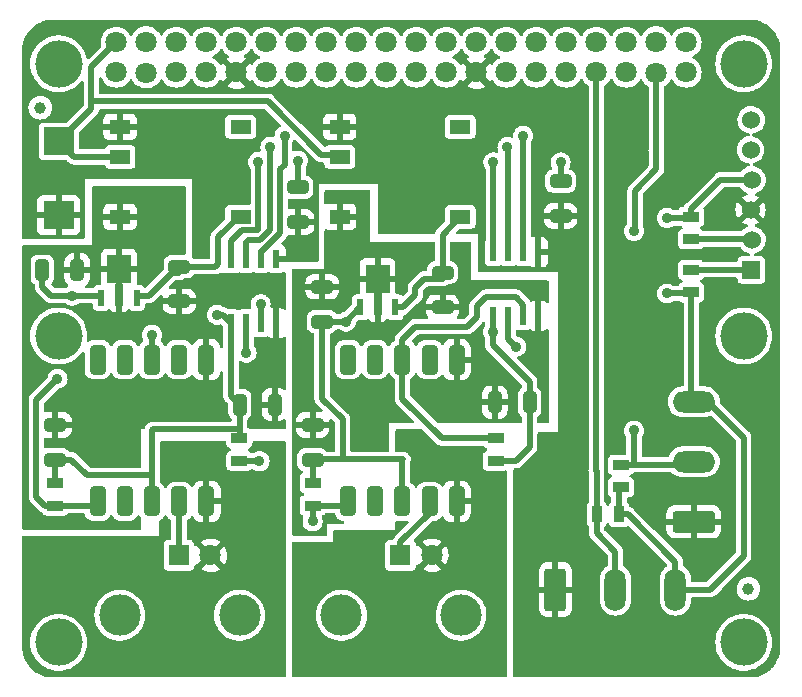
<source format=gtl>
%TF.GenerationSoftware,KiCad,Pcbnew,(6.0.0-0)*%
%TF.CreationDate,2022-08-16T11:14:51-07:00*%
%TF.ProjectId,tentacle-raspi,74656e74-6163-46c6-952d-72617370692e,1.0*%
%TF.SameCoordinates,Original*%
%TF.FileFunction,Copper,L1,Top*%
%TF.FilePolarity,Positive*%
%FSLAX46Y46*%
G04 Gerber Fmt 4.6, Leading zero omitted, Abs format (unit mm)*
G04 Created by KiCad (PCBNEW (6.0.0-0)) date 2022-08-16 11:14:51*
%MOMM*%
%LPD*%
G01*
G04 APERTURE LIST*
G04 Aperture macros list*
%AMRoundRect*
0 Rectangle with rounded corners*
0 $1 Rounding radius*
0 $2 $3 $4 $5 $6 $7 $8 $9 X,Y pos of 4 corners*
0 Add a 4 corners polygon primitive as box body*
4,1,4,$2,$3,$4,$5,$6,$7,$8,$9,$2,$3,0*
0 Add four circle primitives for the rounded corners*
1,1,$1+$1,$2,$3*
1,1,$1+$1,$4,$5*
1,1,$1+$1,$6,$7*
1,1,$1+$1,$8,$9*
0 Add four rect primitives between the rounded corners*
20,1,$1+$1,$2,$3,$4,$5,0*
20,1,$1+$1,$4,$5,$6,$7,0*
20,1,$1+$1,$6,$7,$8,$9,0*
20,1,$1+$1,$8,$9,$2,$3,0*%
G04 Aperture macros list end*
%TA.AperFunction,ComponentPad*%
%ADD10RoundRect,0.250000X1.550000X-0.650000X1.550000X0.650000X-1.550000X0.650000X-1.550000X-0.650000X0*%
%TD*%
%TA.AperFunction,ComponentPad*%
%ADD11O,3.600000X1.800000*%
%TD*%
%TA.AperFunction,ComponentPad*%
%ADD12RoundRect,0.250000X-0.650000X-1.550000X0.650000X-1.550000X0.650000X1.550000X-0.650000X1.550000X0*%
%TD*%
%TA.AperFunction,ComponentPad*%
%ADD13O,1.800000X3.600000*%
%TD*%
%TA.AperFunction,SMDPad,CuDef*%
%ADD14C,1.000000*%
%TD*%
%TA.AperFunction,ComponentPad*%
%ADD15C,4.000000*%
%TD*%
%TA.AperFunction,SMDPad,CuDef*%
%ADD16R,2.600000X2.370000*%
%TD*%
%TA.AperFunction,SMDPad,CuDef*%
%ADD17RoundRect,0.250000X0.325000X0.650000X-0.325000X0.650000X-0.325000X-0.650000X0.325000X-0.650000X0*%
%TD*%
%TA.AperFunction,SMDPad,CuDef*%
%ADD18RoundRect,0.250000X0.650000X-0.325000X0.650000X0.325000X-0.650000X0.325000X-0.650000X-0.325000X0*%
%TD*%
%TA.AperFunction,SMDPad,CuDef*%
%ADD19RoundRect,0.250000X-0.650000X0.325000X-0.650000X-0.325000X0.650000X-0.325000X0.650000X0.325000X0*%
%TD*%
%TA.AperFunction,SMDPad,CuDef*%
%ADD20RoundRect,0.250000X-0.325000X-0.650000X0.325000X-0.650000X0.325000X0.650000X-0.325000X0.650000X0*%
%TD*%
%TA.AperFunction,SMDPad,CuDef*%
%ADD21R,1.800000X1.200000*%
%TD*%
%TA.AperFunction,ComponentPad*%
%ADD22R,1.524000X1.524000*%
%TD*%
%TA.AperFunction,ComponentPad*%
%ADD23C,1.524000*%
%TD*%
%TA.AperFunction,ComponentPad*%
%ADD24C,3.500000*%
%TD*%
%TA.AperFunction,ComponentPad*%
%ADD25R,1.800000X1.800000*%
%TD*%
%TA.AperFunction,ComponentPad*%
%ADD26C,1.800000*%
%TD*%
%TA.AperFunction,SMDPad,CuDef*%
%ADD27R,1.397000X0.889000*%
%TD*%
%TA.AperFunction,SMDPad,CuDef*%
%ADD28R,0.570000X1.400000*%
%TD*%
%TA.AperFunction,SMDPad,CuDef*%
%ADD29R,2.000000X2.450000*%
%TD*%
%TA.AperFunction,SMDPad,CuDef*%
%ADD30R,0.650000X1.900000*%
%TD*%
%TA.AperFunction,SMDPad,CuDef*%
%ADD31R,0.600000X1.550000*%
%TD*%
%TA.AperFunction,SMDPad,CuDef*%
%ADD32RoundRect,0.350000X0.350000X-0.900000X0.350000X0.900000X-0.350000X0.900000X-0.350000X-0.900000X0*%
%TD*%
%TA.AperFunction,SMDPad,CuDef*%
%ADD33R,0.889000X1.397000*%
%TD*%
%TA.AperFunction,ViaPad*%
%ADD34C,0.889000*%
%TD*%
%TA.AperFunction,Conductor*%
%ADD35C,0.500000*%
%TD*%
G04 APERTURE END LIST*
D10*
%TO.P,J2,1,Pin_1*%
%TO.N,GND*%
X162767500Y-100325000D03*
D11*
%TO.P,J2,2,Pin_2*%
%TO.N,/nonisolated1/FLOW*%
X162767500Y-95245000D03*
%TO.P,J2,3,Pin_3*%
%TO.N,+3.3V*%
X162767500Y-90165000D03*
%TD*%
D12*
%TO.P,J1,1,Pin_1*%
%TO.N,GND*%
X151055000Y-106067500D03*
D13*
%TO.P,J1,2,Pin_2*%
%TO.N,/nonisolated1/TEMP*%
X156135000Y-106067500D03*
%TO.P,J1,3,Pin_3*%
%TO.N,+3.3V*%
X161215000Y-106067500D03*
%TD*%
D14*
%TO.P,fiducial,1*%
%TO.N,N/C*%
X107442000Y-65278000D03*
%TD*%
%TO.P,fiducial,1*%
%TO.N,N/C*%
X167400000Y-106000000D03*
%TD*%
D15*
%TO.P,PI_Board,*%
%TO.N,*%
X109000000Y-110545500D03*
X167000000Y-110545500D03*
X167000000Y-61545500D03*
X109000000Y-61545500D03*
%TD*%
D16*
%TO.P,C101,1*%
%TO.N,VCC*%
X109000000Y-68130000D03*
%TO.P,C101,2*%
%TO.N,GND*%
X109000000Y-74370000D03*
%TD*%
D17*
%TO.P,C201,1*%
%TO.N,GND_ISO2*%
X127275000Y-90400000D03*
%TO.P,C201,2*%
%TO.N,V_ISO2*%
X124325000Y-90400000D03*
%TD*%
D18*
%TO.P,C202,1*%
%TO.N,GND_ISO2*%
X119200000Y-81675000D03*
%TO.P,C202,2*%
%TO.N,Net-(C202-Pad2)*%
X119200000Y-78725000D03*
%TD*%
D17*
%TO.P,C203,1*%
%TO.N,GND_ISO2*%
X110575000Y-79000000D03*
%TO.P,C203,2*%
%TO.N,V_ISO2*%
X107625000Y-79000000D03*
%TD*%
D19*
%TO.P,C204,1*%
%TO.N,GND_ISO2*%
X108700000Y-92125000D03*
%TO.P,C204,2*%
%TO.N,V_ISO2*%
X108700000Y-95075000D03*
%TD*%
%TO.P,C205,1*%
%TO.N,+3.3V*%
X129250000Y-72000000D03*
%TO.P,C205,2*%
%TO.N,GND*%
X129250000Y-74950000D03*
%TD*%
D20*
%TO.P,C301,1*%
%TO.N,GND_ISO3*%
X145925000Y-90200000D03*
%TO.P,C301,2*%
%TO.N,V_ISO3*%
X148875000Y-90200000D03*
%TD*%
D18*
%TO.P,C302,1*%
%TO.N,GND_ISO3*%
X141500000Y-82175000D03*
%TO.P,C302,2*%
%TO.N,Net-(C302-Pad2)*%
X141500000Y-79225000D03*
%TD*%
D19*
%TO.P,C303,1*%
%TO.N,GND_ISO3*%
X131300000Y-80425000D03*
%TO.P,C303,2*%
%TO.N,V_ISO3*%
X131300000Y-83375000D03*
%TD*%
%TO.P,C304,1*%
%TO.N,GND_ISO3*%
X130500000Y-92125000D03*
%TO.P,C304,2*%
%TO.N,V_ISO3*%
X130500000Y-95075000D03*
%TD*%
%TO.P,C305,1*%
%TO.N,+3.3V*%
X151500000Y-71477500D03*
%TO.P,C305,2*%
%TO.N,GND*%
X151500000Y-74427500D03*
%TD*%
D21*
%TO.P,DCDC201,1,GND*%
%TO.N,GND*%
X114200000Y-66890000D03*
%TO.P,DCDC201,2,VCC*%
%TO.N,VCC*%
X114200000Y-69430000D03*
%TO.P,DCDC201,4,GND_ISO*%
%TO.N,GND_ISO2*%
X114200000Y-74510000D03*
%TO.P,DCDC201,5,V_ISO*%
%TO.N,Net-(C202-Pad2)*%
X124400000Y-74510000D03*
%TO.P,DCDC201,8,NC*%
%TO.N,unconnected-(DCDC201-Pad8)*%
X124400000Y-66890000D03*
%TD*%
%TO.P,DCDC301,1,GND*%
%TO.N,GND*%
X132800000Y-66890000D03*
%TO.P,DCDC301,2,VCC*%
%TO.N,VCC*%
X132800000Y-69430000D03*
%TO.P,DCDC301,4,GND_ISO*%
%TO.N,GND_ISO3*%
X132800000Y-74510000D03*
%TO.P,DCDC301,5,V_ISO*%
%TO.N,Net-(C302-Pad2)*%
X143000000Y-74510000D03*
%TO.P,DCDC301,8,NC*%
%TO.N,unconnected-(DCDC301-Pad8)*%
X143000000Y-66890000D03*
%TD*%
D22*
%TO.P,P101,1,P1*%
%TO.N,/SCL*%
X167640000Y-78994000D03*
D23*
%TO.P,P101,2,P2*%
%TO.N,/SDA*%
X167703500Y-76454000D03*
%TO.P,P101,3,3*%
%TO.N,GND*%
X167576500Y-73914000D03*
%TO.P,P101,4,4*%
%TO.N,+3.3V*%
X167703500Y-71374000D03*
%TO.P,P101,5,5*%
%TO.N,Net-(P101-Pad5)*%
X167576500Y-68834000D03*
%TO.P,P101,6,6*%
X167640000Y-66294000D03*
%TD*%
D24*
%TO.P,P201,*%
%TO.N,*%
X114186500Y-108250000D03*
X124313500Y-108250000D03*
D25*
%TO.P,P201,1,In*%
%TO.N,Net-(P201-Pad1)*%
X119186500Y-103170000D03*
D26*
%TO.P,P201,2,Ext*%
%TO.N,/isolation2/PRB_GND*%
X121853500Y-103170000D03*
%TD*%
D24*
%TO.P,P301,*%
%TO.N,*%
X132936500Y-108250000D03*
X143063500Y-108250000D03*
D25*
%TO.P,P301,1,In*%
%TO.N,Net-(P301-Pad1)*%
X137936500Y-103170000D03*
D26*
%TO.P,P301,2,Ext*%
%TO.N,/isolation3/PRB_GND*%
X140603500Y-103170000D03*
%TD*%
%TO.P,PI_BOARD101,1,3.3v*%
%TO.N,+3.3V*%
X113870000Y-62270000D03*
%TO.P,PI_BOARD101,2,5v*%
%TO.N,VCC*%
X113870000Y-59730000D03*
%TO.P,PI_BOARD101,3,GPIO02_(SDA_I2C)*%
%TO.N,/SDA*%
X116410000Y-62333500D03*
%TO.P,PI_BOARD101,4,5v*%
%TO.N,unconnected-(PI_BOARD101-Pad4)*%
X116410000Y-59666500D03*
%TO.P,PI_BOARD101,5,GPIO03_(SCL_I2C)*%
%TO.N,/SCL*%
X118950000Y-62270000D03*
%TO.P,PI_BOARD101,6,Ground*%
%TO.N,unconnected-(PI_BOARD101-Pad6)*%
X118950000Y-59730000D03*
%TO.P,PI_BOARD101,7,GPIO04_(GPIO_GCLK)*%
%TO.N,unconnected-(PI_BOARD101-Pad7)*%
X121490000Y-62270000D03*
%TO.P,PI_BOARD101,8,(TX_D0)_GPIO14*%
%TO.N,unconnected-(PI_BOARD101-Pad8)*%
X121490000Y-59730000D03*
%TO.P,PI_BOARD101,9,Ground*%
%TO.N,GND*%
X124030000Y-62270000D03*
%TO.P,PI_BOARD101,10,(RX_D0)_GPIO15*%
%TO.N,unconnected-(PI_BOARD101-Pad10)*%
X124030000Y-59730000D03*
%TO.P,PI_BOARD101,11,GPIO17_(GPIO_GEN0)*%
%TO.N,unconnected-(PI_BOARD101-Pad11)*%
X126570000Y-62270000D03*
%TO.P,PI_BOARD101,12,(GPIO_GEN1)_GPIO18*%
%TO.N,unconnected-(PI_BOARD101-Pad12)*%
X126570000Y-59730000D03*
%TO.P,PI_BOARD101,13,GPIO27_(GPIO_GEN2)*%
%TO.N,unconnected-(PI_BOARD101-Pad13)*%
X129110000Y-62270000D03*
%TO.P,PI_BOARD101,14,Ground*%
%TO.N,unconnected-(PI_BOARD101-Pad14)*%
X129110000Y-59730000D03*
%TO.P,PI_BOARD101,15,GPIO22_(GPIO_GEN3)*%
%TO.N,unconnected-(PI_BOARD101-Pad15)*%
X131650000Y-62270000D03*
%TO.P,PI_BOARD101,16,(GPIO_GEN4)_GPIO23*%
%TO.N,unconnected-(PI_BOARD101-Pad16)*%
X131650000Y-59730000D03*
%TO.P,PI_BOARD101,17,3.3v*%
%TO.N,unconnected-(PI_BOARD101-Pad17)*%
X134190000Y-62270000D03*
%TO.P,PI_BOARD101,18,(GPIO_GEN5)_GPIO24*%
%TO.N,unconnected-(PI_BOARD101-Pad18)*%
X134190000Y-59730000D03*
%TO.P,PI_BOARD101,19,GPIO10_(SPI_MOSI)*%
%TO.N,unconnected-(PI_BOARD101-Pad19)*%
X136730000Y-62270000D03*
%TO.P,PI_BOARD101,20,Ground*%
%TO.N,unconnected-(PI_BOARD101-Pad20)*%
X136730000Y-59730000D03*
%TO.P,PI_BOARD101,21,GPIO09_(SPI_MISO)*%
%TO.N,unconnected-(PI_BOARD101-Pad21)*%
X139270000Y-62270000D03*
%TO.P,PI_BOARD101,22,(GPIO_GEN6)_GPIO25*%
%TO.N,unconnected-(PI_BOARD101-Pad22)*%
X139270000Y-59730000D03*
%TO.P,PI_BOARD101,23,GPIO11_(SPI_CLK)*%
%TO.N,unconnected-(PI_BOARD101-Pad23)*%
X141810000Y-62270000D03*
%TO.P,PI_BOARD101,24,(SPI_CE0_N)_GPIO08*%
%TO.N,unconnected-(PI_BOARD101-Pad24)*%
X141810000Y-59730000D03*
%TO.P,PI_BOARD101,25,Ground*%
%TO.N,GND*%
X144350000Y-62270000D03*
%TO.P,PI_BOARD101,26,(SPI_CE1_N)_GPIO07*%
%TO.N,unconnected-(PI_BOARD101-Pad26)*%
X144350000Y-59730000D03*
%TO.P,PI_BOARD101,27,ID_SD_(I2C_id_eeprom)*%
%TO.N,unconnected-(PI_BOARD101-Pad27)*%
X146890000Y-62270000D03*
%TO.P,PI_BOARD101,28,(I2C_id_eeprom)_ID_SC*%
%TO.N,unconnected-(PI_BOARD101-Pad28)*%
X146890000Y-59730000D03*
%TO.P,PI_BOARD101,29,GPIO05*%
%TO.N,unconnected-(PI_BOARD101-Pad29)*%
X149430000Y-62270000D03*
%TO.P,PI_BOARD101,30,Ground*%
%TO.N,unconnected-(PI_BOARD101-Pad30)*%
X149430000Y-59730000D03*
%TO.P,PI_BOARD101,31,GPIO06*%
%TO.N,unconnected-(PI_BOARD101-Pad31)*%
X151970000Y-62270000D03*
%TO.P,PI_BOARD101,32,GPIO12*%
%TO.N,unconnected-(PI_BOARD101-Pad32)*%
X151970000Y-59730000D03*
%TO.P,PI_BOARD101,33,GPIO13*%
%TO.N,/nonisolated1/TEMP*%
X154510000Y-62270000D03*
%TO.P,PI_BOARD101,34,Ground*%
%TO.N,unconnected-(PI_BOARD101-Pad34)*%
X154510000Y-59730000D03*
%TO.P,PI_BOARD101,35,GPIO19*%
%TO.N,unconnected-(PI_BOARD101-Pad35)*%
X157050000Y-62270000D03*
%TO.P,PI_BOARD101,36,GPIO16*%
%TO.N,unconnected-(PI_BOARD101-Pad36)*%
X157050000Y-59730000D03*
%TO.P,PI_BOARD101,37,GPIO26*%
%TO.N,/nonisolated1/FLOW*%
X159590000Y-62333500D03*
%TO.P,PI_BOARD101,38,GPIO20*%
%TO.N,unconnected-(PI_BOARD101-Pad38)*%
X159590000Y-59666500D03*
%TO.P,PI_BOARD101,39,Ground*%
%TO.N,unconnected-(PI_BOARD101-Pad39)*%
X162130000Y-62270000D03*
%TO.P,PI_BOARD101,40,GPIO21*%
%TO.N,unconnected-(PI_BOARD101-Pad40)*%
X162130000Y-59730000D03*
%TD*%
D27*
%TO.P,R101,1*%
%TO.N,/SDA*%
X162560000Y-76390500D03*
%TO.P,R101,2*%
%TO.N,+3.3V*%
X162560000Y-74485500D03*
%TD*%
%TO.P,R102,1*%
%TO.N,/SCL*%
X162560000Y-78994000D03*
%TO.P,R102,2*%
%TO.N,+3.3V*%
X162560000Y-80899000D03*
%TD*%
%TO.P,R201,1*%
%TO.N,V_ISO2*%
X124300000Y-93247500D03*
%TO.P,R201,2*%
%TO.N,Net-(R201-Pad2)*%
X124300000Y-95152500D03*
%TD*%
%TO.P,R202,1*%
%TO.N,V_ISO2*%
X108700000Y-97047500D03*
%TO.P,R202,2*%
%TO.N,Net-(R202-Pad2)*%
X108700000Y-98952500D03*
%TD*%
%TO.P,R301,1*%
%TO.N,V_ISO3*%
X146000000Y-95152500D03*
%TO.P,R301,2*%
%TO.N,Net-(R301-Pad2)*%
X146000000Y-93247500D03*
%TD*%
%TO.P,R302,1*%
%TO.N,V_ISO3*%
X130500000Y-97047500D03*
%TO.P,R302,2*%
%TO.N,Net-(R302-Pad2)*%
X130500000Y-98952500D03*
%TD*%
D28*
%TO.P,REG201,1,Vout*%
%TO.N,V_ISO2*%
X112600000Y-81375000D03*
D29*
%TO.P,REG201,2,GND*%
%TO.N,GND_ISO2*%
X114100000Y-78950000D03*
D30*
X114100000Y-81125000D03*
D28*
%TO.P,REG201,3,Vin*%
%TO.N,Net-(C202-Pad2)*%
X115600000Y-81375000D03*
%TD*%
%TO.P,REG301,1,Vout*%
%TO.N,V_ISO3*%
X134500000Y-82175000D03*
D30*
%TO.P,REG301,2,GND*%
%TO.N,GND_ISO3*%
X136000000Y-81925000D03*
D29*
X136000000Y-79750000D03*
D28*
%TO.P,REG301,3,Vin*%
%TO.N,Net-(C302-Pad2)*%
X137500000Y-82175000D03*
%TD*%
D31*
%TO.P,SIG_ISO301,1,AVCC*%
%TO.N,V_ISO3*%
X145795000Y-82900000D03*
%TO.P,SIG_ISO301,2,ASDA*%
%TO.N,Net-(R302-Pad2)*%
X147065000Y-82900000D03*
%TO.P,SIG_ISO301,3,ASCL*%
%TO.N,Net-(R301-Pad2)*%
X148335000Y-82900000D03*
%TO.P,SIG_ISO301,4,AGND*%
%TO.N,GND_ISO3*%
X149605000Y-82900000D03*
%TO.P,SIG_ISO301,5,BGND*%
%TO.N,GND*%
X149605000Y-77500000D03*
%TO.P,SIG_ISO301,6,BSCL*%
%TO.N,/SCL*%
X148335000Y-77500000D03*
%TO.P,SIG_ISO301,7,BSDA*%
%TO.N,/SDA*%
X147065000Y-77500000D03*
%TO.P,SIG_ISO301,8,BVCC*%
%TO.N,+3.3V*%
X145795000Y-77500000D03*
%TD*%
D32*
%TO.P,STP201,1,SDA*%
%TO.N,Net-(R202-Pad2)*%
X112300000Y-98600000D03*
%TO.P,STP201,2*%
%TO.N,N/C*%
X114600000Y-98600000D03*
%TO.P,STP201,3,VCC*%
%TO.N,V_ISO2*%
X116900000Y-98600000D03*
%TO.P,STP201,4,PRB*%
%TO.N,Net-(P201-Pad1)*%
X119200000Y-98600000D03*
%TO.P,STP201,5,PRB_GND*%
%TO.N,/isolation2/PRB_GND*%
X121500000Y-98600000D03*
%TO.P,STP201,6,GND*%
%TO.N,GND_ISO2*%
X121500000Y-86600000D03*
%TO.P,STP201,7*%
%TO.N,N/C*%
X119200000Y-86600000D03*
%TO.P,STP201,8,SCL*%
%TO.N,Net-(R201-Pad2)*%
X116900000Y-86600000D03*
%TO.P,STP201,9*%
%TO.N,N/C*%
X114600000Y-86600000D03*
%TO.P,STP201,10*%
X112300000Y-86600000D03*
%TD*%
%TO.P,STP301,1,SDA*%
%TO.N,Net-(R302-Pad2)*%
X133500000Y-98600000D03*
%TO.P,STP301,2*%
%TO.N,N/C*%
X135800000Y-98600000D03*
%TO.P,STP301,3,VCC*%
%TO.N,V_ISO3*%
X138100000Y-98600000D03*
%TO.P,STP301,4,PRB*%
%TO.N,Net-(P301-Pad1)*%
X140400000Y-98600000D03*
%TO.P,STP301,5,PRB_GND*%
%TO.N,/isolation3/PRB_GND*%
X142700000Y-98600000D03*
%TO.P,STP301,6,GND*%
%TO.N,GND_ISO3*%
X142700000Y-86600000D03*
%TO.P,STP301,7*%
%TO.N,N/C*%
X140400000Y-86600000D03*
%TO.P,STP301,8,SCL*%
%TO.N,Net-(R301-Pad2)*%
X138100000Y-86600000D03*
%TO.P,STP301,9*%
%TO.N,N/C*%
X135800000Y-86600000D03*
%TO.P,STP301,10*%
X133500000Y-86600000D03*
%TD*%
D31*
%TO.P,SIG_ISO201,1,AVCC*%
%TO.N,V_ISO2*%
X123595000Y-83500000D03*
%TO.P,SIG_ISO201,2,ASDA*%
%TO.N,Net-(R202-Pad2)*%
X124865000Y-83500000D03*
%TO.P,SIG_ISO201,3,ASCL*%
%TO.N,Net-(R201-Pad2)*%
X126135000Y-83500000D03*
%TO.P,SIG_ISO201,4,AGND*%
%TO.N,GND_ISO2*%
X127405000Y-83500000D03*
%TO.P,SIG_ISO201,5,BGND*%
%TO.N,GND*%
X127405000Y-78100000D03*
%TO.P,SIG_ISO201,6,BSCL*%
%TO.N,/SCL*%
X126135000Y-78100000D03*
%TO.P,SIG_ISO201,7,BSDA*%
%TO.N,/SDA*%
X124865000Y-78100000D03*
%TO.P,SIG_ISO201,8,BVCC*%
%TO.N,+3.3V*%
X123595000Y-78100000D03*
%TD*%
D15*
%TO.P,,*%
%TO.N,*%
X167000000Y-84600000D03*
%TD*%
D33*
%TO.P,R2,1*%
%TO.N,/nonisolated1/TEMP*%
X154547500Y-99700000D03*
%TO.P,R2,2*%
%TO.N,+3.3V*%
X156452500Y-99700000D03*
%TD*%
D27*
%TO.P,R1,1*%
%TO.N,/nonisolated1/FLOW*%
X156600000Y-95495000D03*
%TO.P,R1,2*%
%TO.N,+3.3V*%
X156600000Y-97400000D03*
%TD*%
D15*
%TO.P,,*%
%TO.N,*%
X109000000Y-84600000D03*
%TD*%
D34*
%TO.N,+3.3V*%
X160500000Y-74600000D03*
X129250000Y-69750000D03*
X125900000Y-69850000D03*
X145800000Y-69900000D03*
X151500000Y-69900000D03*
X160500000Y-81000000D03*
%TO.N,GND_ISO2*%
X119250000Y-83250000D03*
%TO.N,V_ISO2*%
X122400000Y-82800000D03*
X110125000Y-81175000D03*
%TO.N,Net-(R201-Pad2)*%
X126000000Y-95200000D03*
X116900000Y-84500000D03*
X126100000Y-81900000D03*
%TO.N,Net-(R202-Pad2)*%
X108900000Y-88200000D03*
X124900000Y-86000000D03*
%TO.N,Net-(R302-Pad2)*%
X130500000Y-100300000D03*
X147750000Y-85500000D03*
%TO.N,GND_ISO3*%
X145900000Y-88100000D03*
X133500000Y-80250000D03*
%TO.N,V_ISO3*%
X145750000Y-84250000D03*
X133300000Y-83375000D03*
%TO.N,/SDA*%
X126920000Y-68580000D03*
X147000000Y-68600000D03*
%TO.N,/SCL*%
X128125000Y-67625000D03*
X148335000Y-67632000D03*
%TO.N,/nonisolated1/FLOW*%
X157700000Y-92600000D03*
X157700000Y-75700000D03*
%TD*%
D35*
%TO.N,+3.3V*%
X151500000Y-69900000D02*
X151500000Y-71477500D01*
X125900000Y-75600000D02*
X125886489Y-75613511D01*
X162459000Y-81000000D02*
X162560000Y-80899000D01*
X160500000Y-81000000D02*
X162459000Y-81000000D01*
X162560000Y-73840000D02*
X162560000Y-74485500D01*
X164132500Y-106067500D02*
X167000000Y-103200000D01*
X129250000Y-69750000D02*
X129250000Y-72000000D01*
X160500000Y-74600000D02*
X162445500Y-74600000D01*
X167000000Y-93200000D02*
X163965000Y-90165000D01*
X161215000Y-103715000D02*
X161215000Y-106067500D01*
X167000000Y-103200000D02*
X167000000Y-93200000D01*
X125886489Y-75613511D02*
X124500000Y-75613511D01*
X156452500Y-97547500D02*
X156600000Y-97400000D01*
X157200000Y-99700000D02*
X161215000Y-103715000D01*
X162560000Y-80899000D02*
X162560000Y-89957500D01*
X156452500Y-99700000D02*
X156452500Y-97547500D01*
X162560000Y-89957500D02*
X162767500Y-90165000D01*
X145795000Y-69905000D02*
X145800000Y-69900000D01*
X123595000Y-76518511D02*
X123595000Y-77700000D01*
X165026000Y-71374000D02*
X162560000Y-73840000D01*
X163965000Y-90165000D02*
X162767500Y-90165000D01*
X156452500Y-99700000D02*
X157200000Y-99700000D01*
X124500000Y-75613511D02*
X123595000Y-76518511D01*
X145795000Y-77500000D02*
X145795000Y-69905000D01*
X125900000Y-69850000D02*
X125900000Y-75600000D01*
X162445500Y-74600000D02*
X162560000Y-74485500D01*
X161215000Y-106067500D02*
X164132500Y-106067500D01*
X167703500Y-71374000D02*
X165026000Y-71374000D01*
%TO.N,VCC*%
X111760000Y-64990000D02*
X111760000Y-65370000D01*
X111760000Y-61840000D02*
X111760000Y-64160000D01*
X111760000Y-64740000D02*
X111760000Y-64990000D01*
X132800000Y-69430000D02*
X132620000Y-69250000D01*
X111171000Y-65959000D02*
X109000000Y-68130000D01*
X114200000Y-69430000D02*
X110300000Y-69430000D01*
X111598000Y-65532000D02*
X111171000Y-65959000D01*
X131250000Y-69250000D02*
X126740000Y-64740000D01*
X113870000Y-59730000D02*
X111760000Y-61840000D01*
X111760000Y-64160000D02*
X111760000Y-64740000D01*
X132620000Y-69250000D02*
X131250000Y-69250000D01*
X110300000Y-69430000D02*
X109000000Y-68130000D01*
X111760000Y-65370000D02*
X111171000Y-65959000D01*
X126740000Y-64740000D02*
X111760000Y-64740000D01*
%TO.N,V_ISO2*%
X110075000Y-95075000D02*
X111400000Y-96400000D01*
X116900000Y-92600000D02*
X117000000Y-92500000D01*
X116900000Y-96400000D02*
X116900000Y-92600000D01*
X111400000Y-96400000D02*
X116900000Y-96400000D01*
X110125000Y-81175000D02*
X108375000Y-81175000D01*
X124325000Y-90400000D02*
X124325000Y-92575000D01*
X122895000Y-82800000D02*
X123595000Y-83500000D01*
X112600000Y-81175000D02*
X110125000Y-81175000D01*
X124325000Y-93222500D02*
X124300000Y-93247500D01*
X122400000Y-82800000D02*
X122895000Y-82800000D01*
X123595000Y-83500000D02*
X123595000Y-89670000D01*
X124250000Y-92500000D02*
X124325000Y-92575000D01*
X107625000Y-80425000D02*
X107625000Y-79400000D01*
X123595000Y-89670000D02*
X124325000Y-90400000D01*
X117000000Y-92500000D02*
X124250000Y-92500000D01*
X124325000Y-92575000D02*
X124325000Y-93222500D01*
X108700000Y-97047500D02*
X108700000Y-95052500D01*
X116900000Y-98600000D02*
X116900000Y-96400000D01*
X108375000Y-81175000D02*
X107625000Y-80425000D01*
X108700000Y-95075000D02*
X110075000Y-95075000D01*
%TO.N,Net-(C202-Pad2)*%
X124240000Y-74510000D02*
X122500000Y-76250000D01*
X116625000Y-81175000D02*
X115600000Y-81175000D01*
X122500000Y-76250000D02*
X122500000Y-78500000D01*
X124400000Y-74510000D02*
X124240000Y-74510000D01*
X122275000Y-78725000D02*
X119200000Y-78725000D01*
X118552500Y-79247500D02*
X116625000Y-81175000D01*
X122500000Y-78500000D02*
X122275000Y-78725000D01*
X119200000Y-79247500D02*
X118552500Y-79247500D01*
%TO.N,Net-(C302-Pad2)*%
X138125000Y-82175000D02*
X139200000Y-81100000D01*
X139200000Y-81100000D02*
X139200000Y-80500000D01*
X139952500Y-79747500D02*
X141500000Y-79747500D01*
X137500000Y-82175000D02*
X138125000Y-82175000D01*
X139200000Y-80500000D02*
X139952500Y-79747500D01*
X141500000Y-79747500D02*
X141500000Y-76010000D01*
X141500000Y-76010000D02*
X143000000Y-74510000D01*
%TO.N,Net-(P201-Pad1)*%
X119186500Y-103170000D02*
X119186500Y-98613500D01*
X119186500Y-98613500D02*
X119200000Y-98600000D01*
%TO.N,Net-(P301-Pad1)*%
X137936500Y-102063500D02*
X140400000Y-99600000D01*
X137936500Y-103170000D02*
X137936500Y-102063500D01*
X140400000Y-99600000D02*
X140400000Y-98600000D01*
%TO.N,Net-(R201-Pad2)*%
X124300000Y-95152500D02*
X125952500Y-95152500D01*
X126135000Y-83500000D02*
X126135000Y-82335000D01*
X116900000Y-86600000D02*
X116900000Y-84500000D01*
X125952500Y-95152500D02*
X126000000Y-95200000D01*
%TO.N,Net-(R202-Pad2)*%
X108700000Y-98952500D02*
X111947500Y-98952500D01*
X108700000Y-98952500D02*
X107852500Y-98952500D01*
X124865000Y-85965000D02*
X124865000Y-83500000D01*
X107100000Y-98200000D02*
X107100000Y-90000000D01*
X107100000Y-90000000D02*
X108900000Y-88200000D01*
X111947500Y-98952500D02*
X112300000Y-98600000D01*
X107852500Y-98952500D02*
X107100000Y-98200000D01*
X124900000Y-86000000D02*
X124865000Y-85965000D01*
%TO.N,Net-(R301-Pad2)*%
X138100000Y-89900000D02*
X141447500Y-93247500D01*
X148335000Y-81935000D02*
X147700000Y-81300000D01*
X144400000Y-83000000D02*
X143600000Y-83800000D01*
X144400000Y-82100000D02*
X144400000Y-83000000D01*
X138100000Y-84900000D02*
X139200000Y-83800000D01*
X145200000Y-81300000D02*
X144400000Y-82100000D01*
X141447500Y-93247500D02*
X146000000Y-93247500D01*
X148335000Y-82900000D02*
X148335000Y-81935000D01*
X147700000Y-81300000D02*
X145200000Y-81300000D01*
X139200000Y-83800000D02*
X142500000Y-83800000D01*
X143600000Y-83800000D02*
X142500000Y-83800000D01*
X142500000Y-83800000D02*
X143300000Y-83800000D01*
X138100000Y-86600000D02*
X138100000Y-89900000D01*
X138100000Y-86600000D02*
X138100000Y-84900000D01*
%TO.N,Net-(R302-Pad2)*%
X147750000Y-85500000D02*
X147065000Y-84815000D01*
X130500000Y-98952500D02*
X133147500Y-98952500D01*
X130500000Y-98952500D02*
X130500000Y-100300000D01*
X133147500Y-98952500D02*
X133500000Y-98600000D01*
X147065000Y-84815000D02*
X147065000Y-82900000D01*
%TO.N,GND_ISO3*%
X145900000Y-90152500D02*
X145947500Y-90200000D01*
X145900000Y-88100000D02*
X145900000Y-90152500D01*
%TO.N,V_ISO3*%
X138100000Y-98600000D02*
X138100000Y-95100000D01*
X145750000Y-84250000D02*
X145750000Y-85350000D01*
X131300000Y-89900000D02*
X133052500Y-91652500D01*
X133052500Y-95052500D02*
X134152500Y-95052500D01*
X145750000Y-84250000D02*
X145795000Y-84205000D01*
X133300000Y-83375000D02*
X134500000Y-82175000D01*
X131300000Y-83375000D02*
X131300000Y-89900000D01*
X148875000Y-90200000D02*
X148875000Y-94025000D01*
X134152500Y-95052500D02*
X138147500Y-95052500D01*
X145750000Y-85350000D02*
X148875000Y-88475000D01*
X133052500Y-91652500D02*
X133052500Y-95052500D01*
X147747500Y-95152500D02*
X146000000Y-95152500D01*
X145795000Y-84205000D02*
X145795000Y-82900000D01*
X131300000Y-83375000D02*
X133300000Y-83375000D01*
X130500000Y-95052500D02*
X134152500Y-95052500D01*
X148875000Y-88475000D02*
X148875000Y-90200000D01*
X130500000Y-95052500D02*
X130500000Y-97047500D01*
X148875000Y-94025000D02*
X147747500Y-95152500D01*
%TO.N,/SDA*%
X126920000Y-75645638D02*
X126065638Y-76500000D01*
X147065000Y-68665000D02*
X147000000Y-68600000D01*
X162560000Y-76390500D02*
X167640000Y-76390500D01*
X167640000Y-76390500D02*
X167703500Y-76454000D01*
X124865000Y-76635000D02*
X124865000Y-78100000D01*
X126065638Y-76500000D02*
X125000000Y-76500000D01*
X147065000Y-77500000D02*
X147065000Y-68665000D01*
X126920000Y-68580000D02*
X126920000Y-75645638D01*
%TO.N,/SCL*%
X127750000Y-70500000D02*
X127750000Y-75881276D01*
X126135000Y-77496276D02*
X126135000Y-78100000D01*
X148335000Y-77500000D02*
X148335000Y-67635000D01*
X148332000Y-67632000D02*
X148335000Y-67632000D01*
X128125000Y-70125000D02*
X127750000Y-70500000D01*
X162560000Y-78994000D02*
X167640000Y-78994000D01*
X128125000Y-67625000D02*
X128125000Y-70125000D01*
X127750000Y-75881276D02*
X126135000Y-77496276D01*
X148335000Y-67635000D02*
X148332000Y-67632000D01*
%TO.N,/nonisolated1/TEMP*%
X154547500Y-101300000D02*
X156135000Y-102887500D01*
X154510000Y-96010000D02*
X154547500Y-96047500D01*
X154547500Y-96047500D02*
X154547500Y-101300000D01*
X156135000Y-102887500D02*
X156135000Y-106067500D01*
X154510000Y-62270000D02*
X154510000Y-96010000D01*
%TO.N,/nonisolated1/FLOW*%
X157700000Y-92600000D02*
X157700000Y-95400000D01*
X157800000Y-75000000D02*
X157800000Y-75600000D01*
X162517500Y-95495000D02*
X162767500Y-95245000D01*
X159600000Y-68900000D02*
X159600000Y-70500000D01*
X156600000Y-95495000D02*
X162517500Y-95495000D01*
X156600000Y-95495000D02*
X157795000Y-95495000D01*
X157800000Y-75600000D02*
X157700000Y-75700000D01*
X159590000Y-68890000D02*
X159600000Y-68900000D01*
X159600000Y-70500000D02*
X157800000Y-72300000D01*
X157800000Y-72300000D02*
X157800000Y-75000000D01*
X159590000Y-62333500D02*
X159590000Y-68890000D01*
X157700000Y-95400000D02*
X157795000Y-95495000D01*
%TD*%
%TA.AperFunction,Conductor*%
%TO.N,GND*%
G36*
X167478299Y-57810381D02*
G01*
X167500000Y-57813818D01*
X167509793Y-57812267D01*
X167509798Y-57812267D01*
X167509937Y-57812245D01*
X167536707Y-57810892D01*
X167673936Y-57818598D01*
X167784029Y-57824780D01*
X167798062Y-57826361D01*
X167934806Y-57849596D01*
X168071545Y-57872829D01*
X168085320Y-57875973D01*
X168351878Y-57952767D01*
X168365215Y-57957434D01*
X168523105Y-58022834D01*
X168621499Y-58063590D01*
X168634225Y-58069719D01*
X168877006Y-58203899D01*
X168888963Y-58211411D01*
X169115219Y-58371948D01*
X169126250Y-58380746D01*
X169333095Y-58565594D01*
X169343085Y-58575584D01*
X169527934Y-58782430D01*
X169536732Y-58793461D01*
X169697269Y-59019717D01*
X169704781Y-59031674D01*
X169838961Y-59274455D01*
X169845092Y-59287185D01*
X169951246Y-59543465D01*
X169955913Y-59556802D01*
X170032707Y-59823360D01*
X170035851Y-59837135D01*
X170072492Y-60052780D01*
X170082318Y-60110613D01*
X170083900Y-60124655D01*
X170097788Y-60371973D01*
X170096435Y-60398743D01*
X170096413Y-60398882D01*
X170096413Y-60398887D01*
X170094862Y-60408680D01*
X170096413Y-60418472D01*
X170098299Y-60430380D01*
X170099850Y-60450091D01*
X170099850Y-110867269D01*
X170098299Y-110886979D01*
X170094862Y-110908680D01*
X170096413Y-110918473D01*
X170096413Y-110918478D01*
X170096435Y-110918617D01*
X170097788Y-110945387D01*
X170083900Y-111192705D01*
X170082319Y-111206742D01*
X170059084Y-111343486D01*
X170035851Y-111480225D01*
X170032707Y-111494000D01*
X169955913Y-111760558D01*
X169951246Y-111773895D01*
X169845092Y-112030175D01*
X169838961Y-112042905D01*
X169704781Y-112285686D01*
X169697269Y-112297643D01*
X169536732Y-112523899D01*
X169527934Y-112534930D01*
X169362487Y-112720065D01*
X169343086Y-112741775D01*
X169333096Y-112751765D01*
X169126250Y-112936614D01*
X169115219Y-112945412D01*
X168888963Y-113105949D01*
X168877006Y-113113461D01*
X168634225Y-113247641D01*
X168621499Y-113253770D01*
X168523105Y-113294526D01*
X168365215Y-113359926D01*
X168351878Y-113364593D01*
X168085320Y-113441387D01*
X168071545Y-113444531D01*
X167934806Y-113467765D01*
X167798062Y-113490999D01*
X167784029Y-113492580D01*
X167673936Y-113498762D01*
X167536707Y-113506468D01*
X167509937Y-113505115D01*
X167509798Y-113505093D01*
X167509793Y-113505093D01*
X167500000Y-113503542D01*
X167481526Y-113506468D01*
X167478300Y-113506979D01*
X167458589Y-113508530D01*
X147626000Y-113508530D01*
X147557879Y-113488528D01*
X147511386Y-113434872D01*
X147500000Y-113382530D01*
X147500000Y-110545500D01*
X164594603Y-110545500D01*
X164613570Y-110846976D01*
X164670173Y-111143698D01*
X164763518Y-111430986D01*
X164892135Y-111704309D01*
X164894253Y-111707647D01*
X164894255Y-111707650D01*
X164991105Y-111860261D01*
X165053993Y-111959357D01*
X165246541Y-112192108D01*
X165466742Y-112398890D01*
X165711124Y-112576444D01*
X165975832Y-112721968D01*
X166051093Y-112751766D01*
X166253008Y-112831710D01*
X166253011Y-112831711D01*
X166256691Y-112833168D01*
X166260525Y-112834152D01*
X166260533Y-112834155D01*
X166441827Y-112880703D01*
X166549274Y-112908291D01*
X166553202Y-112908787D01*
X166553206Y-112908788D01*
X166699119Y-112927221D01*
X166848964Y-112946150D01*
X167151036Y-112946150D01*
X167300881Y-112927221D01*
X167446794Y-112908788D01*
X167446798Y-112908787D01*
X167450726Y-112908291D01*
X167558173Y-112880703D01*
X167739467Y-112834155D01*
X167739475Y-112834152D01*
X167743309Y-112833168D01*
X167746989Y-112831711D01*
X167746992Y-112831710D01*
X167948907Y-112751766D01*
X168024168Y-112721968D01*
X168288876Y-112576444D01*
X168533258Y-112398890D01*
X168753459Y-112192108D01*
X168946007Y-111959357D01*
X169008895Y-111860261D01*
X169105745Y-111707650D01*
X169105747Y-111707647D01*
X169107865Y-111704309D01*
X169236482Y-111430986D01*
X169329827Y-111143698D01*
X169386430Y-110846976D01*
X169405397Y-110545500D01*
X169386430Y-110244024D01*
X169329827Y-109947302D01*
X169236482Y-109660014D01*
X169107865Y-109386691D01*
X168946007Y-109131643D01*
X168753459Y-108898892D01*
X168533258Y-108692110D01*
X168288876Y-108514556D01*
X168035934Y-108375500D01*
X168027630Y-108370935D01*
X168027627Y-108370934D01*
X168024168Y-108369032D01*
X167863240Y-108305316D01*
X167746992Y-108259290D01*
X167746989Y-108259289D01*
X167743309Y-108257832D01*
X167739475Y-108256848D01*
X167739467Y-108256845D01*
X167496181Y-108194380D01*
X167450726Y-108182709D01*
X167446798Y-108182213D01*
X167446794Y-108182212D01*
X167300881Y-108163779D01*
X167151036Y-108144850D01*
X166848964Y-108144850D01*
X166699119Y-108163779D01*
X166553206Y-108182212D01*
X166553202Y-108182213D01*
X166549274Y-108182709D01*
X166503819Y-108194380D01*
X166260533Y-108256845D01*
X166260525Y-108256848D01*
X166256691Y-108257832D01*
X166253011Y-108259289D01*
X166253008Y-108259290D01*
X166136760Y-108305316D01*
X165975832Y-108369032D01*
X165972373Y-108370934D01*
X165972370Y-108370935D01*
X165964067Y-108375500D01*
X165711124Y-108514556D01*
X165466742Y-108692110D01*
X165246541Y-108898892D01*
X165053993Y-109131643D01*
X164892135Y-109386691D01*
X164763518Y-109660014D01*
X164670173Y-109947302D01*
X164613570Y-110244024D01*
X164594603Y-110545500D01*
X147500000Y-110545500D01*
X147500000Y-107664595D01*
X149647001Y-107664595D01*
X149647338Y-107671114D01*
X149657257Y-107766706D01*
X149660149Y-107780100D01*
X149711588Y-107934284D01*
X149717761Y-107947462D01*
X149803063Y-108085307D01*
X149812099Y-108096708D01*
X149926829Y-108211239D01*
X149938240Y-108220251D01*
X150076243Y-108305316D01*
X150089424Y-108311463D01*
X150243710Y-108362638D01*
X150257086Y-108365505D01*
X150351438Y-108375172D01*
X150357854Y-108375500D01*
X150782885Y-108375500D01*
X150798124Y-108371025D01*
X150799329Y-108369635D01*
X150801000Y-108361952D01*
X150801000Y-108357384D01*
X151309000Y-108357384D01*
X151313475Y-108372623D01*
X151314865Y-108373828D01*
X151322548Y-108375499D01*
X151752095Y-108375499D01*
X151758614Y-108375162D01*
X151854206Y-108365243D01*
X151867600Y-108362351D01*
X152021784Y-108310912D01*
X152034962Y-108304739D01*
X152172807Y-108219437D01*
X152184208Y-108210401D01*
X152298739Y-108095671D01*
X152307751Y-108084260D01*
X152392816Y-107946257D01*
X152398963Y-107933076D01*
X152450138Y-107778790D01*
X152453005Y-107765414D01*
X152462672Y-107671062D01*
X152463000Y-107664646D01*
X152463000Y-106339615D01*
X152458525Y-106324376D01*
X152457135Y-106323171D01*
X152449452Y-106321500D01*
X151327115Y-106321500D01*
X151311876Y-106325975D01*
X151310671Y-106327365D01*
X151309000Y-106335048D01*
X151309000Y-108357384D01*
X150801000Y-108357384D01*
X150801000Y-106339615D01*
X150796525Y-106324376D01*
X150795135Y-106323171D01*
X150787452Y-106321500D01*
X149665116Y-106321500D01*
X149649877Y-106325975D01*
X149648672Y-106327365D01*
X149647001Y-106335048D01*
X149647001Y-107664595D01*
X147500000Y-107664595D01*
X147500000Y-105795385D01*
X149647000Y-105795385D01*
X149651475Y-105810624D01*
X149652865Y-105811829D01*
X149660548Y-105813500D01*
X150782885Y-105813500D01*
X150798124Y-105809025D01*
X150799329Y-105807635D01*
X150801000Y-105799952D01*
X150801000Y-105795385D01*
X151309000Y-105795385D01*
X151313475Y-105810624D01*
X151314865Y-105811829D01*
X151322548Y-105813500D01*
X152444884Y-105813500D01*
X152460123Y-105809025D01*
X152461328Y-105807635D01*
X152462999Y-105799952D01*
X152462999Y-104470405D01*
X152462662Y-104463886D01*
X152452743Y-104368294D01*
X152449851Y-104354900D01*
X152398412Y-104200716D01*
X152392239Y-104187538D01*
X152306937Y-104049693D01*
X152297901Y-104038292D01*
X152183171Y-103923761D01*
X152171760Y-103914749D01*
X152033757Y-103829684D01*
X152020576Y-103823537D01*
X151866290Y-103772362D01*
X151852914Y-103769495D01*
X151758562Y-103759828D01*
X151752145Y-103759500D01*
X151327115Y-103759500D01*
X151311876Y-103763975D01*
X151310671Y-103765365D01*
X151309000Y-103773048D01*
X151309000Y-105795385D01*
X150801000Y-105795385D01*
X150801000Y-103777616D01*
X150796525Y-103762377D01*
X150795135Y-103761172D01*
X150787452Y-103759501D01*
X150357905Y-103759501D01*
X150351386Y-103759838D01*
X150255794Y-103769757D01*
X150242400Y-103772649D01*
X150088216Y-103824088D01*
X150075038Y-103830261D01*
X149937193Y-103915563D01*
X149925792Y-103924599D01*
X149811261Y-104039329D01*
X149802249Y-104050740D01*
X149717184Y-104188743D01*
X149711037Y-104201924D01*
X149659862Y-104356210D01*
X149656995Y-104369586D01*
X149647328Y-104463938D01*
X149647000Y-104470355D01*
X149647000Y-105795385D01*
X147500000Y-105795385D01*
X147500000Y-95929150D01*
X147520002Y-95861029D01*
X147573658Y-95814536D01*
X147626000Y-95803150D01*
X147666482Y-95803150D01*
X147678121Y-95803699D01*
X147685782Y-95805411D01*
X147693708Y-95805162D01*
X147693709Y-95805162D01*
X147755751Y-95803212D01*
X147759709Y-95803150D01*
X147788432Y-95803150D01*
X147792348Y-95802655D01*
X147792350Y-95802655D01*
X147792412Y-95802647D01*
X147792703Y-95802610D01*
X147804537Y-95801678D01*
X147850093Y-95800247D01*
X147870333Y-95794367D01*
X147889686Y-95790359D01*
X147902730Y-95788711D01*
X147902731Y-95788711D01*
X147910596Y-95787717D01*
X147917966Y-95784799D01*
X147917970Y-95784798D01*
X147952964Y-95770943D01*
X147964193Y-95767098D01*
X147970395Y-95765296D01*
X148007958Y-95754383D01*
X148026101Y-95743654D01*
X148043853Y-95734957D01*
X148063444Y-95727200D01*
X148100312Y-95700414D01*
X148110232Y-95693898D01*
X148114206Y-95691548D01*
X148149458Y-95670700D01*
X148164358Y-95655800D01*
X148179392Y-95642959D01*
X148190027Y-95635232D01*
X148196440Y-95630573D01*
X148201490Y-95624469D01*
X148201495Y-95624464D01*
X148225493Y-95595455D01*
X148233483Y-95586675D01*
X149277784Y-94542374D01*
X149286411Y-94534524D01*
X149293036Y-94530319D01*
X149340959Y-94479286D01*
X149343713Y-94476445D01*
X149364022Y-94456136D01*
X149366447Y-94453010D01*
X149366459Y-94452996D01*
X149366673Y-94452720D01*
X149374380Y-94443696D01*
X149400145Y-94416259D01*
X149405570Y-94410482D01*
X149410306Y-94401868D01*
X149415723Y-94392015D01*
X149426577Y-94375491D01*
X149434635Y-94365103D01*
X149434635Y-94365102D01*
X149439493Y-94358840D01*
X149457594Y-94317012D01*
X149462815Y-94306355D01*
X149469768Y-94293707D01*
X149484767Y-94266424D01*
X149490008Y-94246013D01*
X149496411Y-94227312D01*
X149501633Y-94215245D01*
X149501635Y-94215239D01*
X149504781Y-94207968D01*
X149510618Y-94171118D01*
X149511909Y-94162964D01*
X149514317Y-94151339D01*
X149523678Y-94114881D01*
X149523679Y-94114872D01*
X149525650Y-94107196D01*
X149525650Y-94086121D01*
X149527201Y-94066410D01*
X149529257Y-94053429D01*
X149530497Y-94045600D01*
X149526209Y-94000236D01*
X149525650Y-93988379D01*
X149525650Y-92876000D01*
X149545652Y-92807879D01*
X149599308Y-92761386D01*
X149651650Y-92750000D01*
X151250000Y-92750000D01*
X151271058Y-87000650D01*
X151299524Y-79228617D01*
X151299524Y-79228616D01*
X151299590Y-79210503D01*
X150796020Y-79209725D01*
X144625805Y-79200194D01*
X144557716Y-79180087D01*
X144511306Y-79126359D01*
X144500000Y-79074194D01*
X144500000Y-76000000D01*
X142734348Y-76000000D01*
X142666227Y-75979998D01*
X142619734Y-75926342D01*
X142609630Y-75856068D01*
X142639124Y-75791488D01*
X142645253Y-75784905D01*
X142882603Y-75547555D01*
X142944915Y-75513529D01*
X142971698Y-75510650D01*
X143931530Y-75510650D01*
X144025351Y-75495790D01*
X144034185Y-75491289D01*
X144034188Y-75491288D01*
X144080481Y-75467700D01*
X144138432Y-75438173D01*
X144228173Y-75348432D01*
X144274162Y-75258173D01*
X144281288Y-75244188D01*
X144281289Y-75244185D01*
X144285790Y-75235351D01*
X144300650Y-75141530D01*
X144300650Y-73878470D01*
X144285790Y-73784649D01*
X144281289Y-73775815D01*
X144281288Y-73775812D01*
X144257700Y-73729519D01*
X144228173Y-73671568D01*
X144138432Y-73581827D01*
X144075167Y-73549592D01*
X144034188Y-73528712D01*
X144034185Y-73528711D01*
X144025351Y-73524210D01*
X143931530Y-73509350D01*
X142068470Y-73509350D01*
X141974649Y-73524210D01*
X141965815Y-73528711D01*
X141965812Y-73528712D01*
X141924833Y-73549592D01*
X141861568Y-73581827D01*
X141771827Y-73671568D01*
X141742300Y-73729519D01*
X141718712Y-73775812D01*
X141718711Y-73775815D01*
X141714210Y-73784649D01*
X141699350Y-73878470D01*
X141699350Y-74838302D01*
X141679348Y-74906423D01*
X141662445Y-74927397D01*
X141097216Y-75492626D01*
X141088589Y-75500476D01*
X141081964Y-75504681D01*
X141076539Y-75510458D01*
X141034042Y-75555713D01*
X141031287Y-75558555D01*
X141010978Y-75578864D01*
X141008553Y-75581990D01*
X141008541Y-75582004D01*
X141008327Y-75582280D01*
X141000620Y-75591304D01*
X140979943Y-75613323D01*
X140969430Y-75624518D01*
X140965613Y-75631462D01*
X140965611Y-75631464D01*
X140959277Y-75642985D01*
X140948423Y-75659509D01*
X140935507Y-75676160D01*
X140917409Y-75717984D01*
X140912185Y-75728646D01*
X140908570Y-75735222D01*
X140890233Y-75768576D01*
X140884991Y-75788992D01*
X140878589Y-75807691D01*
X140873367Y-75819758D01*
X140873366Y-75819763D01*
X140870220Y-75827032D01*
X140868981Y-75834855D01*
X140868980Y-75834858D01*
X140863091Y-75872041D01*
X140860686Y-75883654D01*
X140855119Y-75905336D01*
X140818806Y-75966341D01*
X140755274Y-75998030D01*
X140733078Y-76000000D01*
X136126000Y-76000000D01*
X136057879Y-75979998D01*
X136011386Y-75926342D01*
X136000000Y-75874000D01*
X136000000Y-71750000D01*
X131000000Y-71750000D01*
X131000000Y-78174000D01*
X130979998Y-78242121D01*
X130926342Y-78288614D01*
X130874000Y-78300000D01*
X127179420Y-78300000D01*
X127162386Y-78280342D01*
X127151000Y-78228000D01*
X127151000Y-77972000D01*
X127171002Y-77903879D01*
X127224658Y-77857386D01*
X127277000Y-77846000D01*
X128194885Y-77846000D01*
X128210124Y-77841525D01*
X128211329Y-77840135D01*
X128213000Y-77832452D01*
X128212999Y-77280331D01*
X128212629Y-77273510D01*
X128207105Y-77222648D01*
X128203479Y-77207396D01*
X128158324Y-77086946D01*
X128149786Y-77071351D01*
X128073285Y-76969276D01*
X128060724Y-76956715D01*
X127958649Y-76880214D01*
X127943056Y-76871677D01*
X127934795Y-76868580D01*
X127878031Y-76825937D01*
X127853332Y-76759376D01*
X127868540Y-76690027D01*
X127889931Y-76661503D01*
X128152784Y-76398650D01*
X128161411Y-76390800D01*
X128168036Y-76386595D01*
X128215959Y-76335562D01*
X128218713Y-76332721D01*
X128239022Y-76312412D01*
X128241447Y-76309286D01*
X128241459Y-76309272D01*
X128241673Y-76308996D01*
X128249380Y-76299972D01*
X128275145Y-76272535D01*
X128280570Y-76266758D01*
X128284389Y-76259812D01*
X128290723Y-76248291D01*
X128301577Y-76231767D01*
X128303413Y-76229400D01*
X128314493Y-76215116D01*
X128332593Y-76173288D01*
X128337815Y-76162630D01*
X128346219Y-76147343D01*
X128359767Y-76122700D01*
X128361740Y-76115017D01*
X128364656Y-76107652D01*
X128367591Y-76108814D01*
X128396431Y-76060386D01*
X128459970Y-76028710D01*
X128494983Y-76027400D01*
X128546440Y-76032672D01*
X128552854Y-76033000D01*
X128977885Y-76033000D01*
X128993124Y-76028525D01*
X128994329Y-76027135D01*
X128996000Y-76019452D01*
X128996000Y-76014884D01*
X129504000Y-76014884D01*
X129508475Y-76030123D01*
X129509865Y-76031328D01*
X129517548Y-76032999D01*
X129947095Y-76032999D01*
X129953614Y-76032662D01*
X130049206Y-76022743D01*
X130062600Y-76019851D01*
X130216784Y-75968412D01*
X130229962Y-75962239D01*
X130367807Y-75876937D01*
X130379208Y-75867901D01*
X130493739Y-75753171D01*
X130502751Y-75741760D01*
X130587816Y-75603757D01*
X130593963Y-75590576D01*
X130645138Y-75436290D01*
X130648005Y-75422914D01*
X130657672Y-75328562D01*
X130658000Y-75322146D01*
X130658000Y-75222115D01*
X130653525Y-75206876D01*
X130652135Y-75205671D01*
X130644452Y-75204000D01*
X129522115Y-75204000D01*
X129506876Y-75208475D01*
X129505671Y-75209865D01*
X129504000Y-75217548D01*
X129504000Y-76014884D01*
X128996000Y-76014884D01*
X128996000Y-74677885D01*
X129504000Y-74677885D01*
X129508475Y-74693124D01*
X129509865Y-74694329D01*
X129517548Y-74696000D01*
X130639884Y-74696000D01*
X130655123Y-74691525D01*
X130656328Y-74690135D01*
X130657999Y-74682452D01*
X130657999Y-74577905D01*
X130657662Y-74571386D01*
X130647743Y-74475794D01*
X130644851Y-74462400D01*
X130593412Y-74308216D01*
X130587239Y-74295038D01*
X130501937Y-74157193D01*
X130492901Y-74145792D01*
X130378171Y-74031261D01*
X130366760Y-74022249D01*
X130228757Y-73937184D01*
X130215576Y-73931037D01*
X130061290Y-73879862D01*
X130047914Y-73876995D01*
X129953562Y-73867328D01*
X129947145Y-73867000D01*
X129522115Y-73867000D01*
X129506876Y-73871475D01*
X129505671Y-73872865D01*
X129504000Y-73880548D01*
X129504000Y-74677885D01*
X128996000Y-74677885D01*
X128996000Y-73885116D01*
X128991525Y-73869877D01*
X128990135Y-73868672D01*
X128982452Y-73867001D01*
X128552905Y-73867001D01*
X128546386Y-73867338D01*
X128539653Y-73868037D01*
X128469832Y-73855172D01*
X128418050Y-73806601D01*
X128400650Y-73742710D01*
X128400650Y-73101350D01*
X128420652Y-73033229D01*
X128474308Y-72986736D01*
X128531591Y-72975447D01*
X128531838Y-72975457D01*
X128534294Y-72975650D01*
X129965706Y-72975650D01*
X129968154Y-72975457D01*
X129968163Y-72975457D01*
X129980481Y-72974487D01*
X130002593Y-72972747D01*
X130008765Y-72970954D01*
X130008770Y-72970953D01*
X130152845Y-72929095D01*
X130152847Y-72929094D01*
X130160458Y-72926883D01*
X130261719Y-72866997D01*
X130295130Y-72847238D01*
X130295133Y-72847236D01*
X130301957Y-72843200D01*
X130418200Y-72726957D01*
X130423288Y-72718355D01*
X130474497Y-72631765D01*
X130501883Y-72585458D01*
X130508347Y-72563209D01*
X130545953Y-72433770D01*
X130545954Y-72433765D01*
X130547747Y-72427593D01*
X130550650Y-72390706D01*
X130550650Y-71609294D01*
X130547747Y-71572407D01*
X130545954Y-71566235D01*
X130545953Y-71566230D01*
X130504095Y-71422155D01*
X130504094Y-71422153D01*
X130501883Y-71414542D01*
X130471406Y-71363008D01*
X130422238Y-71279870D01*
X130422236Y-71279867D01*
X130418200Y-71273043D01*
X130301957Y-71156800D01*
X130295133Y-71152764D01*
X130295130Y-71152762D01*
X130183584Y-71086794D01*
X130160458Y-71073117D01*
X130152847Y-71070906D01*
X130152845Y-71070905D01*
X130008775Y-71029049D01*
X130002593Y-71027253D01*
X130002091Y-71027213D01*
X129940590Y-70996260D01*
X129904496Y-70935123D01*
X129900650Y-70904229D01*
X129900650Y-70338803D01*
X129920652Y-70270682D01*
X129933014Y-70254493D01*
X129933088Y-70254411D01*
X129933089Y-70254410D01*
X129937507Y-70249503D01*
X130026335Y-70095647D01*
X130029876Y-70084751D01*
X130059445Y-69993745D01*
X130081235Y-69926684D01*
X130082041Y-69919023D01*
X130099115Y-69756565D01*
X130099805Y-69750000D01*
X130091745Y-69673316D01*
X130081926Y-69579886D01*
X130081925Y-69579882D01*
X130081235Y-69573316D01*
X130034849Y-69430557D01*
X130028376Y-69410634D01*
X130028375Y-69410633D01*
X130026335Y-69404353D01*
X129998544Y-69356217D01*
X129940810Y-69256217D01*
X129940807Y-69256213D01*
X129937507Y-69250497D01*
X129933088Y-69245589D01*
X129823046Y-69123375D01*
X129823044Y-69123374D01*
X129818631Y-69118472D01*
X129674903Y-69014047D01*
X129668875Y-69011363D01*
X129668873Y-69011362D01*
X129518635Y-68944472D01*
X129518634Y-68944472D01*
X129512604Y-68941787D01*
X129425716Y-68923318D01*
X129345286Y-68906222D01*
X129345282Y-68906222D01*
X129338829Y-68904850D01*
X129161171Y-68904850D01*
X129154718Y-68906222D01*
X129154714Y-68906222D01*
X129074284Y-68923318D01*
X128987396Y-68941787D01*
X128981367Y-68944472D01*
X128981365Y-68944472D01*
X128952899Y-68957146D01*
X128882532Y-68966580D01*
X128818235Y-68936474D01*
X128780421Y-68876385D01*
X128775650Y-68842039D01*
X128775650Y-68213803D01*
X128795652Y-68145682D01*
X128808014Y-68129493D01*
X128808088Y-68129411D01*
X128808089Y-68129410D01*
X128812507Y-68124503D01*
X128840747Y-68075589D01*
X128873827Y-68018294D01*
X128925210Y-67969301D01*
X128994923Y-67955865D01*
X129060834Y-67982251D01*
X129072041Y-67992199D01*
X130732626Y-69652784D01*
X130740476Y-69661411D01*
X130744681Y-69668036D01*
X130750458Y-69673461D01*
X130795713Y-69715958D01*
X130798555Y-69718713D01*
X130818864Y-69739022D01*
X130821991Y-69741448D01*
X130821997Y-69741453D01*
X130822274Y-69741668D01*
X130831297Y-69749374D01*
X130864518Y-69780570D01*
X130871463Y-69784388D01*
X130882986Y-69790723D01*
X130899509Y-69801577D01*
X130909893Y-69809631D01*
X130916160Y-69814492D01*
X130957978Y-69832588D01*
X130968626Y-69837804D01*
X131008576Y-69859767D01*
X131016255Y-69861739D01*
X131016256Y-69861739D01*
X131028997Y-69865011D01*
X131047699Y-69871414D01*
X131067032Y-69879780D01*
X131074861Y-69881020D01*
X131112041Y-69886909D01*
X131123654Y-69889314D01*
X131167804Y-69900650D01*
X131188879Y-69900650D01*
X131208591Y-69902201D01*
X131229400Y-69905497D01*
X131237292Y-69904751D01*
X131274762Y-69901209D01*
X131286620Y-69900650D01*
X131373350Y-69900650D01*
X131441471Y-69920652D01*
X131487964Y-69974308D01*
X131499350Y-70026650D01*
X131499350Y-70061530D01*
X131514210Y-70155351D01*
X131518711Y-70164185D01*
X131518712Y-70164188D01*
X131542038Y-70209968D01*
X131571827Y-70268432D01*
X131661568Y-70358173D01*
X131719519Y-70387700D01*
X131765812Y-70411288D01*
X131765815Y-70411289D01*
X131774649Y-70415790D01*
X131868470Y-70430650D01*
X133731530Y-70430650D01*
X133825351Y-70415790D01*
X133834185Y-70411289D01*
X133834188Y-70411288D01*
X133880481Y-70387700D01*
X133938432Y-70358173D01*
X134028173Y-70268432D01*
X134057962Y-70209968D01*
X134081288Y-70164188D01*
X134081289Y-70164185D01*
X134085790Y-70155351D01*
X134100650Y-70061530D01*
X134100650Y-69900000D01*
X144950195Y-69900000D01*
X144950885Y-69906565D01*
X144967991Y-70069317D01*
X144968765Y-70076684D01*
X145023665Y-70245647D01*
X145112493Y-70399503D01*
X145116908Y-70404406D01*
X145120288Y-70409059D01*
X145144350Y-70483117D01*
X145144350Y-76500433D01*
X145130617Y-76557635D01*
X145113712Y-76590812D01*
X145113711Y-76590815D01*
X145109210Y-76599649D01*
X145094350Y-76693470D01*
X145094350Y-78306530D01*
X145109210Y-78400351D01*
X145113711Y-78409185D01*
X145113712Y-78409188D01*
X145137300Y-78455481D01*
X145166827Y-78513432D01*
X145256568Y-78603173D01*
X145313227Y-78632042D01*
X145360812Y-78656288D01*
X145360815Y-78656289D01*
X145369649Y-78660790D01*
X145463470Y-78675650D01*
X146126530Y-78675650D01*
X146220351Y-78660790D01*
X146229185Y-78656289D01*
X146229188Y-78656288D01*
X146276773Y-78632042D01*
X146333432Y-78603173D01*
X146340905Y-78595700D01*
X146341596Y-78595323D01*
X146348465Y-78590332D01*
X146349110Y-78591220D01*
X146403217Y-78561674D01*
X146474032Y-78566739D01*
X146511283Y-78590679D01*
X146511535Y-78590332D01*
X146517608Y-78594744D01*
X146519095Y-78595700D01*
X146526568Y-78603173D01*
X146583227Y-78632042D01*
X146630812Y-78656288D01*
X146630815Y-78656289D01*
X146639649Y-78660790D01*
X146733470Y-78675650D01*
X147396530Y-78675650D01*
X147490351Y-78660790D01*
X147499185Y-78656289D01*
X147499188Y-78656288D01*
X147546773Y-78632042D01*
X147603432Y-78603173D01*
X147610905Y-78595700D01*
X147611596Y-78595323D01*
X147618465Y-78590332D01*
X147619110Y-78591220D01*
X147673217Y-78561674D01*
X147744032Y-78566739D01*
X147781283Y-78590679D01*
X147781535Y-78590332D01*
X147787608Y-78594744D01*
X147789095Y-78595700D01*
X147796568Y-78603173D01*
X147853227Y-78632042D01*
X147900812Y-78656288D01*
X147900815Y-78656289D01*
X147909649Y-78660790D01*
X148003470Y-78675650D01*
X148666530Y-78675650D01*
X148760351Y-78660790D01*
X148769185Y-78656289D01*
X148769188Y-78656288D01*
X148816773Y-78632042D01*
X148886550Y-78618938D01*
X148949540Y-78643483D01*
X149051351Y-78719786D01*
X149066946Y-78728324D01*
X149187394Y-78773478D01*
X149202649Y-78777105D01*
X149253514Y-78782631D01*
X149260328Y-78783000D01*
X149332885Y-78783000D01*
X149348124Y-78778525D01*
X149349329Y-78777135D01*
X149351000Y-78769452D01*
X149351000Y-78764884D01*
X149859000Y-78764884D01*
X149863475Y-78780123D01*
X149864865Y-78781328D01*
X149872548Y-78782999D01*
X149949669Y-78782999D01*
X149956490Y-78782629D01*
X150007352Y-78777105D01*
X150022604Y-78773479D01*
X150143054Y-78728324D01*
X150158649Y-78719786D01*
X150260724Y-78643285D01*
X150273285Y-78630724D01*
X150349786Y-78528649D01*
X150358324Y-78513054D01*
X150403478Y-78392606D01*
X150407105Y-78377351D01*
X150412631Y-78326486D01*
X150413000Y-78319672D01*
X150413000Y-77772115D01*
X150408525Y-77756876D01*
X150407135Y-77755671D01*
X150399452Y-77754000D01*
X149877115Y-77754000D01*
X149861876Y-77758475D01*
X149860671Y-77759865D01*
X149859000Y-77767548D01*
X149859000Y-78764884D01*
X149351000Y-78764884D01*
X149351000Y-77227885D01*
X149859000Y-77227885D01*
X149863475Y-77243124D01*
X149864865Y-77244329D01*
X149872548Y-77246000D01*
X150394884Y-77246000D01*
X150410123Y-77241525D01*
X150411328Y-77240135D01*
X150412999Y-77232452D01*
X150412999Y-76680331D01*
X150412629Y-76673510D01*
X150407105Y-76622648D01*
X150403479Y-76607396D01*
X150358324Y-76486946D01*
X150349786Y-76471351D01*
X150273285Y-76369276D01*
X150260724Y-76356715D01*
X150158649Y-76280214D01*
X150143054Y-76271676D01*
X150022606Y-76226522D01*
X150007351Y-76222895D01*
X149956486Y-76217369D01*
X149949672Y-76217000D01*
X149877115Y-76217000D01*
X149861876Y-76221475D01*
X149860671Y-76222865D01*
X149859000Y-76230548D01*
X149859000Y-77227885D01*
X149351000Y-77227885D01*
X149351000Y-76235116D01*
X149346525Y-76219877D01*
X149345135Y-76218672D01*
X149337452Y-76217001D01*
X149260331Y-76217001D01*
X149253510Y-76217371D01*
X149202648Y-76222895D01*
X149187397Y-76226521D01*
X149155880Y-76238336D01*
X149085073Y-76243519D01*
X149022704Y-76209598D01*
X148988574Y-76147343D01*
X148985650Y-76120354D01*
X148985650Y-74799595D01*
X150092001Y-74799595D01*
X150092338Y-74806114D01*
X150102257Y-74901706D01*
X150105149Y-74915100D01*
X150156588Y-75069284D01*
X150162761Y-75082462D01*
X150248063Y-75220307D01*
X150257099Y-75231708D01*
X150371829Y-75346239D01*
X150383240Y-75355251D01*
X150521243Y-75440316D01*
X150534424Y-75446463D01*
X150688710Y-75497638D01*
X150702086Y-75500505D01*
X150796438Y-75510172D01*
X150802854Y-75510500D01*
X151227885Y-75510500D01*
X151243124Y-75506025D01*
X151244329Y-75504635D01*
X151246000Y-75496952D01*
X151246000Y-75492384D01*
X151754000Y-75492384D01*
X151758475Y-75507623D01*
X151759865Y-75508828D01*
X151767548Y-75510499D01*
X152197095Y-75510499D01*
X152203614Y-75510162D01*
X152299206Y-75500243D01*
X152312600Y-75497351D01*
X152466784Y-75445912D01*
X152479962Y-75439739D01*
X152617807Y-75354437D01*
X152629208Y-75345401D01*
X152743739Y-75230671D01*
X152752751Y-75219260D01*
X152837816Y-75081257D01*
X152843963Y-75068076D01*
X152895138Y-74913790D01*
X152898005Y-74900414D01*
X152907672Y-74806062D01*
X152908000Y-74799646D01*
X152908000Y-74699615D01*
X152903525Y-74684376D01*
X152902135Y-74683171D01*
X152894452Y-74681500D01*
X151772115Y-74681500D01*
X151756876Y-74685975D01*
X151755671Y-74687365D01*
X151754000Y-74695048D01*
X151754000Y-75492384D01*
X151246000Y-75492384D01*
X151246000Y-74699615D01*
X151241525Y-74684376D01*
X151240135Y-74683171D01*
X151232452Y-74681500D01*
X150110116Y-74681500D01*
X150094877Y-74685975D01*
X150093672Y-74687365D01*
X150092001Y-74695048D01*
X150092001Y-74799595D01*
X148985650Y-74799595D01*
X148985650Y-74155385D01*
X150092000Y-74155385D01*
X150096475Y-74170624D01*
X150097865Y-74171829D01*
X150105548Y-74173500D01*
X151227885Y-74173500D01*
X151243124Y-74169025D01*
X151244329Y-74167635D01*
X151246000Y-74159952D01*
X151246000Y-74155385D01*
X151754000Y-74155385D01*
X151758475Y-74170624D01*
X151759865Y-74171829D01*
X151767548Y-74173500D01*
X152889884Y-74173500D01*
X152905123Y-74169025D01*
X152906328Y-74167635D01*
X152907999Y-74159952D01*
X152907999Y-74055405D01*
X152907662Y-74048886D01*
X152897743Y-73953294D01*
X152894851Y-73939900D01*
X152843412Y-73785716D01*
X152837239Y-73772538D01*
X152751937Y-73634693D01*
X152742901Y-73623292D01*
X152628171Y-73508761D01*
X152616760Y-73499749D01*
X152478757Y-73414684D01*
X152465576Y-73408537D01*
X152311290Y-73357362D01*
X152297914Y-73354495D01*
X152203562Y-73344828D01*
X152197145Y-73344500D01*
X151772115Y-73344500D01*
X151756876Y-73348975D01*
X151755671Y-73350365D01*
X151754000Y-73358048D01*
X151754000Y-74155385D01*
X151246000Y-74155385D01*
X151246000Y-73362616D01*
X151241525Y-73347377D01*
X151240135Y-73346172D01*
X151232452Y-73344501D01*
X150802905Y-73344501D01*
X150796386Y-73344838D01*
X150700794Y-73354757D01*
X150687400Y-73357649D01*
X150533216Y-73409088D01*
X150520038Y-73415261D01*
X150382193Y-73500563D01*
X150370792Y-73509599D01*
X150256261Y-73624329D01*
X150247249Y-73635740D01*
X150162184Y-73773743D01*
X150156037Y-73786924D01*
X150104862Y-73941210D01*
X150101995Y-73954586D01*
X150092328Y-74048938D01*
X150092000Y-74055355D01*
X150092000Y-74155385D01*
X148985650Y-74155385D01*
X148985650Y-71868206D01*
X150199350Y-71868206D01*
X150199543Y-71870654D01*
X150199543Y-71870663D01*
X150200039Y-71876967D01*
X150202253Y-71905093D01*
X150204046Y-71911265D01*
X150204047Y-71911270D01*
X150244825Y-72051627D01*
X150248117Y-72062958D01*
X150268658Y-72097691D01*
X150326327Y-72195202D01*
X150331800Y-72204457D01*
X150448043Y-72320700D01*
X150454867Y-72324736D01*
X150454870Y-72324738D01*
X150538008Y-72373906D01*
X150589542Y-72404383D01*
X150597153Y-72406594D01*
X150597155Y-72406595D01*
X150741230Y-72448453D01*
X150741235Y-72448454D01*
X150747407Y-72450247D01*
X150769519Y-72451987D01*
X150781837Y-72452957D01*
X150781846Y-72452957D01*
X150784294Y-72453150D01*
X152215706Y-72453150D01*
X152218154Y-72452957D01*
X152218163Y-72452957D01*
X152230481Y-72451987D01*
X152252593Y-72450247D01*
X152258765Y-72448454D01*
X152258770Y-72448453D01*
X152402845Y-72406595D01*
X152402847Y-72406594D01*
X152410458Y-72404383D01*
X152461992Y-72373906D01*
X152545130Y-72324738D01*
X152545133Y-72324736D01*
X152551957Y-72320700D01*
X152668200Y-72204457D01*
X152673674Y-72195202D01*
X152731342Y-72097691D01*
X152751883Y-72062958D01*
X152755175Y-72051627D01*
X152795953Y-71911270D01*
X152795954Y-71911265D01*
X152797747Y-71905093D01*
X152799961Y-71876967D01*
X152800457Y-71870663D01*
X152800457Y-71870654D01*
X152800650Y-71868206D01*
X152800650Y-71086794D01*
X152797747Y-71049907D01*
X152795954Y-71043735D01*
X152795953Y-71043730D01*
X152754095Y-70899655D01*
X152754094Y-70899653D01*
X152751883Y-70892042D01*
X152697035Y-70799300D01*
X152672238Y-70757370D01*
X152672236Y-70757367D01*
X152668200Y-70750543D01*
X152551957Y-70634300D01*
X152545133Y-70630264D01*
X152545130Y-70630262D01*
X152443665Y-70570256D01*
X152410458Y-70550617D01*
X152402847Y-70548406D01*
X152402843Y-70548404D01*
X152321643Y-70524814D01*
X152299131Y-70518274D01*
X152239296Y-70480061D01*
X152209618Y-70415565D01*
X152219521Y-70345263D01*
X152225165Y-70334278D01*
X152273030Y-70251373D01*
X152273033Y-70251366D01*
X152276335Y-70245647D01*
X152331235Y-70076684D01*
X152332010Y-70069317D01*
X152349115Y-69906565D01*
X152349805Y-69900000D01*
X152344550Y-69850000D01*
X152331926Y-69729886D01*
X152331925Y-69729882D01*
X152331235Y-69723316D01*
X152276335Y-69554353D01*
X152204862Y-69430557D01*
X152190810Y-69406217D01*
X152190807Y-69406213D01*
X152187507Y-69400497D01*
X152068631Y-69268472D01*
X151924903Y-69164047D01*
X151918875Y-69161363D01*
X151918873Y-69161362D01*
X151768635Y-69094472D01*
X151768634Y-69094472D01*
X151762604Y-69091787D01*
X151663021Y-69070620D01*
X151595286Y-69056222D01*
X151595282Y-69056222D01*
X151588829Y-69054850D01*
X151411171Y-69054850D01*
X151404718Y-69056222D01*
X151404714Y-69056222D01*
X151336979Y-69070620D01*
X151237396Y-69091787D01*
X151231367Y-69094472D01*
X151231365Y-69094472D01*
X151081128Y-69161362D01*
X151081126Y-69161363D01*
X151075098Y-69164047D01*
X151069757Y-69167927D01*
X151069756Y-69167928D01*
X150948237Y-69256217D01*
X150931369Y-69268472D01*
X150812493Y-69400497D01*
X150809193Y-69406213D01*
X150809190Y-69406217D01*
X150795138Y-69430557D01*
X150723665Y-69554353D01*
X150668765Y-69723316D01*
X150668075Y-69729882D01*
X150668074Y-69729886D01*
X150655450Y-69850000D01*
X150650195Y-69900000D01*
X150650885Y-69906565D01*
X150667991Y-70069317D01*
X150668765Y-70076684D01*
X150723665Y-70245647D01*
X150726967Y-70251366D01*
X150726970Y-70251373D01*
X150774835Y-70334278D01*
X150791573Y-70403273D01*
X150768352Y-70470365D01*
X150712545Y-70514252D01*
X150700871Y-70518273D01*
X150678357Y-70524814D01*
X150597157Y-70548404D01*
X150597153Y-70548406D01*
X150589542Y-70550617D01*
X150556335Y-70570256D01*
X150454870Y-70630262D01*
X150454867Y-70630264D01*
X150448043Y-70634300D01*
X150331800Y-70750543D01*
X150327764Y-70757367D01*
X150327762Y-70757370D01*
X150302965Y-70799300D01*
X150248117Y-70892042D01*
X150245906Y-70899653D01*
X150245905Y-70899655D01*
X150204047Y-71043730D01*
X150204046Y-71043735D01*
X150202253Y-71049907D01*
X150199350Y-71086794D01*
X150199350Y-71868206D01*
X148985650Y-71868206D01*
X148985650Y-68220803D01*
X149005652Y-68152682D01*
X149018014Y-68136493D01*
X149018088Y-68136411D01*
X149018089Y-68136410D01*
X149022507Y-68131503D01*
X149111335Y-67977647D01*
X149113610Y-67970647D01*
X149143927Y-67877341D01*
X149166235Y-67808684D01*
X149167494Y-67796714D01*
X149184115Y-67638565D01*
X149184805Y-67632000D01*
X149173821Y-67527494D01*
X149166926Y-67461886D01*
X149166925Y-67461882D01*
X149166235Y-67455316D01*
X149111335Y-67286353D01*
X149064153Y-67204630D01*
X149025810Y-67138217D01*
X149025807Y-67138213D01*
X149022507Y-67132497D01*
X149011785Y-67120589D01*
X148908046Y-67005375D01*
X148908044Y-67005374D01*
X148903631Y-67000472D01*
X148759903Y-66896047D01*
X148753875Y-66893363D01*
X148753873Y-66893362D01*
X148603635Y-66826472D01*
X148603634Y-66826472D01*
X148597604Y-66823787D01*
X148510717Y-66805319D01*
X148430286Y-66788222D01*
X148430282Y-66788222D01*
X148423829Y-66786850D01*
X148246171Y-66786850D01*
X148239718Y-66788222D01*
X148239714Y-66788222D01*
X148159283Y-66805319D01*
X148072396Y-66823787D01*
X148066367Y-66826472D01*
X148066365Y-66826472D01*
X147916128Y-66893362D01*
X147916126Y-66893363D01*
X147910098Y-66896047D01*
X147766369Y-67000472D01*
X147761956Y-67005374D01*
X147761954Y-67005375D01*
X147658215Y-67120589D01*
X147647493Y-67132497D01*
X147644193Y-67138213D01*
X147644190Y-67138217D01*
X147605847Y-67204630D01*
X147558665Y-67286353D01*
X147503765Y-67455316D01*
X147503075Y-67461882D01*
X147503074Y-67461886D01*
X147496179Y-67527494D01*
X147485195Y-67632000D01*
X147485885Y-67638565D01*
X147490929Y-67686558D01*
X147478157Y-67756396D01*
X147429654Y-67808243D01*
X147360821Y-67825637D01*
X147314370Y-67814834D01*
X147268643Y-67794475D01*
X147268637Y-67794473D01*
X147262604Y-67791787D01*
X147175716Y-67773318D01*
X147095286Y-67756222D01*
X147095282Y-67756222D01*
X147088829Y-67754850D01*
X146911171Y-67754850D01*
X146904718Y-67756222D01*
X146904714Y-67756222D01*
X146824284Y-67773318D01*
X146737396Y-67791787D01*
X146731367Y-67794472D01*
X146731365Y-67794472D01*
X146581128Y-67861362D01*
X146581126Y-67861363D01*
X146575098Y-67864047D01*
X146569757Y-67867927D01*
X146569756Y-67867928D01*
X146558935Y-67875790D01*
X146431369Y-67968472D01*
X146426956Y-67973374D01*
X146426954Y-67973375D01*
X146359054Y-68048786D01*
X146312493Y-68100497D01*
X146309193Y-68106213D01*
X146309190Y-68106217D01*
X146258781Y-68193529D01*
X146223665Y-68254353D01*
X146168765Y-68423316D01*
X146168075Y-68429882D01*
X146168074Y-68429886D01*
X146160513Y-68501827D01*
X146150195Y-68600000D01*
X146150885Y-68606565D01*
X146166943Y-68759348D01*
X146168765Y-68776684D01*
X146196821Y-68863031D01*
X146219611Y-68933170D01*
X146221639Y-69004138D01*
X146184976Y-69064936D01*
X146121264Y-69096262D01*
X146063349Y-69092119D01*
X146062604Y-69091787D01*
X146056149Y-69090415D01*
X146056146Y-69090414D01*
X145895286Y-69056222D01*
X145895282Y-69056222D01*
X145888829Y-69054850D01*
X145711171Y-69054850D01*
X145704718Y-69056222D01*
X145704714Y-69056222D01*
X145636979Y-69070620D01*
X145537396Y-69091787D01*
X145531367Y-69094472D01*
X145531365Y-69094472D01*
X145381128Y-69161362D01*
X145381126Y-69161363D01*
X145375098Y-69164047D01*
X145369757Y-69167927D01*
X145369756Y-69167928D01*
X145248237Y-69256217D01*
X145231369Y-69268472D01*
X145112493Y-69400497D01*
X145109193Y-69406213D01*
X145109190Y-69406217D01*
X145095138Y-69430557D01*
X145023665Y-69554353D01*
X144968765Y-69723316D01*
X144968075Y-69729882D01*
X144968074Y-69729886D01*
X144955450Y-69850000D01*
X144950195Y-69900000D01*
X134100650Y-69900000D01*
X134100650Y-68798470D01*
X134085790Y-68704649D01*
X134081289Y-68695815D01*
X134081288Y-68695812D01*
X134035814Y-68606565D01*
X134028173Y-68591568D01*
X133938432Y-68501827D01*
X133880481Y-68472300D01*
X133834188Y-68448712D01*
X133834185Y-68448711D01*
X133825351Y-68444210D01*
X133731530Y-68429350D01*
X131868470Y-68429350D01*
X131774649Y-68444210D01*
X131765815Y-68448711D01*
X131765812Y-68448712D01*
X131719519Y-68472300D01*
X131661568Y-68501827D01*
X131630870Y-68532525D01*
X131568562Y-68566549D01*
X131497746Y-68561485D01*
X131452682Y-68532524D01*
X130454827Y-67534669D01*
X131392001Y-67534669D01*
X131392371Y-67541490D01*
X131397895Y-67592352D01*
X131401521Y-67607604D01*
X131446676Y-67728054D01*
X131455214Y-67743649D01*
X131531715Y-67845724D01*
X131544276Y-67858285D01*
X131646351Y-67934786D01*
X131661946Y-67943324D01*
X131782394Y-67988478D01*
X131797649Y-67992105D01*
X131848514Y-67997631D01*
X131855328Y-67998000D01*
X132527885Y-67998000D01*
X132543124Y-67993525D01*
X132544329Y-67992135D01*
X132546000Y-67984452D01*
X132546000Y-67979884D01*
X133054000Y-67979884D01*
X133058475Y-67995123D01*
X133059865Y-67996328D01*
X133067548Y-67997999D01*
X133744669Y-67997999D01*
X133751490Y-67997629D01*
X133802352Y-67992105D01*
X133817604Y-67988479D01*
X133938054Y-67943324D01*
X133953649Y-67934786D01*
X134055724Y-67858285D01*
X134068285Y-67845724D01*
X134144786Y-67743649D01*
X134153324Y-67728054D01*
X134198478Y-67607606D01*
X134202105Y-67592351D01*
X134207631Y-67541486D01*
X134208000Y-67534672D01*
X134208000Y-67521530D01*
X141699350Y-67521530D01*
X141714210Y-67615351D01*
X141718711Y-67624185D01*
X141718712Y-67624188D01*
X141726038Y-67638565D01*
X141771827Y-67728432D01*
X141861568Y-67818173D01*
X141919519Y-67847700D01*
X141965812Y-67871288D01*
X141965815Y-67871289D01*
X141974649Y-67875790D01*
X142068470Y-67890650D01*
X143931530Y-67890650D01*
X144025351Y-67875790D01*
X144034185Y-67871289D01*
X144034188Y-67871288D01*
X144080481Y-67847700D01*
X144138432Y-67818173D01*
X144228173Y-67728432D01*
X144273962Y-67638565D01*
X144281288Y-67624188D01*
X144281289Y-67624185D01*
X144285790Y-67615351D01*
X144300650Y-67521530D01*
X144300650Y-66258470D01*
X144285790Y-66164649D01*
X144281289Y-66155815D01*
X144281288Y-66155812D01*
X144240446Y-66075656D01*
X144228173Y-66051568D01*
X144138432Y-65961827D01*
X144059707Y-65921715D01*
X144034188Y-65908712D01*
X144034185Y-65908711D01*
X144025351Y-65904210D01*
X143931530Y-65889350D01*
X142068470Y-65889350D01*
X141974649Y-65904210D01*
X141965815Y-65908711D01*
X141965812Y-65908712D01*
X141940293Y-65921715D01*
X141861568Y-65961827D01*
X141771827Y-66051568D01*
X141759554Y-66075656D01*
X141718712Y-66155812D01*
X141718711Y-66155815D01*
X141714210Y-66164649D01*
X141699350Y-66258470D01*
X141699350Y-67521530D01*
X134208000Y-67521530D01*
X134208000Y-67162115D01*
X134203525Y-67146876D01*
X134202135Y-67145671D01*
X134194452Y-67144000D01*
X133072115Y-67144000D01*
X133056876Y-67148475D01*
X133055671Y-67149865D01*
X133054000Y-67157548D01*
X133054000Y-67979884D01*
X132546000Y-67979884D01*
X132546000Y-67162115D01*
X132541525Y-67146876D01*
X132540135Y-67145671D01*
X132532452Y-67144000D01*
X131410116Y-67144000D01*
X131394877Y-67148475D01*
X131393672Y-67149865D01*
X131392001Y-67157548D01*
X131392001Y-67534669D01*
X130454827Y-67534669D01*
X129538043Y-66617885D01*
X131392000Y-66617885D01*
X131396475Y-66633124D01*
X131397865Y-66634329D01*
X131405548Y-66636000D01*
X132527885Y-66636000D01*
X132543124Y-66631525D01*
X132544329Y-66630135D01*
X132546000Y-66622452D01*
X132546000Y-66617885D01*
X133054000Y-66617885D01*
X133058475Y-66633124D01*
X133059865Y-66634329D01*
X133067548Y-66636000D01*
X134189884Y-66636000D01*
X134205123Y-66631525D01*
X134206328Y-66630135D01*
X134207999Y-66622452D01*
X134207999Y-66245331D01*
X134207629Y-66238510D01*
X134202105Y-66187648D01*
X134198479Y-66172396D01*
X134153324Y-66051946D01*
X134144786Y-66036351D01*
X134068285Y-65934276D01*
X134055724Y-65921715D01*
X133953649Y-65845214D01*
X133938054Y-65836676D01*
X133817606Y-65791522D01*
X133802351Y-65787895D01*
X133751486Y-65782369D01*
X133744672Y-65782000D01*
X133072115Y-65782000D01*
X133056876Y-65786475D01*
X133055671Y-65787865D01*
X133054000Y-65795548D01*
X133054000Y-66617885D01*
X132546000Y-66617885D01*
X132546000Y-65800116D01*
X132541525Y-65784877D01*
X132540135Y-65783672D01*
X132532452Y-65782001D01*
X131855331Y-65782001D01*
X131848510Y-65782371D01*
X131797648Y-65787895D01*
X131782396Y-65791521D01*
X131661946Y-65836676D01*
X131646351Y-65845214D01*
X131544276Y-65921715D01*
X131531715Y-65934276D01*
X131455214Y-66036351D01*
X131446676Y-66051946D01*
X131401522Y-66172394D01*
X131397895Y-66187649D01*
X131392369Y-66238514D01*
X131392000Y-66245328D01*
X131392000Y-66617885D01*
X129538043Y-66617885D01*
X127257374Y-64337216D01*
X127249524Y-64328589D01*
X127245319Y-64321964D01*
X127194286Y-64274041D01*
X127191445Y-64271287D01*
X127171136Y-64250978D01*
X127168010Y-64248553D01*
X127167996Y-64248541D01*
X127167720Y-64248327D01*
X127158696Y-64240620D01*
X127131259Y-64214855D01*
X127125482Y-64209430D01*
X127118538Y-64205613D01*
X127118536Y-64205611D01*
X127107015Y-64199277D01*
X127090491Y-64188423D01*
X127080100Y-64180363D01*
X127073840Y-64175507D01*
X127032012Y-64157407D01*
X127021354Y-64152185D01*
X127014778Y-64148570D01*
X126981424Y-64130233D01*
X126961007Y-64124991D01*
X126942309Y-64118589D01*
X126930242Y-64113367D01*
X126930237Y-64113366D01*
X126922968Y-64110220D01*
X126915145Y-64108981D01*
X126915142Y-64108980D01*
X126877959Y-64103091D01*
X126866346Y-64100686D01*
X126822196Y-64089350D01*
X126801121Y-64089350D01*
X126781410Y-64087799D01*
X126768429Y-64085743D01*
X126760600Y-64084503D01*
X126752708Y-64085249D01*
X126715238Y-64088791D01*
X126703380Y-64089350D01*
X112536650Y-64089350D01*
X112468529Y-64069348D01*
X112422036Y-64015692D01*
X112410650Y-63963350D01*
X112410650Y-62786364D01*
X112430652Y-62718243D01*
X112484308Y-62671750D01*
X112554582Y-62661646D01*
X112619162Y-62691140D01*
X112650845Y-62733114D01*
X112736976Y-62917822D01*
X112736979Y-62917827D01*
X112739302Y-62922809D01*
X112742458Y-62927316D01*
X112742459Y-62927318D01*
X112839035Y-63065242D01*
X112869839Y-63109235D01*
X113030765Y-63270161D01*
X113035273Y-63273318D01*
X113035276Y-63273320D01*
X113210737Y-63396179D01*
X113217191Y-63400698D01*
X113222173Y-63403021D01*
X113222178Y-63403024D01*
X113418470Y-63494557D01*
X113423452Y-63496880D01*
X113428760Y-63498302D01*
X113428762Y-63498303D01*
X113498519Y-63516994D01*
X113643282Y-63555783D01*
X113870000Y-63575618D01*
X114096718Y-63555783D01*
X114241481Y-63516994D01*
X114311238Y-63498303D01*
X114311240Y-63498302D01*
X114316548Y-63496880D01*
X114321530Y-63494557D01*
X114517822Y-63403024D01*
X114517827Y-63403021D01*
X114522809Y-63400698D01*
X114529263Y-63396179D01*
X114704724Y-63273320D01*
X114704727Y-63273318D01*
X114709235Y-63270161D01*
X114870161Y-63109235D01*
X114900966Y-63065242D01*
X114997541Y-62927318D01*
X114997542Y-62927316D01*
X115000698Y-62922809D01*
X115003023Y-62917822D01*
X115003027Y-62917816D01*
X115011001Y-62900716D01*
X115057919Y-62847431D01*
X115126196Y-62827971D01*
X115194156Y-62848514D01*
X115239389Y-62900716D01*
X115247363Y-62917816D01*
X115276976Y-62981322D01*
X115276979Y-62981327D01*
X115279302Y-62986309D01*
X115282458Y-62990816D01*
X115282459Y-62990818D01*
X115365376Y-63109235D01*
X115409839Y-63172735D01*
X115570765Y-63333661D01*
X115575273Y-63336818D01*
X115575276Y-63336820D01*
X115722021Y-63439572D01*
X115757191Y-63464198D01*
X115762173Y-63466521D01*
X115762178Y-63466524D01*
X115954621Y-63556262D01*
X115963452Y-63560380D01*
X115968760Y-63561802D01*
X115968762Y-63561803D01*
X116020321Y-63575618D01*
X116183282Y-63619283D01*
X116410000Y-63639118D01*
X116636718Y-63619283D01*
X116799679Y-63575618D01*
X116851238Y-63561803D01*
X116851240Y-63561802D01*
X116856548Y-63560380D01*
X116865379Y-63556262D01*
X117057822Y-63466524D01*
X117057827Y-63466521D01*
X117062809Y-63464198D01*
X117097979Y-63439572D01*
X117244724Y-63336820D01*
X117244727Y-63336818D01*
X117249235Y-63333661D01*
X117410161Y-63172735D01*
X117454625Y-63109235D01*
X117537541Y-62990818D01*
X117537542Y-62990816D01*
X117540698Y-62986309D01*
X117543021Y-62981327D01*
X117543024Y-62981322D01*
X117572637Y-62917816D01*
X117580611Y-62900716D01*
X117627527Y-62847432D01*
X117695804Y-62827971D01*
X117763764Y-62848513D01*
X117808999Y-62900716D01*
X117816973Y-62917816D01*
X117816977Y-62917822D01*
X117819302Y-62922809D01*
X117822458Y-62927316D01*
X117822459Y-62927318D01*
X117919035Y-63065242D01*
X117949839Y-63109235D01*
X118110765Y-63270161D01*
X118115273Y-63273318D01*
X118115276Y-63273320D01*
X118290737Y-63396179D01*
X118297191Y-63400698D01*
X118302173Y-63403021D01*
X118302178Y-63403024D01*
X118498470Y-63494557D01*
X118503452Y-63496880D01*
X118508760Y-63498302D01*
X118508762Y-63498303D01*
X118578519Y-63516994D01*
X118723282Y-63555783D01*
X118950000Y-63575618D01*
X119176718Y-63555783D01*
X119321481Y-63516994D01*
X119391238Y-63498303D01*
X119391240Y-63498302D01*
X119396548Y-63496880D01*
X119401530Y-63494557D01*
X119597822Y-63403024D01*
X119597827Y-63403021D01*
X119602809Y-63400698D01*
X119609263Y-63396179D01*
X119784724Y-63273320D01*
X119784727Y-63273318D01*
X119789235Y-63270161D01*
X119950161Y-63109235D01*
X119980966Y-63065242D01*
X120077541Y-62927318D01*
X120077542Y-62927316D01*
X120080698Y-62922809D01*
X120083021Y-62917827D01*
X120083024Y-62917822D01*
X120105805Y-62868967D01*
X120152722Y-62815682D01*
X120221000Y-62796221D01*
X120288960Y-62816763D01*
X120334195Y-62868967D01*
X120356976Y-62917822D01*
X120356979Y-62917827D01*
X120359302Y-62922809D01*
X120362458Y-62927316D01*
X120362459Y-62927318D01*
X120459035Y-63065242D01*
X120489839Y-63109235D01*
X120650765Y-63270161D01*
X120655273Y-63273318D01*
X120655276Y-63273320D01*
X120830737Y-63396179D01*
X120837191Y-63400698D01*
X120842173Y-63403021D01*
X120842178Y-63403024D01*
X121038470Y-63494557D01*
X121043452Y-63496880D01*
X121048760Y-63498302D01*
X121048762Y-63498303D01*
X121118519Y-63516994D01*
X121263282Y-63555783D01*
X121490000Y-63575618D01*
X121716718Y-63555783D01*
X121861481Y-63516994D01*
X121931238Y-63498303D01*
X121931240Y-63498302D01*
X121936548Y-63496880D01*
X121941530Y-63494557D01*
X122076957Y-63431406D01*
X123233423Y-63431406D01*
X123238704Y-63438461D01*
X123415080Y-63541527D01*
X123424363Y-63545974D01*
X123631003Y-63624883D01*
X123640901Y-63627759D01*
X123857653Y-63671857D01*
X123867883Y-63673076D01*
X124088914Y-63681182D01*
X124099223Y-63680714D01*
X124318623Y-63652608D01*
X124328688Y-63650468D01*
X124540557Y-63586905D01*
X124550152Y-63583144D01*
X124748778Y-63485838D01*
X124757636Y-63480559D01*
X124815097Y-63439572D01*
X124823497Y-63428874D01*
X124816510Y-63415721D01*
X124042811Y-62642021D01*
X124028868Y-62634408D01*
X124027034Y-62634539D01*
X124020420Y-62638790D01*
X123240180Y-63419031D01*
X123233423Y-63431406D01*
X122076957Y-63431406D01*
X122137822Y-63403024D01*
X122137827Y-63403021D01*
X122142809Y-63400698D01*
X122149263Y-63396179D01*
X122324724Y-63273320D01*
X122324727Y-63273318D01*
X122329235Y-63270161D01*
X122490161Y-63109235D01*
X122594681Y-62959965D01*
X122650137Y-62915638D01*
X122720756Y-62908329D01*
X122784117Y-62940359D01*
X122805326Y-62966402D01*
X122860098Y-63055782D01*
X122870553Y-63065242D01*
X122879331Y-63061458D01*
X123657979Y-62282811D01*
X123665592Y-62268868D01*
X123665461Y-62267034D01*
X123661210Y-62260420D01*
X122883862Y-61483073D01*
X122872330Y-61476776D01*
X122860048Y-61486399D01*
X122801555Y-61572146D01*
X122800352Y-61571325D01*
X122754099Y-61616048D01*
X122684481Y-61629971D01*
X122618387Y-61604045D01*
X122592368Y-61576732D01*
X122493320Y-61435276D01*
X122493318Y-61435273D01*
X122490161Y-61430765D01*
X122329235Y-61269839D01*
X122324727Y-61266682D01*
X122324724Y-61266680D01*
X122147318Y-61142459D01*
X122147316Y-61142458D01*
X122142809Y-61139302D01*
X122137827Y-61136979D01*
X122137822Y-61136976D01*
X122088967Y-61114195D01*
X122035682Y-61067278D01*
X122016221Y-60999000D01*
X122036763Y-60931040D01*
X122088967Y-60885805D01*
X122137822Y-60863024D01*
X122137827Y-60863021D01*
X122142809Y-60860698D01*
X122179498Y-60835008D01*
X122324724Y-60733320D01*
X122324727Y-60733318D01*
X122329235Y-60730161D01*
X122490161Y-60569235D01*
X122534625Y-60505735D01*
X122617541Y-60387318D01*
X122617542Y-60387316D01*
X122620698Y-60382809D01*
X122623021Y-60377827D01*
X122623024Y-60377822D01*
X122645805Y-60328967D01*
X122692722Y-60275682D01*
X122761000Y-60256221D01*
X122828960Y-60276763D01*
X122874195Y-60328967D01*
X122896976Y-60377822D01*
X122896979Y-60377827D01*
X122899302Y-60382809D01*
X122902458Y-60387316D01*
X122902459Y-60387318D01*
X122985376Y-60505735D01*
X123029839Y-60569235D01*
X123190765Y-60730161D01*
X123195273Y-60733318D01*
X123195276Y-60733320D01*
X123339554Y-60834344D01*
X123383882Y-60889801D01*
X123391191Y-60960420D01*
X123359160Y-61023781D01*
X123325464Y-61049320D01*
X123281720Y-61072092D01*
X123273007Y-61077578D01*
X123243961Y-61099386D01*
X123235508Y-61110711D01*
X123242251Y-61123040D01*
X124017189Y-61897979D01*
X124031132Y-61905592D01*
X124032966Y-61905461D01*
X124039580Y-61901210D01*
X124818994Y-61121795D01*
X124826011Y-61108944D01*
X124818237Y-61098274D01*
X124815902Y-61096430D01*
X124807320Y-61090729D01*
X124730877Y-61048530D01*
X124680906Y-60998097D01*
X124666134Y-60928654D01*
X124691250Y-60862249D01*
X124719499Y-60835008D01*
X124864724Y-60733320D01*
X124864727Y-60733318D01*
X124869235Y-60730161D01*
X125030161Y-60569235D01*
X125074625Y-60505735D01*
X125157541Y-60387318D01*
X125157542Y-60387316D01*
X125160698Y-60382809D01*
X125163021Y-60377827D01*
X125163024Y-60377822D01*
X125185805Y-60328967D01*
X125232722Y-60275682D01*
X125301000Y-60256221D01*
X125368960Y-60276763D01*
X125414195Y-60328967D01*
X125436976Y-60377822D01*
X125436979Y-60377827D01*
X125439302Y-60382809D01*
X125442458Y-60387316D01*
X125442459Y-60387318D01*
X125525376Y-60505735D01*
X125569839Y-60569235D01*
X125730765Y-60730161D01*
X125735273Y-60733318D01*
X125735276Y-60733320D01*
X125880502Y-60835008D01*
X125917191Y-60860698D01*
X125922173Y-60863021D01*
X125922178Y-60863024D01*
X125971033Y-60885805D01*
X126024318Y-60932722D01*
X126043779Y-61001000D01*
X126023237Y-61068960D01*
X125971033Y-61114195D01*
X125922178Y-61136976D01*
X125922173Y-61136979D01*
X125917191Y-61139302D01*
X125912684Y-61142458D01*
X125912682Y-61142459D01*
X125735276Y-61266680D01*
X125735273Y-61266682D01*
X125730765Y-61269839D01*
X125569839Y-61430765D01*
X125566682Y-61435273D01*
X125566680Y-61435276D01*
X125466300Y-61578634D01*
X125410843Y-61622962D01*
X125340224Y-61630271D01*
X125276863Y-61598240D01*
X125257294Y-61574802D01*
X125199223Y-61485037D01*
X125188538Y-61475835D01*
X125178973Y-61480238D01*
X124402021Y-62257189D01*
X124394408Y-62271132D01*
X124394539Y-62272966D01*
X124398790Y-62279580D01*
X125176307Y-63057096D01*
X125188313Y-63063652D01*
X125200052Y-63054684D01*
X125238010Y-63001859D01*
X125243321Y-62993020D01*
X125250545Y-62978403D01*
X125298659Y-62926196D01*
X125367360Y-62908289D01*
X125434837Y-62930368D01*
X125466715Y-62961959D01*
X125539035Y-63065242D01*
X125569839Y-63109235D01*
X125730765Y-63270161D01*
X125735273Y-63273318D01*
X125735276Y-63273320D01*
X125910737Y-63396179D01*
X125917191Y-63400698D01*
X125922173Y-63403021D01*
X125922178Y-63403024D01*
X126118470Y-63494557D01*
X126123452Y-63496880D01*
X126128760Y-63498302D01*
X126128762Y-63498303D01*
X126198519Y-63516994D01*
X126343282Y-63555783D01*
X126570000Y-63575618D01*
X126796718Y-63555783D01*
X126941481Y-63516994D01*
X127011238Y-63498303D01*
X127011240Y-63498302D01*
X127016548Y-63496880D01*
X127021530Y-63494557D01*
X127217822Y-63403024D01*
X127217827Y-63403021D01*
X127222809Y-63400698D01*
X127229263Y-63396179D01*
X127404724Y-63273320D01*
X127404727Y-63273318D01*
X127409235Y-63270161D01*
X127570161Y-63109235D01*
X127600966Y-63065242D01*
X127697541Y-62927318D01*
X127697542Y-62927316D01*
X127700698Y-62922809D01*
X127703021Y-62917827D01*
X127703024Y-62917822D01*
X127725805Y-62868967D01*
X127772722Y-62815682D01*
X127841000Y-62796221D01*
X127908960Y-62816763D01*
X127954195Y-62868967D01*
X127976976Y-62917822D01*
X127976979Y-62917827D01*
X127979302Y-62922809D01*
X127982458Y-62927316D01*
X127982459Y-62927318D01*
X128079035Y-63065242D01*
X128109839Y-63109235D01*
X128270765Y-63270161D01*
X128275273Y-63273318D01*
X128275276Y-63273320D01*
X128450737Y-63396179D01*
X128457191Y-63400698D01*
X128462173Y-63403021D01*
X128462178Y-63403024D01*
X128658470Y-63494557D01*
X128663452Y-63496880D01*
X128668760Y-63498302D01*
X128668762Y-63498303D01*
X128738519Y-63516994D01*
X128883282Y-63555783D01*
X129110000Y-63575618D01*
X129336718Y-63555783D01*
X129481481Y-63516994D01*
X129551238Y-63498303D01*
X129551240Y-63498302D01*
X129556548Y-63496880D01*
X129561530Y-63494557D01*
X129757822Y-63403024D01*
X129757827Y-63403021D01*
X129762809Y-63400698D01*
X129769263Y-63396179D01*
X129944724Y-63273320D01*
X129944727Y-63273318D01*
X129949235Y-63270161D01*
X130110161Y-63109235D01*
X130140966Y-63065242D01*
X130237541Y-62927318D01*
X130237542Y-62927316D01*
X130240698Y-62922809D01*
X130243021Y-62917827D01*
X130243024Y-62917822D01*
X130265805Y-62868967D01*
X130312722Y-62815682D01*
X130381000Y-62796221D01*
X130448960Y-62816763D01*
X130494195Y-62868967D01*
X130516976Y-62917822D01*
X130516979Y-62917827D01*
X130519302Y-62922809D01*
X130522458Y-62927316D01*
X130522459Y-62927318D01*
X130619035Y-63065242D01*
X130649839Y-63109235D01*
X130810765Y-63270161D01*
X130815273Y-63273318D01*
X130815276Y-63273320D01*
X130990737Y-63396179D01*
X130997191Y-63400698D01*
X131002173Y-63403021D01*
X131002178Y-63403024D01*
X131198470Y-63494557D01*
X131203452Y-63496880D01*
X131208760Y-63498302D01*
X131208762Y-63498303D01*
X131278519Y-63516994D01*
X131423282Y-63555783D01*
X131650000Y-63575618D01*
X131876718Y-63555783D01*
X132021481Y-63516994D01*
X132091238Y-63498303D01*
X132091240Y-63498302D01*
X132096548Y-63496880D01*
X132101530Y-63494557D01*
X132297822Y-63403024D01*
X132297827Y-63403021D01*
X132302809Y-63400698D01*
X132309263Y-63396179D01*
X132484724Y-63273320D01*
X132484727Y-63273318D01*
X132489235Y-63270161D01*
X132650161Y-63109235D01*
X132680966Y-63065242D01*
X132777541Y-62927318D01*
X132777542Y-62927316D01*
X132780698Y-62922809D01*
X132783021Y-62917827D01*
X132783024Y-62917822D01*
X132805805Y-62868967D01*
X132852722Y-62815682D01*
X132921000Y-62796221D01*
X132988960Y-62816763D01*
X133034195Y-62868967D01*
X133056976Y-62917822D01*
X133056979Y-62917827D01*
X133059302Y-62922809D01*
X133062458Y-62927316D01*
X133062459Y-62927318D01*
X133159035Y-63065242D01*
X133189839Y-63109235D01*
X133350765Y-63270161D01*
X133355273Y-63273318D01*
X133355276Y-63273320D01*
X133530737Y-63396179D01*
X133537191Y-63400698D01*
X133542173Y-63403021D01*
X133542178Y-63403024D01*
X133738470Y-63494557D01*
X133743452Y-63496880D01*
X133748760Y-63498302D01*
X133748762Y-63498303D01*
X133818519Y-63516994D01*
X133963282Y-63555783D01*
X134190000Y-63575618D01*
X134416718Y-63555783D01*
X134561481Y-63516994D01*
X134631238Y-63498303D01*
X134631240Y-63498302D01*
X134636548Y-63496880D01*
X134641530Y-63494557D01*
X134837822Y-63403024D01*
X134837827Y-63403021D01*
X134842809Y-63400698D01*
X134849263Y-63396179D01*
X135024724Y-63273320D01*
X135024727Y-63273318D01*
X135029235Y-63270161D01*
X135190161Y-63109235D01*
X135220966Y-63065242D01*
X135317541Y-62927318D01*
X135317542Y-62927316D01*
X135320698Y-62922809D01*
X135323021Y-62917827D01*
X135323024Y-62917822D01*
X135345805Y-62868967D01*
X135392722Y-62815682D01*
X135461000Y-62796221D01*
X135528960Y-62816763D01*
X135574195Y-62868967D01*
X135596976Y-62917822D01*
X135596979Y-62917827D01*
X135599302Y-62922809D01*
X135602458Y-62927316D01*
X135602459Y-62927318D01*
X135699035Y-63065242D01*
X135729839Y-63109235D01*
X135890765Y-63270161D01*
X135895273Y-63273318D01*
X135895276Y-63273320D01*
X136070737Y-63396179D01*
X136077191Y-63400698D01*
X136082173Y-63403021D01*
X136082178Y-63403024D01*
X136278470Y-63494557D01*
X136283452Y-63496880D01*
X136288760Y-63498302D01*
X136288762Y-63498303D01*
X136358519Y-63516994D01*
X136503282Y-63555783D01*
X136730000Y-63575618D01*
X136956718Y-63555783D01*
X137101481Y-63516994D01*
X137171238Y-63498303D01*
X137171240Y-63498302D01*
X137176548Y-63496880D01*
X137181530Y-63494557D01*
X137377822Y-63403024D01*
X137377827Y-63403021D01*
X137382809Y-63400698D01*
X137389263Y-63396179D01*
X137564724Y-63273320D01*
X137564727Y-63273318D01*
X137569235Y-63270161D01*
X137730161Y-63109235D01*
X137760966Y-63065242D01*
X137857541Y-62927318D01*
X137857542Y-62927316D01*
X137860698Y-62922809D01*
X137863021Y-62917827D01*
X137863024Y-62917822D01*
X137885805Y-62868967D01*
X137932722Y-62815682D01*
X138001000Y-62796221D01*
X138068960Y-62816763D01*
X138114195Y-62868967D01*
X138136976Y-62917822D01*
X138136979Y-62917827D01*
X138139302Y-62922809D01*
X138142458Y-62927316D01*
X138142459Y-62927318D01*
X138239035Y-63065242D01*
X138269839Y-63109235D01*
X138430765Y-63270161D01*
X138435273Y-63273318D01*
X138435276Y-63273320D01*
X138610737Y-63396179D01*
X138617191Y-63400698D01*
X138622173Y-63403021D01*
X138622178Y-63403024D01*
X138818470Y-63494557D01*
X138823452Y-63496880D01*
X138828760Y-63498302D01*
X138828762Y-63498303D01*
X138898519Y-63516994D01*
X139043282Y-63555783D01*
X139270000Y-63575618D01*
X139496718Y-63555783D01*
X139641481Y-63516994D01*
X139711238Y-63498303D01*
X139711240Y-63498302D01*
X139716548Y-63496880D01*
X139721530Y-63494557D01*
X139917822Y-63403024D01*
X139917827Y-63403021D01*
X139922809Y-63400698D01*
X139929263Y-63396179D01*
X140104724Y-63273320D01*
X140104727Y-63273318D01*
X140109235Y-63270161D01*
X140270161Y-63109235D01*
X140300966Y-63065242D01*
X140397541Y-62927318D01*
X140397542Y-62927316D01*
X140400698Y-62922809D01*
X140403021Y-62917827D01*
X140403024Y-62917822D01*
X140425805Y-62868967D01*
X140472722Y-62815682D01*
X140541000Y-62796221D01*
X140608960Y-62816763D01*
X140654195Y-62868967D01*
X140676976Y-62917822D01*
X140676979Y-62917827D01*
X140679302Y-62922809D01*
X140682458Y-62927316D01*
X140682459Y-62927318D01*
X140779035Y-63065242D01*
X140809839Y-63109235D01*
X140970765Y-63270161D01*
X140975273Y-63273318D01*
X140975276Y-63273320D01*
X141150737Y-63396179D01*
X141157191Y-63400698D01*
X141162173Y-63403021D01*
X141162178Y-63403024D01*
X141358470Y-63494557D01*
X141363452Y-63496880D01*
X141368760Y-63498302D01*
X141368762Y-63498303D01*
X141438519Y-63516994D01*
X141583282Y-63555783D01*
X141810000Y-63575618D01*
X142036718Y-63555783D01*
X142181481Y-63516994D01*
X142251238Y-63498303D01*
X142251240Y-63498302D01*
X142256548Y-63496880D01*
X142261530Y-63494557D01*
X142396957Y-63431406D01*
X143553423Y-63431406D01*
X143558704Y-63438461D01*
X143735080Y-63541527D01*
X143744363Y-63545974D01*
X143951003Y-63624883D01*
X143960901Y-63627759D01*
X144177653Y-63671857D01*
X144187883Y-63673076D01*
X144408914Y-63681182D01*
X144419223Y-63680714D01*
X144638623Y-63652608D01*
X144648688Y-63650468D01*
X144860557Y-63586905D01*
X144870152Y-63583144D01*
X145068778Y-63485838D01*
X145077636Y-63480559D01*
X145135097Y-63439572D01*
X145143497Y-63428874D01*
X145136510Y-63415721D01*
X144362811Y-62642021D01*
X144348868Y-62634408D01*
X144347034Y-62634539D01*
X144340420Y-62638790D01*
X143560180Y-63419031D01*
X143553423Y-63431406D01*
X142396957Y-63431406D01*
X142457822Y-63403024D01*
X142457827Y-63403021D01*
X142462809Y-63400698D01*
X142469263Y-63396179D01*
X142644724Y-63273320D01*
X142644727Y-63273318D01*
X142649235Y-63270161D01*
X142810161Y-63109235D01*
X142914681Y-62959965D01*
X142970137Y-62915638D01*
X143040756Y-62908329D01*
X143104117Y-62940359D01*
X143125326Y-62966402D01*
X143180098Y-63055782D01*
X143190553Y-63065242D01*
X143199331Y-63061458D01*
X143977979Y-62282811D01*
X143985592Y-62268868D01*
X143985461Y-62267034D01*
X143981210Y-62260420D01*
X143203862Y-61483073D01*
X143192330Y-61476776D01*
X143180048Y-61486399D01*
X143121555Y-61572146D01*
X143120352Y-61571325D01*
X143074099Y-61616048D01*
X143004481Y-61629971D01*
X142938387Y-61604045D01*
X142912368Y-61576732D01*
X142813320Y-61435276D01*
X142813318Y-61435273D01*
X142810161Y-61430765D01*
X142649235Y-61269839D01*
X142644727Y-61266682D01*
X142644724Y-61266680D01*
X142467318Y-61142459D01*
X142467316Y-61142458D01*
X142462809Y-61139302D01*
X142457827Y-61136979D01*
X142457822Y-61136976D01*
X142408967Y-61114195D01*
X142355682Y-61067278D01*
X142336221Y-60999000D01*
X142356763Y-60931040D01*
X142408967Y-60885805D01*
X142457822Y-60863024D01*
X142457827Y-60863021D01*
X142462809Y-60860698D01*
X142499498Y-60835008D01*
X142644724Y-60733320D01*
X142644727Y-60733318D01*
X142649235Y-60730161D01*
X142810161Y-60569235D01*
X142854625Y-60505735D01*
X142937541Y-60387318D01*
X142937542Y-60387316D01*
X142940698Y-60382809D01*
X142943021Y-60377827D01*
X142943024Y-60377822D01*
X142965805Y-60328967D01*
X143012722Y-60275682D01*
X143081000Y-60256221D01*
X143148960Y-60276763D01*
X143194195Y-60328967D01*
X143216976Y-60377822D01*
X143216979Y-60377827D01*
X143219302Y-60382809D01*
X143222458Y-60387316D01*
X143222459Y-60387318D01*
X143305376Y-60505735D01*
X143349839Y-60569235D01*
X143510765Y-60730161D01*
X143515273Y-60733318D01*
X143515276Y-60733320D01*
X143659554Y-60834344D01*
X143703882Y-60889801D01*
X143711191Y-60960420D01*
X143679160Y-61023781D01*
X143645464Y-61049320D01*
X143601720Y-61072092D01*
X143593007Y-61077578D01*
X143563961Y-61099386D01*
X143555508Y-61110711D01*
X143562251Y-61123040D01*
X144337189Y-61897979D01*
X144351132Y-61905592D01*
X144352966Y-61905461D01*
X144359580Y-61901210D01*
X145138994Y-61121795D01*
X145146011Y-61108944D01*
X145138237Y-61098274D01*
X145135902Y-61096430D01*
X145127320Y-61090729D01*
X145050877Y-61048530D01*
X145000906Y-60998097D01*
X144986134Y-60928654D01*
X145011250Y-60862249D01*
X145039499Y-60835008D01*
X145184724Y-60733320D01*
X145184727Y-60733318D01*
X145189235Y-60730161D01*
X145350161Y-60569235D01*
X145394625Y-60505735D01*
X145477541Y-60387318D01*
X145477542Y-60387316D01*
X145480698Y-60382809D01*
X145483021Y-60377827D01*
X145483024Y-60377822D01*
X145505805Y-60328967D01*
X145552722Y-60275682D01*
X145621000Y-60256221D01*
X145688960Y-60276763D01*
X145734195Y-60328967D01*
X145756976Y-60377822D01*
X145756979Y-60377827D01*
X145759302Y-60382809D01*
X145762458Y-60387316D01*
X145762459Y-60387318D01*
X145845376Y-60505735D01*
X145889839Y-60569235D01*
X146050765Y-60730161D01*
X146055273Y-60733318D01*
X146055276Y-60733320D01*
X146200502Y-60835008D01*
X146237191Y-60860698D01*
X146242173Y-60863021D01*
X146242178Y-60863024D01*
X146291033Y-60885805D01*
X146344318Y-60932722D01*
X146363779Y-61001000D01*
X146343237Y-61068960D01*
X146291033Y-61114195D01*
X146242178Y-61136976D01*
X146242173Y-61136979D01*
X146237191Y-61139302D01*
X146232684Y-61142458D01*
X146232682Y-61142459D01*
X146055276Y-61266680D01*
X146055273Y-61266682D01*
X146050765Y-61269839D01*
X145889839Y-61430765D01*
X145886682Y-61435273D01*
X145886680Y-61435276D01*
X145786300Y-61578634D01*
X145730843Y-61622962D01*
X145660224Y-61630271D01*
X145596863Y-61598240D01*
X145577294Y-61574802D01*
X145519223Y-61485037D01*
X145508538Y-61475835D01*
X145498973Y-61480238D01*
X144722021Y-62257189D01*
X144714408Y-62271132D01*
X144714539Y-62272966D01*
X144718790Y-62279580D01*
X145496307Y-63057096D01*
X145508313Y-63063652D01*
X145520052Y-63054684D01*
X145558010Y-63001859D01*
X145563321Y-62993020D01*
X145570545Y-62978403D01*
X145618659Y-62926196D01*
X145687360Y-62908289D01*
X145754837Y-62930368D01*
X145786715Y-62961959D01*
X145859035Y-63065242D01*
X145889839Y-63109235D01*
X146050765Y-63270161D01*
X146055273Y-63273318D01*
X146055276Y-63273320D01*
X146230737Y-63396179D01*
X146237191Y-63400698D01*
X146242173Y-63403021D01*
X146242178Y-63403024D01*
X146438470Y-63494557D01*
X146443452Y-63496880D01*
X146448760Y-63498302D01*
X146448762Y-63498303D01*
X146518519Y-63516994D01*
X146663282Y-63555783D01*
X146890000Y-63575618D01*
X147116718Y-63555783D01*
X147261481Y-63516994D01*
X147331238Y-63498303D01*
X147331240Y-63498302D01*
X147336548Y-63496880D01*
X147341530Y-63494557D01*
X147537822Y-63403024D01*
X147537827Y-63403021D01*
X147542809Y-63400698D01*
X147549263Y-63396179D01*
X147724724Y-63273320D01*
X147724727Y-63273318D01*
X147729235Y-63270161D01*
X147890161Y-63109235D01*
X147920966Y-63065242D01*
X148017541Y-62927318D01*
X148017542Y-62927316D01*
X148020698Y-62922809D01*
X148023021Y-62917827D01*
X148023024Y-62917822D01*
X148045805Y-62868967D01*
X148092722Y-62815682D01*
X148161000Y-62796221D01*
X148228960Y-62816763D01*
X148274195Y-62868967D01*
X148296976Y-62917822D01*
X148296979Y-62917827D01*
X148299302Y-62922809D01*
X148302458Y-62927316D01*
X148302459Y-62927318D01*
X148399035Y-63065242D01*
X148429839Y-63109235D01*
X148590765Y-63270161D01*
X148595273Y-63273318D01*
X148595276Y-63273320D01*
X148770737Y-63396179D01*
X148777191Y-63400698D01*
X148782173Y-63403021D01*
X148782178Y-63403024D01*
X148978470Y-63494557D01*
X148983452Y-63496880D01*
X148988760Y-63498302D01*
X148988762Y-63498303D01*
X149058519Y-63516994D01*
X149203282Y-63555783D01*
X149430000Y-63575618D01*
X149656718Y-63555783D01*
X149801481Y-63516994D01*
X149871238Y-63498303D01*
X149871240Y-63498302D01*
X149876548Y-63496880D01*
X149881530Y-63494557D01*
X150077822Y-63403024D01*
X150077827Y-63403021D01*
X150082809Y-63400698D01*
X150089263Y-63396179D01*
X150264724Y-63273320D01*
X150264727Y-63273318D01*
X150269235Y-63270161D01*
X150430161Y-63109235D01*
X150460966Y-63065242D01*
X150557541Y-62927318D01*
X150557542Y-62927316D01*
X150560698Y-62922809D01*
X150563021Y-62917827D01*
X150563024Y-62917822D01*
X150585805Y-62868967D01*
X150632722Y-62815682D01*
X150701000Y-62796221D01*
X150768960Y-62816763D01*
X150814195Y-62868967D01*
X150836976Y-62917822D01*
X150836979Y-62917827D01*
X150839302Y-62922809D01*
X150842458Y-62927316D01*
X150842459Y-62927318D01*
X150939035Y-63065242D01*
X150969839Y-63109235D01*
X151130765Y-63270161D01*
X151135273Y-63273318D01*
X151135276Y-63273320D01*
X151310737Y-63396179D01*
X151317191Y-63400698D01*
X151322173Y-63403021D01*
X151322178Y-63403024D01*
X151518470Y-63494557D01*
X151523452Y-63496880D01*
X151528760Y-63498302D01*
X151528762Y-63498303D01*
X151598519Y-63516994D01*
X151743282Y-63555783D01*
X151970000Y-63575618D01*
X152196718Y-63555783D01*
X152341481Y-63516994D01*
X152411238Y-63498303D01*
X152411240Y-63498302D01*
X152416548Y-63496880D01*
X152421530Y-63494557D01*
X152617822Y-63403024D01*
X152617827Y-63403021D01*
X152622809Y-63400698D01*
X152629263Y-63396179D01*
X152804724Y-63273320D01*
X152804727Y-63273318D01*
X152809235Y-63270161D01*
X152970161Y-63109235D01*
X153000966Y-63065242D01*
X153097541Y-62927318D01*
X153097542Y-62927316D01*
X153100698Y-62922809D01*
X153103021Y-62917827D01*
X153103024Y-62917822D01*
X153125805Y-62868967D01*
X153172722Y-62815682D01*
X153241000Y-62796221D01*
X153308960Y-62816763D01*
X153354195Y-62868967D01*
X153376976Y-62917822D01*
X153376979Y-62917827D01*
X153379302Y-62922809D01*
X153382458Y-62927316D01*
X153382459Y-62927318D01*
X153479035Y-63065242D01*
X153509839Y-63109235D01*
X153670765Y-63270161D01*
X153675273Y-63273318D01*
X153675276Y-63273320D01*
X153805621Y-63364588D01*
X153849949Y-63420045D01*
X153859350Y-63467801D01*
X153859350Y-95928982D01*
X153858801Y-95940621D01*
X153857089Y-95948282D01*
X153857338Y-95956208D01*
X153857338Y-95956209D01*
X153859288Y-96018251D01*
X153859350Y-96022209D01*
X153859350Y-96050932D01*
X153859845Y-96054848D01*
X153859845Y-96054850D01*
X153859889Y-96055194D01*
X153860822Y-96067037D01*
X153862253Y-96112593D01*
X153868035Y-96132497D01*
X153868133Y-96132833D01*
X153872141Y-96152186D01*
X153874783Y-96173096D01*
X153886366Y-96202350D01*
X153888002Y-96206483D01*
X153896850Y-96252867D01*
X153896850Y-98588855D01*
X153876848Y-98656976D01*
X153859945Y-98677950D01*
X153774827Y-98763068D01*
X153745300Y-98821019D01*
X153721712Y-98867312D01*
X153721711Y-98867315D01*
X153717210Y-98876149D01*
X153702350Y-98969970D01*
X153702350Y-100430030D01*
X153717210Y-100523851D01*
X153721711Y-100532685D01*
X153721712Y-100532688D01*
X153721713Y-100532689D01*
X153774827Y-100636932D01*
X153859945Y-100722050D01*
X153893971Y-100784362D01*
X153896850Y-100811145D01*
X153896850Y-101218982D01*
X153896301Y-101230621D01*
X153894589Y-101238282D01*
X153894838Y-101246208D01*
X153894838Y-101246209D01*
X153896788Y-101308251D01*
X153896850Y-101312209D01*
X153896850Y-101340932D01*
X153897345Y-101344848D01*
X153897345Y-101344850D01*
X153897389Y-101345194D01*
X153898322Y-101357037D01*
X153899753Y-101402593D01*
X153901966Y-101410209D01*
X153905633Y-101422833D01*
X153909641Y-101442186D01*
X153909720Y-101442807D01*
X153912283Y-101463096D01*
X153915201Y-101470466D01*
X153915202Y-101470470D01*
X153929057Y-101505464D01*
X153932902Y-101516693D01*
X153945617Y-101560458D01*
X153949653Y-101567282D01*
X153949653Y-101567283D01*
X153956346Y-101578601D01*
X153965042Y-101596352D01*
X153972800Y-101615944D01*
X153977461Y-101622359D01*
X153999586Y-101652812D01*
X154006100Y-101662729D01*
X154029300Y-101701958D01*
X154044200Y-101716858D01*
X154057040Y-101731891D01*
X154069427Y-101748940D01*
X154075531Y-101753990D01*
X154075536Y-101753995D01*
X154104545Y-101777993D01*
X154113325Y-101785983D01*
X155447445Y-103120103D01*
X155481471Y-103182415D01*
X155484350Y-103209198D01*
X155484350Y-103969699D01*
X155464348Y-104037820D01*
X155430621Y-104072912D01*
X155300276Y-104164180D01*
X155300273Y-104164182D01*
X155295765Y-104167339D01*
X155134839Y-104328265D01*
X155131682Y-104332773D01*
X155131680Y-104332776D01*
X155035346Y-104470355D01*
X155004302Y-104514691D01*
X155001979Y-104519673D01*
X155001976Y-104519678D01*
X154910443Y-104715970D01*
X154908120Y-104720952D01*
X154849217Y-104940782D01*
X154842946Y-105012466D01*
X154837375Y-105076143D01*
X154834350Y-105110715D01*
X154834350Y-107024285D01*
X154849217Y-107194218D01*
X154908120Y-107414048D01*
X154910442Y-107419028D01*
X154910443Y-107419030D01*
X155001976Y-107615322D01*
X155001979Y-107615327D01*
X155004302Y-107620309D01*
X155007458Y-107624816D01*
X155007459Y-107624818D01*
X155115272Y-107778790D01*
X155134839Y-107806735D01*
X155295765Y-107967661D01*
X155300273Y-107970818D01*
X155300276Y-107970820D01*
X155477682Y-108095041D01*
X155482191Y-108098198D01*
X155487173Y-108100521D01*
X155487178Y-108100524D01*
X155665538Y-108183695D01*
X155688452Y-108194380D01*
X155693760Y-108195802D01*
X155693762Y-108195803D01*
X155748243Y-108210401D01*
X155908282Y-108253283D01*
X156135000Y-108273118D01*
X156361718Y-108253283D01*
X156521757Y-108210401D01*
X156576238Y-108195803D01*
X156576240Y-108195802D01*
X156581548Y-108194380D01*
X156604462Y-108183695D01*
X156782822Y-108100524D01*
X156782827Y-108100521D01*
X156787809Y-108098198D01*
X156792318Y-108095041D01*
X156969724Y-107970820D01*
X156969727Y-107970818D01*
X156974235Y-107967661D01*
X157135161Y-107806735D01*
X157154729Y-107778790D01*
X157262541Y-107624818D01*
X157262542Y-107624816D01*
X157265698Y-107620309D01*
X157268021Y-107615327D01*
X157268024Y-107615322D01*
X157359557Y-107419030D01*
X157359558Y-107419028D01*
X157361880Y-107414048D01*
X157420783Y-107194218D01*
X157435650Y-107024285D01*
X157435650Y-105110715D01*
X157432626Y-105076143D01*
X157427054Y-105012466D01*
X157420783Y-104940782D01*
X157361880Y-104720952D01*
X157359557Y-104715970D01*
X157268024Y-104519678D01*
X157268021Y-104519673D01*
X157265698Y-104514691D01*
X157234654Y-104470355D01*
X157138320Y-104332776D01*
X157138318Y-104332773D01*
X157135161Y-104328265D01*
X156974235Y-104167339D01*
X156969727Y-104164182D01*
X156969724Y-104164180D01*
X156839379Y-104072912D01*
X156795051Y-104017455D01*
X156785650Y-103969699D01*
X156785650Y-102968518D01*
X156786199Y-102956879D01*
X156787911Y-102949218D01*
X156787323Y-102930492D01*
X156785712Y-102879249D01*
X156785650Y-102875291D01*
X156785650Y-102846568D01*
X156785110Y-102842297D01*
X156784178Y-102830457D01*
X156782996Y-102792834D01*
X156782747Y-102784907D01*
X156776867Y-102764667D01*
X156772859Y-102745314D01*
X156771211Y-102732270D01*
X156771211Y-102732269D01*
X156770217Y-102724404D01*
X156767299Y-102717034D01*
X156767298Y-102717030D01*
X156753443Y-102682036D01*
X156749598Y-102670807D01*
X156739094Y-102634653D01*
X156736883Y-102627042D01*
X156726154Y-102608899D01*
X156717457Y-102591147D01*
X156712619Y-102578929D01*
X156709700Y-102571556D01*
X156682914Y-102534688D01*
X156676398Y-102524768D01*
X156671917Y-102517191D01*
X156653200Y-102485542D01*
X156638300Y-102470642D01*
X156625459Y-102455608D01*
X156617732Y-102444973D01*
X156613073Y-102438560D01*
X156606969Y-102433510D01*
X156606964Y-102433505D01*
X156577955Y-102409507D01*
X156569175Y-102401517D01*
X155235055Y-101067397D01*
X155201029Y-101005085D01*
X155198150Y-100978302D01*
X155198150Y-100811145D01*
X155218152Y-100743024D01*
X155235055Y-100722050D01*
X155320173Y-100636932D01*
X155377790Y-100523851D01*
X155379341Y-100514056D01*
X155380167Y-100511515D01*
X155420242Y-100452910D01*
X155485639Y-100425274D01*
X155555595Y-100437382D01*
X155607901Y-100485388D01*
X155619833Y-100511515D01*
X155620659Y-100514056D01*
X155622210Y-100523851D01*
X155679827Y-100636932D01*
X155769568Y-100726673D01*
X155827519Y-100756200D01*
X155873812Y-100779788D01*
X155873815Y-100779789D01*
X155882649Y-100784290D01*
X155976470Y-100799150D01*
X156928530Y-100799150D01*
X157022351Y-100784290D01*
X157031185Y-100779789D01*
X157031188Y-100779788D01*
X157078892Y-100755481D01*
X157135432Y-100726673D01*
X157142445Y-100719660D01*
X157146350Y-100716823D01*
X157213218Y-100692964D01*
X157282370Y-100709045D01*
X157309506Y-100729664D01*
X160488038Y-103908196D01*
X160522064Y-103970508D01*
X160516999Y-104041323D01*
X160471214Y-104100504D01*
X160380276Y-104164180D01*
X160380273Y-104164182D01*
X160375765Y-104167339D01*
X160214839Y-104328265D01*
X160211682Y-104332773D01*
X160211680Y-104332776D01*
X160115346Y-104470355D01*
X160084302Y-104514691D01*
X160081979Y-104519673D01*
X160081976Y-104519678D01*
X159990443Y-104715970D01*
X159988120Y-104720952D01*
X159929217Y-104940782D01*
X159922946Y-105012466D01*
X159917375Y-105076143D01*
X159914350Y-105110715D01*
X159914350Y-107024285D01*
X159929217Y-107194218D01*
X159988120Y-107414048D01*
X159990442Y-107419028D01*
X159990443Y-107419030D01*
X160081976Y-107615322D01*
X160081979Y-107615327D01*
X160084302Y-107620309D01*
X160087458Y-107624816D01*
X160087459Y-107624818D01*
X160195272Y-107778790D01*
X160214839Y-107806735D01*
X160375765Y-107967661D01*
X160380273Y-107970818D01*
X160380276Y-107970820D01*
X160557682Y-108095041D01*
X160562191Y-108098198D01*
X160567173Y-108100521D01*
X160567178Y-108100524D01*
X160745538Y-108183695D01*
X160768452Y-108194380D01*
X160773760Y-108195802D01*
X160773762Y-108195803D01*
X160828243Y-108210401D01*
X160988282Y-108253283D01*
X161215000Y-108273118D01*
X161441718Y-108253283D01*
X161601757Y-108210401D01*
X161656238Y-108195803D01*
X161656240Y-108195802D01*
X161661548Y-108194380D01*
X161684462Y-108183695D01*
X161862822Y-108100524D01*
X161862827Y-108100521D01*
X161867809Y-108098198D01*
X161872318Y-108095041D01*
X162049724Y-107970820D01*
X162049727Y-107970818D01*
X162054235Y-107967661D01*
X162215161Y-107806735D01*
X162234729Y-107778790D01*
X162342541Y-107624818D01*
X162342542Y-107624816D01*
X162345698Y-107620309D01*
X162348021Y-107615327D01*
X162348024Y-107615322D01*
X162439557Y-107419030D01*
X162439558Y-107419028D01*
X162441880Y-107414048D01*
X162500783Y-107194218D01*
X162515650Y-107024285D01*
X162515650Y-106844150D01*
X162535652Y-106776029D01*
X162589308Y-106729536D01*
X162641650Y-106718150D01*
X164051482Y-106718150D01*
X164063121Y-106718699D01*
X164070782Y-106720411D01*
X164078708Y-106720162D01*
X164078709Y-106720162D01*
X164140751Y-106718212D01*
X164144709Y-106718150D01*
X164173432Y-106718150D01*
X164177348Y-106717655D01*
X164177350Y-106717655D01*
X164177412Y-106717647D01*
X164177703Y-106717610D01*
X164189537Y-106716678D01*
X164235093Y-106715247D01*
X164255333Y-106709367D01*
X164274686Y-106705359D01*
X164287730Y-106703711D01*
X164287731Y-106703711D01*
X164295596Y-106702717D01*
X164302966Y-106699799D01*
X164302970Y-106699798D01*
X164337964Y-106685943D01*
X164349193Y-106682098D01*
X164361298Y-106678581D01*
X164392958Y-106669383D01*
X164411101Y-106658654D01*
X164428853Y-106649957D01*
X164448444Y-106642200D01*
X164485312Y-106615414D01*
X164495232Y-106608898D01*
X164534458Y-106585700D01*
X164549358Y-106570800D01*
X164564392Y-106557959D01*
X164575027Y-106550232D01*
X164581440Y-106545573D01*
X164586490Y-106539469D01*
X164586495Y-106539464D01*
X164610493Y-106510455D01*
X164618483Y-106501675D01*
X165134195Y-105985963D01*
X166394757Y-105985963D01*
X166411175Y-106181483D01*
X166465258Y-106370091D01*
X166468076Y-106375574D01*
X166552123Y-106539113D01*
X166552126Y-106539117D01*
X166554944Y-106544601D01*
X166676818Y-106698369D01*
X166681511Y-106702363D01*
X166681512Y-106702364D01*
X166700134Y-106718212D01*
X166826238Y-106825535D01*
X166831616Y-106828541D01*
X166831618Y-106828542D01*
X166867932Y-106848837D01*
X166997513Y-106921257D01*
X167184118Y-106981889D01*
X167378946Y-107005121D01*
X167385081Y-107004649D01*
X167385083Y-107004649D01*
X167568434Y-106990541D01*
X167568438Y-106990540D01*
X167574576Y-106990068D01*
X167763556Y-106937303D01*
X167938689Y-106848837D01*
X167968515Y-106825535D01*
X168015996Y-106788439D01*
X168093303Y-106728040D01*
X168101358Y-106718709D01*
X168217485Y-106584173D01*
X168217485Y-106584172D01*
X168221509Y-106579511D01*
X168318425Y-106408909D01*
X168380358Y-106222732D01*
X168404949Y-106028071D01*
X168405341Y-106000000D01*
X168386194Y-105804728D01*
X168384413Y-105798829D01*
X168384412Y-105798824D01*
X168331265Y-105622793D01*
X168329484Y-105616894D01*
X168237370Y-105443653D01*
X168113361Y-105291602D01*
X167962180Y-105166535D01*
X167789585Y-105073213D01*
X167695869Y-105044203D01*
X167608039Y-105017015D01*
X167608036Y-105017014D01*
X167602152Y-105015193D01*
X167596027Y-105014549D01*
X167596026Y-105014549D01*
X167413147Y-104995327D01*
X167413146Y-104995327D01*
X167407019Y-104994683D01*
X167284383Y-105005844D01*
X167217759Y-105011907D01*
X167217758Y-105011907D01*
X167211618Y-105012466D01*
X167205704Y-105014207D01*
X167205702Y-105014207D01*
X167076734Y-105052165D01*
X167023393Y-105067864D01*
X167017928Y-105070721D01*
X166854972Y-105155912D01*
X166854968Y-105155915D01*
X166849512Y-105158767D01*
X166844712Y-105162627D01*
X166844711Y-105162627D01*
X166810326Y-105190273D01*
X166696600Y-105281711D01*
X166570480Y-105432016D01*
X166567516Y-105437408D01*
X166567513Y-105437412D01*
X166488813Y-105580567D01*
X166475956Y-105603954D01*
X166416628Y-105790978D01*
X166394757Y-105985963D01*
X165134195Y-105985963D01*
X167402784Y-103717374D01*
X167411411Y-103709524D01*
X167418036Y-103705319D01*
X167465959Y-103654286D01*
X167468713Y-103651445D01*
X167489022Y-103631136D01*
X167491448Y-103628009D01*
X167491453Y-103628003D01*
X167491668Y-103627726D01*
X167499374Y-103618703D01*
X167525146Y-103591258D01*
X167530570Y-103585482D01*
X167540723Y-103567014D01*
X167551577Y-103550491D01*
X167559631Y-103540107D01*
X167559632Y-103540106D01*
X167564492Y-103533840D01*
X167582589Y-103492019D01*
X167587804Y-103481374D01*
X167609767Y-103441424D01*
X167611739Y-103433744D01*
X167615011Y-103421003D01*
X167621414Y-103402301D01*
X167626631Y-103390245D01*
X167629780Y-103382968D01*
X167633832Y-103357386D01*
X167636909Y-103337959D01*
X167639316Y-103326337D01*
X167650650Y-103282196D01*
X167650650Y-103261121D01*
X167652201Y-103241410D01*
X167654257Y-103228429D01*
X167655497Y-103220600D01*
X167651209Y-103175238D01*
X167650650Y-103163380D01*
X167650650Y-93281014D01*
X167651199Y-93269374D01*
X167652910Y-93261718D01*
X167650712Y-93191781D01*
X167650650Y-93187823D01*
X167650650Y-93159068D01*
X167650155Y-93155146D01*
X167650154Y-93155137D01*
X167650109Y-93154784D01*
X167649177Y-93142945D01*
X167648478Y-93120682D01*
X167647746Y-93097407D01*
X167641868Y-93077175D01*
X167637858Y-93057812D01*
X167636210Y-93044766D01*
X167635217Y-93036904D01*
X167618443Y-92994537D01*
X167614598Y-92983307D01*
X167604095Y-92947155D01*
X167604094Y-92947153D01*
X167601883Y-92939542D01*
X167591154Y-92921399D01*
X167582457Y-92903647D01*
X167577619Y-92891429D01*
X167574700Y-92884056D01*
X167547914Y-92847188D01*
X167541398Y-92837268D01*
X167533349Y-92823658D01*
X167518200Y-92798042D01*
X167503300Y-92783142D01*
X167490459Y-92768108D01*
X167482732Y-92757473D01*
X167478073Y-92751060D01*
X167471969Y-92746010D01*
X167471964Y-92746005D01*
X167442955Y-92722007D01*
X167434175Y-92714017D01*
X165007588Y-90287430D01*
X164973562Y-90225118D01*
X164971163Y-90187352D01*
X164972639Y-90170484D01*
X164972639Y-90170475D01*
X164973118Y-90165000D01*
X164953283Y-89938282D01*
X164894380Y-89718452D01*
X164892041Y-89713435D01*
X164800524Y-89517178D01*
X164800521Y-89517173D01*
X164798198Y-89512191D01*
X164795041Y-89507682D01*
X164670820Y-89330276D01*
X164670818Y-89330273D01*
X164667661Y-89325765D01*
X164506735Y-89164839D01*
X164502227Y-89161682D01*
X164502224Y-89161680D01*
X164324818Y-89037459D01*
X164324816Y-89037458D01*
X164320309Y-89034302D01*
X164315327Y-89031979D01*
X164315322Y-89031976D01*
X164119030Y-88940443D01*
X164119028Y-88940442D01*
X164114048Y-88938120D01*
X164108740Y-88936698D01*
X164108738Y-88936697D01*
X164038981Y-88918006D01*
X163894218Y-88879217D01*
X163805175Y-88871427D01*
X163727010Y-88864588D01*
X163727001Y-88864588D01*
X163724285Y-88864350D01*
X163336650Y-88864350D01*
X163268529Y-88844348D01*
X163222036Y-88790692D01*
X163210650Y-88738350D01*
X163210650Y-84600000D01*
X164594603Y-84600000D01*
X164613570Y-84901476D01*
X164670173Y-85198198D01*
X164763518Y-85485486D01*
X164892135Y-85758809D01*
X164894253Y-85762147D01*
X164894255Y-85762150D01*
X164947244Y-85845647D01*
X165053993Y-86013857D01*
X165246541Y-86246608D01*
X165466742Y-86453390D01*
X165711124Y-86630944D01*
X165975832Y-86776468D01*
X166056011Y-86808213D01*
X166253008Y-86886210D01*
X166253011Y-86886211D01*
X166256691Y-86887668D01*
X166260525Y-86888652D01*
X166260533Y-86888655D01*
X166441827Y-86935203D01*
X166549274Y-86962791D01*
X166553202Y-86963287D01*
X166553206Y-86963288D01*
X166699119Y-86981720D01*
X166848964Y-87000650D01*
X167151036Y-87000650D01*
X167300881Y-86981720D01*
X167446794Y-86963288D01*
X167446798Y-86963287D01*
X167450726Y-86962791D01*
X167558173Y-86935203D01*
X167739467Y-86888655D01*
X167739475Y-86888652D01*
X167743309Y-86887668D01*
X167746989Y-86886211D01*
X167746992Y-86886210D01*
X167943989Y-86808213D01*
X168024168Y-86776468D01*
X168288876Y-86630944D01*
X168533258Y-86453390D01*
X168753459Y-86246608D01*
X168946007Y-86013857D01*
X169052756Y-85845647D01*
X169105745Y-85762150D01*
X169105747Y-85762147D01*
X169107865Y-85758809D01*
X169236482Y-85485486D01*
X169329827Y-85198198D01*
X169386430Y-84901476D01*
X169405397Y-84600000D01*
X169386430Y-84298524D01*
X169329827Y-84001802D01*
X169236482Y-83714514D01*
X169107865Y-83441191D01*
X168946007Y-83186143D01*
X168753459Y-82953392D01*
X168533258Y-82746610D01*
X168511074Y-82730492D01*
X168349891Y-82613386D01*
X168288876Y-82569056D01*
X168282783Y-82565706D01*
X168027630Y-82425435D01*
X168027627Y-82425434D01*
X168024168Y-82423532D01*
X167811195Y-82339210D01*
X167746992Y-82313790D01*
X167746989Y-82313789D01*
X167743309Y-82312332D01*
X167739475Y-82311348D01*
X167739467Y-82311345D01*
X167518077Y-82254502D01*
X167450726Y-82237209D01*
X167446798Y-82236713D01*
X167446794Y-82236712D01*
X167275316Y-82215050D01*
X167151036Y-82199350D01*
X166848964Y-82199350D01*
X166724684Y-82215050D01*
X166553206Y-82236712D01*
X166553202Y-82236713D01*
X166549274Y-82237209D01*
X166481923Y-82254502D01*
X166260533Y-82311345D01*
X166260525Y-82311348D01*
X166256691Y-82312332D01*
X166253011Y-82313789D01*
X166253008Y-82313790D01*
X166188805Y-82339210D01*
X165975832Y-82423532D01*
X165972373Y-82425434D01*
X165972370Y-82425435D01*
X165717218Y-82565706D01*
X165711124Y-82569056D01*
X165650109Y-82613386D01*
X165488927Y-82730492D01*
X165466742Y-82746610D01*
X165246541Y-82953392D01*
X165053993Y-83186143D01*
X164892135Y-83441191D01*
X164763518Y-83714514D01*
X164670173Y-84001802D01*
X164613570Y-84298524D01*
X164594603Y-84600000D01*
X163210650Y-84600000D01*
X163210650Y-81864337D01*
X163230652Y-81796216D01*
X163284308Y-81749723D01*
X163316939Y-81739888D01*
X163341783Y-81735953D01*
X163383851Y-81729290D01*
X163392685Y-81724789D01*
X163392688Y-81724788D01*
X163454682Y-81693200D01*
X163496932Y-81671673D01*
X163586673Y-81581932D01*
X163622749Y-81511128D01*
X163639788Y-81477688D01*
X163639789Y-81477685D01*
X163644290Y-81468851D01*
X163659150Y-81375030D01*
X163659150Y-80422970D01*
X163644290Y-80329149D01*
X163639789Y-80320315D01*
X163639788Y-80320312D01*
X163609751Y-80261362D01*
X163586673Y-80216068D01*
X163496932Y-80126327D01*
X163408843Y-80081444D01*
X163392689Y-80073213D01*
X163392688Y-80073213D01*
X163383851Y-80068710D01*
X163374056Y-80067159D01*
X163371515Y-80066333D01*
X163312910Y-80026258D01*
X163285274Y-79960861D01*
X163297382Y-79890905D01*
X163345388Y-79838599D01*
X163371515Y-79826667D01*
X163374056Y-79825841D01*
X163383851Y-79824290D01*
X163496932Y-79766673D01*
X163582050Y-79681555D01*
X163644362Y-79647529D01*
X163671145Y-79644650D01*
X166351350Y-79644650D01*
X166419471Y-79664652D01*
X166465964Y-79718308D01*
X166477350Y-79770650D01*
X166477350Y-79787530D01*
X166492210Y-79881351D01*
X166496711Y-79890185D01*
X166496712Y-79890188D01*
X166518087Y-79932139D01*
X166549827Y-79994432D01*
X166639568Y-80084173D01*
X166697519Y-80113700D01*
X166743812Y-80137288D01*
X166743815Y-80137289D01*
X166752649Y-80141790D01*
X166846470Y-80156650D01*
X168433530Y-80156650D01*
X168527351Y-80141790D01*
X168536185Y-80137289D01*
X168536188Y-80137288D01*
X168582481Y-80113700D01*
X168640432Y-80084173D01*
X168730173Y-79994432D01*
X168761913Y-79932139D01*
X168783288Y-79890188D01*
X168783289Y-79890185D01*
X168787790Y-79881351D01*
X168802650Y-79787530D01*
X168802650Y-78200470D01*
X168787790Y-78106649D01*
X168783289Y-78097815D01*
X168783288Y-78097812D01*
X168759700Y-78051519D01*
X168730173Y-77993568D01*
X168640432Y-77903827D01*
X168582481Y-77874300D01*
X168536188Y-77850712D01*
X168536185Y-77850711D01*
X168527351Y-77846210D01*
X168433530Y-77831350D01*
X168026395Y-77831350D01*
X167958274Y-77811348D01*
X167911781Y-77757692D01*
X167901677Y-77687418D01*
X167931171Y-77622838D01*
X167985894Y-77586037D01*
X168172946Y-77522542D01*
X168172951Y-77522540D01*
X168178418Y-77520684D01*
X168183461Y-77517860D01*
X168359806Y-77419102D01*
X168359810Y-77419099D01*
X168364853Y-77416275D01*
X168529140Y-77279640D01*
X168665775Y-77115353D01*
X168668599Y-77110310D01*
X168668602Y-77110306D01*
X168767360Y-76933961D01*
X168767361Y-76933959D01*
X168770184Y-76928918D01*
X168772040Y-76923451D01*
X168772042Y-76923446D01*
X168837013Y-76732047D01*
X168837014Y-76732042D01*
X168838869Y-76726578D01*
X168842952Y-76698423D01*
X168868998Y-76518783D01*
X168869531Y-76515109D01*
X168871131Y-76454000D01*
X168855205Y-76280675D01*
X168852108Y-76246970D01*
X168852107Y-76246967D01*
X168851579Y-76241216D01*
X168846412Y-76222895D01*
X168795145Y-76041117D01*
X168795144Y-76041115D01*
X168793577Y-76035558D01*
X168789424Y-76027135D01*
X168701624Y-75849095D01*
X168699069Y-75843914D01*
X168672736Y-75808649D01*
X168574672Y-75677326D01*
X168574671Y-75677325D01*
X168571219Y-75672702D01*
X168449526Y-75560210D01*
X168418549Y-75531575D01*
X168418546Y-75531573D01*
X168414309Y-75527656D01*
X168233593Y-75413633D01*
X168036582Y-75335033D01*
X167980723Y-75291213D01*
X167957423Y-75224149D01*
X167974079Y-75155134D01*
X168030023Y-75103809D01*
X168208945Y-75020376D01*
X168218431Y-75014898D01*
X168262264Y-74984207D01*
X168270639Y-74973729D01*
X168263571Y-74960281D01*
X167589312Y-74286022D01*
X167575368Y-74278408D01*
X167573535Y-74278539D01*
X167566920Y-74282790D01*
X166888707Y-74961003D01*
X166882277Y-74972777D01*
X166891574Y-74984793D01*
X166934569Y-75014898D01*
X166944055Y-75020376D01*
X167135493Y-75109645D01*
X167145782Y-75113390D01*
X167244785Y-75139918D01*
X167305407Y-75176870D01*
X167336429Y-75240731D01*
X167328000Y-75311225D01*
X167282797Y-75365972D01*
X167255784Y-75379837D01*
X167200822Y-75400113D01*
X167195861Y-75403065D01*
X167195860Y-75403065D01*
X167031895Y-75500615D01*
X167017184Y-75509367D01*
X166856530Y-75650256D01*
X166852958Y-75654787D01*
X166823735Y-75691856D01*
X166765853Y-75732969D01*
X166724785Y-75739850D01*
X163671145Y-75739850D01*
X163603024Y-75719848D01*
X163582050Y-75702945D01*
X163496932Y-75617827D01*
X163383851Y-75560210D01*
X163374056Y-75558659D01*
X163371515Y-75557833D01*
X163312910Y-75517758D01*
X163285274Y-75452361D01*
X163297382Y-75382405D01*
X163345388Y-75330099D01*
X163371515Y-75318167D01*
X163374056Y-75317341D01*
X163383851Y-75315790D01*
X163392811Y-75311225D01*
X163408843Y-75303056D01*
X163496932Y-75258173D01*
X163586673Y-75168432D01*
X163629466Y-75084446D01*
X163639788Y-75064188D01*
X163639789Y-75064185D01*
X163644290Y-75055351D01*
X163659150Y-74961530D01*
X163659150Y-74009470D01*
X163644896Y-73919475D01*
X166302128Y-73919475D01*
X166320538Y-74129896D01*
X166322441Y-74140691D01*
X166377109Y-74344715D01*
X166380855Y-74355007D01*
X166470123Y-74546441D01*
X166475603Y-74555932D01*
X166506294Y-74599765D01*
X166516771Y-74608140D01*
X166530218Y-74601072D01*
X167204478Y-73926812D01*
X167210856Y-73915132D01*
X167940908Y-73915132D01*
X167941039Y-73916965D01*
X167945290Y-73923580D01*
X168623503Y-74601793D01*
X168635277Y-74608223D01*
X168647293Y-74598926D01*
X168677397Y-74555932D01*
X168682877Y-74546441D01*
X168772145Y-74355007D01*
X168775891Y-74344715D01*
X168830559Y-74140691D01*
X168832462Y-74129896D01*
X168850872Y-73919475D01*
X168850872Y-73908525D01*
X168832462Y-73698104D01*
X168830559Y-73687309D01*
X168775891Y-73483285D01*
X168772145Y-73472993D01*
X168682877Y-73281559D01*
X168677397Y-73272068D01*
X168646706Y-73228235D01*
X168636229Y-73219860D01*
X168622782Y-73226928D01*
X167948522Y-73901188D01*
X167940908Y-73915132D01*
X167210856Y-73915132D01*
X167212092Y-73912868D01*
X167211961Y-73911035D01*
X167207710Y-73904420D01*
X166529497Y-73226207D01*
X166517723Y-73219777D01*
X166505707Y-73229074D01*
X166475603Y-73272068D01*
X166470123Y-73281559D01*
X166380855Y-73472993D01*
X166377109Y-73483285D01*
X166322441Y-73687309D01*
X166320538Y-73698104D01*
X166302128Y-73908525D01*
X166302128Y-73919475D01*
X163644896Y-73919475D01*
X163644290Y-73915649D01*
X163622491Y-73872865D01*
X163604915Y-73838369D01*
X163591811Y-73768592D01*
X163618512Y-73702807D01*
X163628087Y-73692072D01*
X165258603Y-72061555D01*
X165320915Y-72027530D01*
X165347698Y-72024650D01*
X166674293Y-72024650D01*
X166742414Y-72044652D01*
X166777190Y-72077930D01*
X166815626Y-72132316D01*
X166968686Y-72281420D01*
X167146355Y-72400134D01*
X167151658Y-72402412D01*
X167151661Y-72402414D01*
X167263096Y-72450290D01*
X167317789Y-72495558D01*
X167339326Y-72563209D01*
X167320869Y-72631765D01*
X167268278Y-72679459D01*
X167245969Y-72687765D01*
X167145785Y-72714609D01*
X167135493Y-72718355D01*
X166944059Y-72807623D01*
X166934568Y-72813103D01*
X166890735Y-72843794D01*
X166882360Y-72854271D01*
X166889428Y-72867718D01*
X167563688Y-73541978D01*
X167577632Y-73549592D01*
X167579465Y-73549461D01*
X167586080Y-73545210D01*
X168264293Y-72866997D01*
X168270723Y-72855223D01*
X168261426Y-72843207D01*
X168218431Y-72813102D01*
X168208945Y-72807624D01*
X168025116Y-72721903D01*
X167971831Y-72674985D01*
X167952370Y-72606708D01*
X167972912Y-72538748D01*
X168026935Y-72492683D01*
X168037861Y-72488396D01*
X168074905Y-72475822D01*
X168172946Y-72442542D01*
X168172951Y-72442540D01*
X168178418Y-72440684D01*
X168201794Y-72427593D01*
X168359806Y-72339102D01*
X168359810Y-72339099D01*
X168364853Y-72336275D01*
X168529140Y-72199640D01*
X168665775Y-72035353D01*
X168668599Y-72030310D01*
X168668602Y-72030306D01*
X168767360Y-71853961D01*
X168767361Y-71853959D01*
X168770184Y-71848918D01*
X168772040Y-71843451D01*
X168772042Y-71843446D01*
X168837013Y-71652047D01*
X168837014Y-71652042D01*
X168838869Y-71646578D01*
X168844632Y-71606837D01*
X168868998Y-71438783D01*
X168869531Y-71435109D01*
X168871131Y-71374000D01*
X168851579Y-71161216D01*
X168826732Y-71073117D01*
X168795145Y-70961117D01*
X168795144Y-70961115D01*
X168793577Y-70955558D01*
X168785819Y-70939825D01*
X168701624Y-70769095D01*
X168699069Y-70763914D01*
X168694183Y-70757370D01*
X168574672Y-70597326D01*
X168574671Y-70597325D01*
X168571219Y-70592702D01*
X168444147Y-70475238D01*
X168418549Y-70451575D01*
X168418546Y-70451573D01*
X168414309Y-70447656D01*
X168233593Y-70333633D01*
X168035125Y-70254452D01*
X168029465Y-70253326D01*
X168029461Y-70253325D01*
X167912183Y-70229997D01*
X167845975Y-70216828D01*
X167783066Y-70183921D01*
X167747934Y-70122226D01*
X167751734Y-70051331D01*
X167793260Y-69993745D01*
X167841142Y-69970731D01*
X167843364Y-69970197D01*
X167849078Y-69969369D01*
X167863749Y-69964389D01*
X168045946Y-69902542D01*
X168045951Y-69902540D01*
X168051418Y-69900684D01*
X168056461Y-69897860D01*
X168232806Y-69799102D01*
X168232810Y-69799099D01*
X168237853Y-69796275D01*
X168402140Y-69659640D01*
X168538775Y-69495353D01*
X168541599Y-69490310D01*
X168541602Y-69490306D01*
X168640360Y-69313961D01*
X168640361Y-69313959D01*
X168643184Y-69308918D01*
X168645040Y-69303451D01*
X168645042Y-69303446D01*
X168710013Y-69112047D01*
X168710014Y-69112042D01*
X168711869Y-69106578D01*
X168713625Y-69094472D01*
X168735203Y-68945647D01*
X168742531Y-68895109D01*
X168744131Y-68834000D01*
X168724579Y-68621216D01*
X168718711Y-68600409D01*
X168668145Y-68421117D01*
X168668144Y-68421115D01*
X168666577Y-68415558D01*
X168655296Y-68392681D01*
X168574624Y-68229095D01*
X168572069Y-68223914D01*
X168549380Y-68193529D01*
X168447672Y-68057326D01*
X168447671Y-68057325D01*
X168444219Y-68052702D01*
X168327267Y-67944593D01*
X168291549Y-67911575D01*
X168291546Y-67911573D01*
X168287309Y-67907656D01*
X168106593Y-67793633D01*
X167908125Y-67714452D01*
X167902465Y-67713326D01*
X167902461Y-67713325D01*
X167826762Y-67698268D01*
X167800233Y-67692991D01*
X167737323Y-67660084D01*
X167702191Y-67598389D01*
X167705991Y-67527494D01*
X167747517Y-67469908D01*
X167806734Y-67444716D01*
X167906864Y-67430198D01*
X167906869Y-67430197D01*
X167912578Y-67429369D01*
X167918042Y-67427514D01*
X167918047Y-67427513D01*
X168109446Y-67362542D01*
X168109451Y-67362540D01*
X168114918Y-67360684D01*
X168119961Y-67357860D01*
X168296306Y-67259102D01*
X168296310Y-67259099D01*
X168301353Y-67256275D01*
X168465640Y-67119640D01*
X168602275Y-66955353D01*
X168605099Y-66950310D01*
X168605102Y-66950306D01*
X168703860Y-66773961D01*
X168703861Y-66773959D01*
X168706684Y-66768918D01*
X168708540Y-66763451D01*
X168708542Y-66763446D01*
X168773513Y-66572047D01*
X168773514Y-66572042D01*
X168775369Y-66566578D01*
X168776438Y-66559210D01*
X168805498Y-66358783D01*
X168806031Y-66355109D01*
X168807631Y-66294000D01*
X168788079Y-66081216D01*
X168743095Y-65921715D01*
X168731645Y-65881117D01*
X168731644Y-65881115D01*
X168730077Y-65875558D01*
X168727111Y-65869542D01*
X168638124Y-65689095D01*
X168635569Y-65683914D01*
X168612880Y-65653529D01*
X168511172Y-65517326D01*
X168511171Y-65517325D01*
X168507719Y-65512702D01*
X168350809Y-65367656D01*
X168170093Y-65253633D01*
X167971625Y-65174452D01*
X167965965Y-65173326D01*
X167965961Y-65173325D01*
X167767718Y-65133892D01*
X167767715Y-65133892D01*
X167762051Y-65132765D01*
X167756276Y-65132689D01*
X167756272Y-65132689D01*
X167649187Y-65131288D01*
X167548389Y-65129968D01*
X167542692Y-65130947D01*
X167542691Y-65130947D01*
X167343492Y-65165176D01*
X167337795Y-65166155D01*
X167137322Y-65240113D01*
X167132361Y-65243065D01*
X167132360Y-65243065D01*
X167067719Y-65281523D01*
X166953684Y-65349367D01*
X166793030Y-65490256D01*
X166783699Y-65502092D01*
X166703560Y-65603749D01*
X166660742Y-65658063D01*
X166561250Y-65847167D01*
X166497885Y-66051236D01*
X166472769Y-66263435D01*
X166486744Y-66476658D01*
X166488165Y-66482254D01*
X166488166Y-66482259D01*
X166537525Y-66676606D01*
X166539343Y-66683763D01*
X166628802Y-66877815D01*
X166641687Y-66896047D01*
X166715487Y-67000472D01*
X166752126Y-67052316D01*
X166905186Y-67201420D01*
X167082855Y-67320134D01*
X167088158Y-67322412D01*
X167088161Y-67322414D01*
X167272700Y-67401698D01*
X167279182Y-67404483D01*
X167344795Y-67419330D01*
X167417011Y-67435671D01*
X167479038Y-67470214D01*
X167512542Y-67532808D01*
X167506888Y-67603579D01*
X167463869Y-67660058D01*
X167410543Y-67682743D01*
X167274295Y-67706155D01*
X167073822Y-67780113D01*
X167068861Y-67783065D01*
X167068860Y-67783065D01*
X166970873Y-67841362D01*
X166890184Y-67889367D01*
X166729530Y-68030256D01*
X166725959Y-68034786D01*
X166649714Y-68131503D01*
X166597242Y-68198063D01*
X166497750Y-68387167D01*
X166484411Y-68430125D01*
X166442051Y-68566549D01*
X166434385Y-68591236D01*
X166409269Y-68803435D01*
X166423244Y-69016658D01*
X166424665Y-69022254D01*
X166424666Y-69022259D01*
X166443461Y-69096262D01*
X166475843Y-69223763D01*
X166478260Y-69229006D01*
X166562884Y-69412570D01*
X166565302Y-69417815D01*
X166568635Y-69422531D01*
X166666236Y-69560634D01*
X166688626Y-69592316D01*
X166841686Y-69741420D01*
X167019355Y-69860134D01*
X167024658Y-69862412D01*
X167024661Y-69862414D01*
X167171051Y-69925308D01*
X167215682Y-69944483D01*
X167424094Y-69991642D01*
X167428428Y-69991812D01*
X167492927Y-70020344D01*
X167532020Y-70079609D01*
X167532865Y-70150601D01*
X167495196Y-70210780D01*
X167432895Y-70240725D01*
X167401295Y-70246155D01*
X167200822Y-70320113D01*
X167195861Y-70323065D01*
X167195860Y-70323065D01*
X167035450Y-70418500D01*
X167017184Y-70429367D01*
X166856530Y-70570256D01*
X166852959Y-70574786D01*
X166773676Y-70675356D01*
X166715795Y-70716469D01*
X166674726Y-70723350D01*
X165107019Y-70723350D01*
X165095380Y-70722801D01*
X165087719Y-70721089D01*
X165079793Y-70721338D01*
X165079792Y-70721338D01*
X165017750Y-70723288D01*
X165013792Y-70723350D01*
X164985068Y-70723350D01*
X164980794Y-70723890D01*
X164968965Y-70724821D01*
X164923408Y-70726253D01*
X164903161Y-70732135D01*
X164883822Y-70736140D01*
X164862904Y-70738783D01*
X164855532Y-70741702D01*
X164855527Y-70741703D01*
X164820540Y-70755555D01*
X164809312Y-70759400D01*
X164765542Y-70772117D01*
X164758718Y-70776153D01*
X164747402Y-70782845D01*
X164729647Y-70791544D01*
X164710056Y-70799300D01*
X164703641Y-70803961D01*
X164703639Y-70803962D01*
X164673189Y-70826085D01*
X164663266Y-70832603D01*
X164633019Y-70850491D01*
X164624043Y-70855799D01*
X164609142Y-70870700D01*
X164594109Y-70883540D01*
X164577060Y-70895927D01*
X164572010Y-70902031D01*
X164572005Y-70902036D01*
X164548007Y-70931045D01*
X164540017Y-70939825D01*
X162157216Y-73322626D01*
X162148589Y-73330476D01*
X162141964Y-73334681D01*
X162136539Y-73340458D01*
X162094042Y-73385713D01*
X162091287Y-73388555D01*
X162070978Y-73408864D01*
X162068553Y-73411990D01*
X162068541Y-73412004D01*
X162068327Y-73412280D01*
X162060620Y-73421304D01*
X162029430Y-73454518D01*
X162025613Y-73461462D01*
X162025611Y-73461464D01*
X162019277Y-73472985D01*
X162008423Y-73489509D01*
X161995507Y-73506160D01*
X161980008Y-73541978D01*
X161977409Y-73547984D01*
X161972186Y-73558644D01*
X161963167Y-73575050D01*
X161912823Y-73625109D01*
X161852752Y-73640350D01*
X161829970Y-73640350D01*
X161736149Y-73655210D01*
X161727315Y-73659711D01*
X161727312Y-73659712D01*
X161681019Y-73683300D01*
X161623068Y-73712827D01*
X161533327Y-73802568D01*
X161493945Y-73879862D01*
X161493593Y-73880552D01*
X161444846Y-73932168D01*
X161381326Y-73949350D01*
X161083252Y-73949350D01*
X161015131Y-73929348D01*
X161009191Y-73925286D01*
X160930245Y-73867928D01*
X160930244Y-73867927D01*
X160924903Y-73864047D01*
X160918875Y-73861363D01*
X160918873Y-73861362D01*
X160768635Y-73794472D01*
X160768634Y-73794472D01*
X160762604Y-73791787D01*
X160672045Y-73772538D01*
X160595286Y-73756222D01*
X160595282Y-73756222D01*
X160588829Y-73754850D01*
X160411171Y-73754850D01*
X160404718Y-73756222D01*
X160404714Y-73756222D01*
X160327955Y-73772538D01*
X160237396Y-73791787D01*
X160231367Y-73794472D01*
X160231365Y-73794472D01*
X160081128Y-73861362D01*
X160081126Y-73861363D01*
X160075098Y-73864047D01*
X160069757Y-73867927D01*
X160069756Y-73867928D01*
X159990593Y-73925443D01*
X159931369Y-73968472D01*
X159812493Y-74100497D01*
X159809193Y-74106213D01*
X159809190Y-74106217D01*
X159771310Y-74171829D01*
X159723665Y-74254353D01*
X159668765Y-74423316D01*
X159650195Y-74600000D01*
X159650885Y-74606565D01*
X159667789Y-74767397D01*
X159668765Y-74776684D01*
X159723665Y-74945647D01*
X159726968Y-74951368D01*
X159809190Y-75093783D01*
X159809193Y-75093787D01*
X159812493Y-75099503D01*
X159816911Y-75104410D01*
X159816912Y-75104411D01*
X159925993Y-75225557D01*
X159931369Y-75231528D01*
X159936708Y-75235407D01*
X160067040Y-75330099D01*
X160075097Y-75335953D01*
X160081125Y-75338637D01*
X160081127Y-75338638D01*
X160173662Y-75379837D01*
X160237396Y-75408213D01*
X160306559Y-75422914D01*
X160404714Y-75443778D01*
X160404718Y-75443778D01*
X160411171Y-75445150D01*
X160588829Y-75445150D01*
X160595282Y-75443778D01*
X160595286Y-75443778D01*
X160693441Y-75422914D01*
X160762604Y-75408213D01*
X160826338Y-75379837D01*
X160918873Y-75338638D01*
X160918875Y-75338637D01*
X160924903Y-75335953D01*
X160932961Y-75330099D01*
X161009191Y-75274714D01*
X161076059Y-75250856D01*
X161083252Y-75250650D01*
X161578054Y-75250650D01*
X161635256Y-75264383D01*
X161727190Y-75311225D01*
X161736149Y-75315790D01*
X161745944Y-75317341D01*
X161748485Y-75318167D01*
X161807090Y-75358242D01*
X161834726Y-75423639D01*
X161822618Y-75493595D01*
X161774612Y-75545901D01*
X161748485Y-75557833D01*
X161745944Y-75558659D01*
X161736149Y-75560210D01*
X161623068Y-75617827D01*
X161533327Y-75707568D01*
X161505783Y-75761627D01*
X161480212Y-75811812D01*
X161480211Y-75811815D01*
X161475710Y-75820649D01*
X161460850Y-75914470D01*
X161460850Y-76866530D01*
X161475710Y-76960351D01*
X161480211Y-76969185D01*
X161480212Y-76969188D01*
X161480257Y-76969276D01*
X161533327Y-77073432D01*
X161623068Y-77163173D01*
X161681019Y-77192700D01*
X161727312Y-77216288D01*
X161727315Y-77216289D01*
X161736149Y-77220790D01*
X161829970Y-77235650D01*
X163290030Y-77235650D01*
X163383851Y-77220790D01*
X163392685Y-77216289D01*
X163392688Y-77216288D01*
X163438981Y-77192700D01*
X163496932Y-77163173D01*
X163582050Y-77078055D01*
X163644362Y-77044029D01*
X163671145Y-77041150D01*
X166629416Y-77041150D01*
X166697537Y-77061152D01*
X166732313Y-77094430D01*
X166784079Y-77167677D01*
X166815626Y-77212316D01*
X166819768Y-77216351D01*
X166839579Y-77235650D01*
X166968686Y-77361420D01*
X167146355Y-77480134D01*
X167151658Y-77482412D01*
X167151661Y-77482414D01*
X167337375Y-77562203D01*
X167342682Y-77564483D01*
X167406808Y-77578993D01*
X167422115Y-77582457D01*
X167484142Y-77617000D01*
X167517646Y-77679593D01*
X167511992Y-77750365D01*
X167468973Y-77806844D01*
X167402248Y-77831099D01*
X167394307Y-77831350D01*
X166846470Y-77831350D01*
X166752649Y-77846210D01*
X166743815Y-77850711D01*
X166743812Y-77850712D01*
X166697519Y-77874300D01*
X166639568Y-77903827D01*
X166549827Y-77993568D01*
X166520300Y-78051519D01*
X166496712Y-78097812D01*
X166496711Y-78097815D01*
X166492210Y-78106649D01*
X166477350Y-78200470D01*
X166477350Y-78217350D01*
X166457348Y-78285471D01*
X166403692Y-78331964D01*
X166351350Y-78343350D01*
X163671145Y-78343350D01*
X163603024Y-78323348D01*
X163582050Y-78306445D01*
X163496932Y-78221327D01*
X163438981Y-78191800D01*
X163392688Y-78168212D01*
X163392685Y-78168211D01*
X163383851Y-78163710D01*
X163290030Y-78148850D01*
X161829970Y-78148850D01*
X161736149Y-78163710D01*
X161727315Y-78168211D01*
X161727312Y-78168212D01*
X161681019Y-78191800D01*
X161623068Y-78221327D01*
X161533327Y-78311068D01*
X161521493Y-78334294D01*
X161480212Y-78415312D01*
X161480211Y-78415315D01*
X161475710Y-78424149D01*
X161460850Y-78517970D01*
X161460850Y-79470030D01*
X161475710Y-79563851D01*
X161480211Y-79572685D01*
X161480212Y-79572688D01*
X161484855Y-79581800D01*
X161533327Y-79676932D01*
X161623068Y-79766673D01*
X161736149Y-79824290D01*
X161745944Y-79825841D01*
X161748485Y-79826667D01*
X161807090Y-79866742D01*
X161834726Y-79932139D01*
X161822618Y-80002095D01*
X161774612Y-80054401D01*
X161748485Y-80066333D01*
X161745944Y-80067159D01*
X161736149Y-80068710D01*
X161727312Y-80073213D01*
X161727311Y-80073213D01*
X161711157Y-80081444D01*
X161623068Y-80126327D01*
X161533327Y-80216068D01*
X161510249Y-80261362D01*
X161500471Y-80280552D01*
X161451723Y-80332168D01*
X161388204Y-80349350D01*
X161083252Y-80349350D01*
X161015131Y-80329348D01*
X161009191Y-80325286D01*
X160930245Y-80267928D01*
X160930244Y-80267927D01*
X160924903Y-80264047D01*
X160918875Y-80261363D01*
X160918873Y-80261362D01*
X160768635Y-80194472D01*
X160768634Y-80194472D01*
X160762604Y-80191787D01*
X160675717Y-80173319D01*
X160595286Y-80156222D01*
X160595282Y-80156222D01*
X160588829Y-80154850D01*
X160411171Y-80154850D01*
X160404718Y-80156222D01*
X160404714Y-80156222D01*
X160324283Y-80173319D01*
X160237396Y-80191787D01*
X160231367Y-80194472D01*
X160231365Y-80194472D01*
X160081128Y-80261362D01*
X160081126Y-80261363D01*
X160075098Y-80264047D01*
X160069757Y-80267927D01*
X160069756Y-80267928D01*
X159984528Y-80329850D01*
X159931369Y-80368472D01*
X159926956Y-80373374D01*
X159926954Y-80373375D01*
X159834459Y-80476101D01*
X159812493Y-80500497D01*
X159809193Y-80506213D01*
X159809190Y-80506217D01*
X159734269Y-80635986D01*
X159723665Y-80654353D01*
X159668765Y-80823316D01*
X159668075Y-80829882D01*
X159668074Y-80829886D01*
X159655656Y-80948043D01*
X159650195Y-81000000D01*
X159650885Y-81006565D01*
X159667437Y-81164047D01*
X159668765Y-81176684D01*
X159723665Y-81345647D01*
X159726968Y-81351368D01*
X159809190Y-81493783D01*
X159809193Y-81493787D01*
X159812493Y-81499503D01*
X159816911Y-81504410D01*
X159816912Y-81504411D01*
X159898192Y-81594681D01*
X159931369Y-81631528D01*
X159936708Y-81635407D01*
X160057704Y-81723316D01*
X160075097Y-81735953D01*
X160081125Y-81738637D01*
X160081127Y-81738638D01*
X160229685Y-81804780D01*
X160237396Y-81808213D01*
X160319431Y-81825650D01*
X160404714Y-81843778D01*
X160404718Y-81843778D01*
X160411171Y-81845150D01*
X160588829Y-81845150D01*
X160595282Y-81843778D01*
X160595286Y-81843778D01*
X160680569Y-81825650D01*
X160762604Y-81808213D01*
X160770315Y-81804780D01*
X160918873Y-81738638D01*
X160918875Y-81738637D01*
X160924903Y-81735953D01*
X160940271Y-81724788D01*
X161009191Y-81674714D01*
X161076059Y-81650856D01*
X161083252Y-81650650D01*
X161555832Y-81650650D01*
X161622708Y-81672379D01*
X161623068Y-81671673D01*
X161631907Y-81676176D01*
X161631906Y-81676176D01*
X161727312Y-81724788D01*
X161727315Y-81724789D01*
X161736149Y-81729290D01*
X161778217Y-81735953D01*
X161803061Y-81739888D01*
X161867214Y-81770301D01*
X161904741Y-81830569D01*
X161909350Y-81864337D01*
X161909350Y-88740262D01*
X161889348Y-88808383D01*
X161835692Y-88854876D01*
X161794332Y-88865783D01*
X161724529Y-88871890D01*
X161640782Y-88879217D01*
X161496019Y-88918006D01*
X161426262Y-88936697D01*
X161426260Y-88936698D01*
X161420952Y-88938120D01*
X161415972Y-88940442D01*
X161415970Y-88940443D01*
X161219678Y-89031976D01*
X161219673Y-89031979D01*
X161214691Y-89034302D01*
X161210184Y-89037458D01*
X161210182Y-89037459D01*
X161032776Y-89161680D01*
X161032773Y-89161682D01*
X161028265Y-89164839D01*
X160867339Y-89325765D01*
X160864182Y-89330273D01*
X160864180Y-89330276D01*
X160739959Y-89507682D01*
X160736802Y-89512191D01*
X160734479Y-89517173D01*
X160734476Y-89517178D01*
X160642959Y-89713435D01*
X160640620Y-89718452D01*
X160581717Y-89938282D01*
X160561882Y-90165000D01*
X160581717Y-90391718D01*
X160640620Y-90611548D01*
X160642942Y-90616528D01*
X160642943Y-90616530D01*
X160734476Y-90812822D01*
X160734479Y-90812827D01*
X160736802Y-90817809D01*
X160867339Y-91004235D01*
X161028265Y-91165161D01*
X161032773Y-91168318D01*
X161032776Y-91168320D01*
X161210182Y-91292541D01*
X161214691Y-91295698D01*
X161219673Y-91298021D01*
X161219678Y-91298024D01*
X161393380Y-91379023D01*
X161420952Y-91391880D01*
X161426260Y-91393302D01*
X161426262Y-91393303D01*
X161496019Y-91411994D01*
X161640782Y-91450783D01*
X161729825Y-91458573D01*
X161807990Y-91465412D01*
X161807999Y-91465412D01*
X161810715Y-91465650D01*
X163724285Y-91465650D01*
X163727001Y-91465412D01*
X163727010Y-91465412D01*
X163805175Y-91458573D01*
X163894218Y-91450783D01*
X164038981Y-91411994D01*
X164108738Y-91393303D01*
X164108740Y-91393302D01*
X164114048Y-91391880D01*
X164141620Y-91379023D01*
X164211812Y-91368362D01*
X164276625Y-91397342D01*
X164283965Y-91404123D01*
X166312445Y-93432603D01*
X166346471Y-93494915D01*
X166349350Y-93521698D01*
X166349350Y-102878302D01*
X166329348Y-102946423D01*
X166312445Y-102967397D01*
X163899897Y-105379945D01*
X163837585Y-105413971D01*
X163810802Y-105416850D01*
X162641650Y-105416850D01*
X162573529Y-105396848D01*
X162527036Y-105343192D01*
X162515650Y-105290850D01*
X162515650Y-105110715D01*
X162512626Y-105076143D01*
X162507054Y-105012466D01*
X162500783Y-104940782D01*
X162441880Y-104720952D01*
X162439557Y-104715970D01*
X162348024Y-104519678D01*
X162348021Y-104519673D01*
X162345698Y-104514691D01*
X162314654Y-104470355D01*
X162218320Y-104332776D01*
X162218318Y-104332773D01*
X162215161Y-104328265D01*
X162054235Y-104167339D01*
X162049727Y-104164182D01*
X162049724Y-104164180D01*
X161919379Y-104072912D01*
X161875051Y-104017455D01*
X161865650Y-103969699D01*
X161865650Y-103796014D01*
X161866199Y-103784374D01*
X161867910Y-103776718D01*
X161865712Y-103706781D01*
X161865650Y-103702823D01*
X161865650Y-103674068D01*
X161865155Y-103670146D01*
X161865154Y-103670137D01*
X161865109Y-103669784D01*
X161864177Y-103657945D01*
X161863335Y-103631136D01*
X161862746Y-103612407D01*
X161856868Y-103592175D01*
X161852858Y-103572812D01*
X161851210Y-103559766D01*
X161850217Y-103551904D01*
X161833443Y-103509537D01*
X161829598Y-103498307D01*
X161819095Y-103462155D01*
X161819094Y-103462153D01*
X161816883Y-103454542D01*
X161812847Y-103447717D01*
X161806154Y-103436399D01*
X161797457Y-103418647D01*
X161792619Y-103406429D01*
X161789700Y-103399056D01*
X161762914Y-103362188D01*
X161756398Y-103352268D01*
X161733200Y-103313042D01*
X161718300Y-103298142D01*
X161705459Y-103283108D01*
X161693073Y-103266060D01*
X161686969Y-103261010D01*
X161686964Y-103261005D01*
X161657955Y-103237007D01*
X161649175Y-103229017D01*
X159442253Y-101022095D01*
X160459501Y-101022095D01*
X160459838Y-101028614D01*
X160469757Y-101124206D01*
X160472649Y-101137600D01*
X160524088Y-101291784D01*
X160530261Y-101304962D01*
X160615563Y-101442807D01*
X160624599Y-101454208D01*
X160739329Y-101568739D01*
X160750740Y-101577751D01*
X160888743Y-101662816D01*
X160901924Y-101668963D01*
X161056210Y-101720138D01*
X161069586Y-101723005D01*
X161163938Y-101732672D01*
X161170354Y-101733000D01*
X162495385Y-101733000D01*
X162510624Y-101728525D01*
X162511829Y-101727135D01*
X162513500Y-101719452D01*
X162513500Y-101714884D01*
X163021500Y-101714884D01*
X163025975Y-101730123D01*
X163027365Y-101731328D01*
X163035048Y-101732999D01*
X164364595Y-101732999D01*
X164371114Y-101732662D01*
X164466706Y-101722743D01*
X164480100Y-101719851D01*
X164634284Y-101668412D01*
X164647462Y-101662239D01*
X164785307Y-101576937D01*
X164796708Y-101567901D01*
X164911239Y-101453171D01*
X164920251Y-101441760D01*
X165005316Y-101303757D01*
X165011463Y-101290576D01*
X165062638Y-101136290D01*
X165065505Y-101122914D01*
X165075172Y-101028562D01*
X165075500Y-101022146D01*
X165075500Y-100597115D01*
X165071025Y-100581876D01*
X165069635Y-100580671D01*
X165061952Y-100579000D01*
X163039615Y-100579000D01*
X163024376Y-100583475D01*
X163023171Y-100584865D01*
X163021500Y-100592548D01*
X163021500Y-101714884D01*
X162513500Y-101714884D01*
X162513500Y-100597115D01*
X162509025Y-100581876D01*
X162507635Y-100580671D01*
X162499952Y-100579000D01*
X160477616Y-100579000D01*
X160462377Y-100583475D01*
X160461172Y-100584865D01*
X160459501Y-100592548D01*
X160459501Y-101022095D01*
X159442253Y-101022095D01*
X158473043Y-100052885D01*
X160459500Y-100052885D01*
X160463975Y-100068124D01*
X160465365Y-100069329D01*
X160473048Y-100071000D01*
X162495385Y-100071000D01*
X162510624Y-100066525D01*
X162511829Y-100065135D01*
X162513500Y-100057452D01*
X162513500Y-100052885D01*
X163021500Y-100052885D01*
X163025975Y-100068124D01*
X163027365Y-100069329D01*
X163035048Y-100071000D01*
X165057384Y-100071000D01*
X165072623Y-100066525D01*
X165073828Y-100065135D01*
X165075499Y-100057452D01*
X165075499Y-99627905D01*
X165075162Y-99621386D01*
X165065243Y-99525794D01*
X165062351Y-99512400D01*
X165010912Y-99358216D01*
X165004739Y-99345038D01*
X164919437Y-99207193D01*
X164910401Y-99195792D01*
X164795671Y-99081261D01*
X164784260Y-99072249D01*
X164646257Y-98987184D01*
X164633076Y-98981037D01*
X164478790Y-98929862D01*
X164465414Y-98926995D01*
X164371062Y-98917328D01*
X164364645Y-98917000D01*
X163039615Y-98917000D01*
X163024376Y-98921475D01*
X163023171Y-98922865D01*
X163021500Y-98930548D01*
X163021500Y-100052885D01*
X162513500Y-100052885D01*
X162513500Y-98935116D01*
X162509025Y-98919877D01*
X162507635Y-98918672D01*
X162499952Y-98917001D01*
X161170405Y-98917001D01*
X161163886Y-98917338D01*
X161068294Y-98927257D01*
X161054900Y-98930149D01*
X160900716Y-98981588D01*
X160887538Y-98987761D01*
X160749693Y-99073063D01*
X160738292Y-99082099D01*
X160623761Y-99196829D01*
X160614749Y-99208240D01*
X160529684Y-99346243D01*
X160523537Y-99359424D01*
X160472362Y-99513710D01*
X160469495Y-99527086D01*
X160459828Y-99621438D01*
X160459500Y-99627855D01*
X160459500Y-100052885D01*
X158473043Y-100052885D01*
X157717374Y-99297216D01*
X157709524Y-99288589D01*
X157705319Y-99281964D01*
X157654286Y-99234041D01*
X157651445Y-99231287D01*
X157631136Y-99210978D01*
X157628010Y-99208553D01*
X157627996Y-99208541D01*
X157627720Y-99208327D01*
X157618696Y-99200620D01*
X157591259Y-99174855D01*
X157585482Y-99169430D01*
X157578538Y-99165613D01*
X157578536Y-99165611D01*
X157567015Y-99159277D01*
X157550491Y-99148423D01*
X157540100Y-99140363D01*
X157533840Y-99135507D01*
X157492012Y-99117407D01*
X157481354Y-99112185D01*
X157474778Y-99108570D01*
X157441424Y-99090233D01*
X157421007Y-99084991D01*
X157402309Y-99078589D01*
X157390240Y-99073367D01*
X157390242Y-99073367D01*
X157382970Y-99070221D01*
X157383100Y-99069921D01*
X157327204Y-99034224D01*
X157297650Y-98969997D01*
X157297650Y-98969970D01*
X157296876Y-98965080D01*
X157284341Y-98885943D01*
X157282790Y-98876149D01*
X157278289Y-98867315D01*
X157278288Y-98867312D01*
X157254700Y-98821019D01*
X157225173Y-98763068D01*
X157140055Y-98677950D01*
X157106029Y-98615638D01*
X157103150Y-98588855D01*
X157103150Y-98371150D01*
X157123152Y-98303029D01*
X157176808Y-98256536D01*
X157229150Y-98245150D01*
X157330030Y-98245150D01*
X157423851Y-98230290D01*
X157432685Y-98225789D01*
X157432688Y-98225788D01*
X157478981Y-98202200D01*
X157536932Y-98172673D01*
X157626673Y-98082932D01*
X157656200Y-98024981D01*
X157679788Y-97978688D01*
X157679789Y-97978685D01*
X157684290Y-97969851D01*
X157699150Y-97876030D01*
X157699150Y-96923970D01*
X157684290Y-96830149D01*
X157679789Y-96821315D01*
X157679788Y-96821312D01*
X157656200Y-96775019D01*
X157626673Y-96717068D01*
X157536932Y-96627327D01*
X157423851Y-96569710D01*
X157414056Y-96568159D01*
X157411515Y-96567333D01*
X157352910Y-96527258D01*
X157325274Y-96461861D01*
X157337382Y-96391905D01*
X157385388Y-96339599D01*
X157411515Y-96327667D01*
X157414056Y-96326841D01*
X157423851Y-96325290D01*
X157536932Y-96267673D01*
X157622050Y-96182555D01*
X157684362Y-96148529D01*
X157711145Y-96145650D01*
X157733879Y-96145650D01*
X157753591Y-96147201D01*
X157774400Y-96150497D01*
X157782292Y-96149751D01*
X157819762Y-96146209D01*
X157831620Y-96145650D01*
X160876564Y-96145650D01*
X160944685Y-96165652D01*
X160965659Y-96182555D01*
X161028265Y-96245161D01*
X161032773Y-96248318D01*
X161032776Y-96248320D01*
X161210182Y-96372541D01*
X161214691Y-96375698D01*
X161219673Y-96378021D01*
X161219678Y-96378024D01*
X161399466Y-96461861D01*
X161420952Y-96471880D01*
X161426260Y-96473302D01*
X161426262Y-96473303D01*
X161442482Y-96477649D01*
X161640782Y-96530783D01*
X161729825Y-96538573D01*
X161807990Y-96545412D01*
X161807999Y-96545412D01*
X161810715Y-96545650D01*
X163724285Y-96545650D01*
X163727001Y-96545412D01*
X163727010Y-96545412D01*
X163805175Y-96538573D01*
X163894218Y-96530783D01*
X164092518Y-96477649D01*
X164108738Y-96473303D01*
X164108740Y-96473302D01*
X164114048Y-96471880D01*
X164135534Y-96461861D01*
X164315322Y-96378024D01*
X164315327Y-96378021D01*
X164320309Y-96375698D01*
X164324818Y-96372541D01*
X164502224Y-96248320D01*
X164502227Y-96248318D01*
X164506735Y-96245161D01*
X164667661Y-96084235D01*
X164691178Y-96050650D01*
X164795041Y-95902318D01*
X164795042Y-95902316D01*
X164798198Y-95897809D01*
X164800521Y-95892827D01*
X164800524Y-95892822D01*
X164892057Y-95696530D01*
X164892058Y-95696528D01*
X164894380Y-95691548D01*
X164953283Y-95471718D01*
X164973118Y-95245000D01*
X164953283Y-95018282D01*
X164900397Y-94820909D01*
X164895803Y-94803762D01*
X164895802Y-94803760D01*
X164894380Y-94798452D01*
X164858882Y-94722327D01*
X164800524Y-94597178D01*
X164800521Y-94597173D01*
X164798198Y-94592191D01*
X164781590Y-94568472D01*
X164670820Y-94410276D01*
X164670818Y-94410273D01*
X164667661Y-94405765D01*
X164506735Y-94244839D01*
X164502227Y-94241682D01*
X164502224Y-94241680D01*
X164324818Y-94117459D01*
X164324816Y-94117458D01*
X164320309Y-94114302D01*
X164315327Y-94111979D01*
X164315322Y-94111976D01*
X164119030Y-94020443D01*
X164119028Y-94020442D01*
X164114048Y-94018120D01*
X164108740Y-94016698D01*
X164108738Y-94016697D01*
X164025232Y-93994322D01*
X163894218Y-93959217D01*
X163805175Y-93951427D01*
X163727010Y-93944588D01*
X163727001Y-93944588D01*
X163724285Y-93944350D01*
X161810715Y-93944350D01*
X161807999Y-93944588D01*
X161807990Y-93944588D01*
X161729825Y-93951427D01*
X161640782Y-93959217D01*
X161509768Y-93994322D01*
X161426262Y-94016697D01*
X161426260Y-94016698D01*
X161420952Y-94018120D01*
X161415972Y-94020442D01*
X161415970Y-94020443D01*
X161219678Y-94111976D01*
X161219673Y-94111979D01*
X161214691Y-94114302D01*
X161210184Y-94117458D01*
X161210182Y-94117459D01*
X161032776Y-94241680D01*
X161032773Y-94241682D01*
X161028265Y-94244839D01*
X160867339Y-94405765D01*
X160864182Y-94410273D01*
X160864180Y-94410276D01*
X160753410Y-94568472D01*
X160736802Y-94592191D01*
X160734479Y-94597172D01*
X160734473Y-94597183D01*
X160653140Y-94771601D01*
X160606223Y-94824885D01*
X160538946Y-94844350D01*
X158476650Y-94844350D01*
X158408529Y-94824348D01*
X158362036Y-94770692D01*
X158350650Y-94718350D01*
X158350650Y-93188803D01*
X158370652Y-93120682D01*
X158383014Y-93104493D01*
X158383088Y-93104411D01*
X158383089Y-93104410D01*
X158387507Y-93099503D01*
X158476335Y-92945647D01*
X158531235Y-92776684D01*
X158531938Y-92770002D01*
X158549115Y-92606565D01*
X158549805Y-92600000D01*
X158546081Y-92564568D01*
X158531926Y-92429886D01*
X158531925Y-92429882D01*
X158531235Y-92423316D01*
X158490402Y-92297646D01*
X158478376Y-92260634D01*
X158478375Y-92260633D01*
X158476335Y-92254353D01*
X158469014Y-92241672D01*
X158390810Y-92106217D01*
X158390807Y-92106213D01*
X158387507Y-92100497D01*
X158268631Y-91968472D01*
X158124903Y-91864047D01*
X158118875Y-91861363D01*
X158118873Y-91861362D01*
X157968635Y-91794472D01*
X157968634Y-91794472D01*
X157962604Y-91791787D01*
X157875716Y-91773318D01*
X157795286Y-91756222D01*
X157795282Y-91756222D01*
X157788829Y-91754850D01*
X157611171Y-91754850D01*
X157604718Y-91756222D01*
X157604714Y-91756222D01*
X157524283Y-91773319D01*
X157437396Y-91791787D01*
X157431367Y-91794472D01*
X157431365Y-91794472D01*
X157281128Y-91861362D01*
X157281126Y-91861363D01*
X157275098Y-91864047D01*
X157269757Y-91867927D01*
X157269756Y-91867928D01*
X157206491Y-91913893D01*
X157131369Y-91968472D01*
X157012493Y-92100497D01*
X157009193Y-92106213D01*
X157009190Y-92106217D01*
X156930986Y-92241672D01*
X156923665Y-92254353D01*
X156921625Y-92260633D01*
X156921624Y-92260634D01*
X156909598Y-92297646D01*
X156868765Y-92423316D01*
X156868075Y-92429882D01*
X156868074Y-92429886D01*
X156853919Y-92564568D01*
X156850195Y-92600000D01*
X156850885Y-92606565D01*
X156868063Y-92770002D01*
X156868765Y-92776684D01*
X156923665Y-92945647D01*
X157012493Y-93099503D01*
X157016911Y-93104410D01*
X157016912Y-93104411D01*
X157016986Y-93104493D01*
X157017014Y-93104551D01*
X157020792Y-93109751D01*
X157019841Y-93110442D01*
X157047704Y-93168500D01*
X157049350Y-93188803D01*
X157049350Y-94523850D01*
X157029348Y-94591971D01*
X156975692Y-94638464D01*
X156923350Y-94649850D01*
X155869970Y-94649850D01*
X155776149Y-94664710D01*
X155767315Y-94669211D01*
X155767312Y-94669212D01*
X155721019Y-94692800D01*
X155663068Y-94722327D01*
X155573327Y-94812068D01*
X155556879Y-94844350D01*
X155520212Y-94916312D01*
X155520211Y-94916315D01*
X155515710Y-94925149D01*
X155500850Y-95018970D01*
X155500850Y-95971030D01*
X155515710Y-96064851D01*
X155520211Y-96073685D01*
X155520212Y-96073688D01*
X155538316Y-96109218D01*
X155573327Y-96177932D01*
X155663068Y-96267673D01*
X155776149Y-96325290D01*
X155785944Y-96326841D01*
X155788485Y-96327667D01*
X155847090Y-96367742D01*
X155874726Y-96433139D01*
X155862618Y-96503095D01*
X155814612Y-96555401D01*
X155788485Y-96567333D01*
X155785944Y-96568159D01*
X155776149Y-96569710D01*
X155663068Y-96627327D01*
X155573327Y-96717068D01*
X155543800Y-96775019D01*
X155520212Y-96821312D01*
X155520211Y-96821315D01*
X155515710Y-96830149D01*
X155500850Y-96923970D01*
X155500850Y-97876030D01*
X155515710Y-97969851D01*
X155520211Y-97978685D01*
X155520212Y-97978688D01*
X155543800Y-98024981D01*
X155573327Y-98082932D01*
X155663068Y-98172673D01*
X155671908Y-98177177D01*
X155733052Y-98208331D01*
X155784668Y-98257079D01*
X155801850Y-98320598D01*
X155801850Y-98588855D01*
X155781848Y-98656976D01*
X155764945Y-98677950D01*
X155679827Y-98763068D01*
X155622210Y-98876149D01*
X155620659Y-98885943D01*
X155619833Y-98888485D01*
X155579758Y-98947090D01*
X155514361Y-98974726D01*
X155444405Y-98962618D01*
X155392099Y-98914612D01*
X155380167Y-98888485D01*
X155379341Y-98885943D01*
X155377790Y-98876149D01*
X155320173Y-98763068D01*
X155235055Y-98677950D01*
X155201029Y-98615638D01*
X155198150Y-98588855D01*
X155198150Y-96128518D01*
X155198699Y-96116879D01*
X155200411Y-96109218D01*
X155198212Y-96039249D01*
X155198150Y-96035291D01*
X155198150Y-96006568D01*
X155197610Y-96002297D01*
X155196678Y-95990457D01*
X155196315Y-95978882D01*
X155195247Y-95944907D01*
X155189367Y-95924667D01*
X155185359Y-95905314D01*
X155183711Y-95892270D01*
X155183711Y-95892269D01*
X155182717Y-95884404D01*
X155169498Y-95851016D01*
X155160650Y-95804633D01*
X155160650Y-63467801D01*
X155180652Y-63399680D01*
X155214379Y-63364588D01*
X155344724Y-63273320D01*
X155344727Y-63273318D01*
X155349235Y-63270161D01*
X155510161Y-63109235D01*
X155540966Y-63065242D01*
X155637541Y-62927318D01*
X155637542Y-62927316D01*
X155640698Y-62922809D01*
X155643021Y-62917827D01*
X155643024Y-62917822D01*
X155665805Y-62868967D01*
X155712722Y-62815682D01*
X155781000Y-62796221D01*
X155848960Y-62816763D01*
X155894195Y-62868967D01*
X155916976Y-62917822D01*
X155916979Y-62917827D01*
X155919302Y-62922809D01*
X155922458Y-62927316D01*
X155922459Y-62927318D01*
X156019035Y-63065242D01*
X156049839Y-63109235D01*
X156210765Y-63270161D01*
X156215273Y-63273318D01*
X156215276Y-63273320D01*
X156390737Y-63396179D01*
X156397191Y-63400698D01*
X156402173Y-63403021D01*
X156402178Y-63403024D01*
X156598470Y-63494557D01*
X156603452Y-63496880D01*
X156608760Y-63498302D01*
X156608762Y-63498303D01*
X156678519Y-63516994D01*
X156823282Y-63555783D01*
X157050000Y-63575618D01*
X157276718Y-63555783D01*
X157421481Y-63516994D01*
X157491238Y-63498303D01*
X157491240Y-63498302D01*
X157496548Y-63496880D01*
X157501530Y-63494557D01*
X157697822Y-63403024D01*
X157697827Y-63403021D01*
X157702809Y-63400698D01*
X157709263Y-63396179D01*
X157884724Y-63273320D01*
X157884727Y-63273318D01*
X157889235Y-63270161D01*
X158050161Y-63109235D01*
X158080966Y-63065242D01*
X158177541Y-62927318D01*
X158177542Y-62927316D01*
X158180698Y-62922809D01*
X158183023Y-62917822D01*
X158183027Y-62917816D01*
X158191001Y-62900716D01*
X158237919Y-62847431D01*
X158306196Y-62827971D01*
X158374156Y-62848514D01*
X158419389Y-62900716D01*
X158427363Y-62917816D01*
X158456976Y-62981322D01*
X158456979Y-62981327D01*
X158459302Y-62986309D01*
X158462458Y-62990816D01*
X158462459Y-62990818D01*
X158545376Y-63109235D01*
X158589839Y-63172735D01*
X158750765Y-63333661D01*
X158755273Y-63336818D01*
X158755276Y-63336820D01*
X158885621Y-63428088D01*
X158929949Y-63483545D01*
X158939350Y-63531301D01*
X158939350Y-68808982D01*
X158938801Y-68820621D01*
X158937089Y-68828282D01*
X158937338Y-68836208D01*
X158937338Y-68836209D01*
X158939288Y-68898251D01*
X158939350Y-68902209D01*
X158939350Y-68930932D01*
X158939845Y-68934848D01*
X158939845Y-68934850D01*
X158939889Y-68935194D01*
X158940822Y-68947037D01*
X158942253Y-68992593D01*
X158944465Y-69000208D01*
X158945705Y-69008035D01*
X158945524Y-69008064D01*
X158949350Y-69034954D01*
X158949350Y-70178302D01*
X158929348Y-70246423D01*
X158912445Y-70267397D01*
X157397216Y-71782626D01*
X157388589Y-71790476D01*
X157381964Y-71794681D01*
X157376539Y-71800458D01*
X157334042Y-71845713D01*
X157331287Y-71848555D01*
X157310978Y-71868864D01*
X157308553Y-71871990D01*
X157308541Y-71872004D01*
X157308327Y-71872280D01*
X157300620Y-71881304D01*
X157269430Y-71914518D01*
X157265613Y-71921462D01*
X157265611Y-71921464D01*
X157259277Y-71932985D01*
X157248423Y-71949509D01*
X157235507Y-71966160D01*
X157232362Y-71973429D01*
X157217409Y-72007984D01*
X157212185Y-72018646D01*
X157190233Y-72058576D01*
X157187356Y-72069782D01*
X157184991Y-72078992D01*
X157178589Y-72097691D01*
X157173367Y-72109758D01*
X157173366Y-72109763D01*
X157170220Y-72117032D01*
X157168981Y-72124855D01*
X157168980Y-72124858D01*
X157163091Y-72162041D01*
X157160686Y-72173654D01*
X157149350Y-72217804D01*
X157149350Y-72238879D01*
X157147799Y-72258590D01*
X157144503Y-72279400D01*
X157145249Y-72287292D01*
X157148791Y-72324762D01*
X157149350Y-72336620D01*
X157149350Y-75000135D01*
X157129348Y-75068256D01*
X157116986Y-75084445D01*
X157012493Y-75200497D01*
X157009193Y-75206213D01*
X157009190Y-75206217D01*
X156939945Y-75326155D01*
X156923665Y-75354353D01*
X156868765Y-75523316D01*
X156868075Y-75529882D01*
X156868074Y-75529886D01*
X156854677Y-75657352D01*
X156850195Y-75700000D01*
X156850885Y-75706565D01*
X156867842Y-75867901D01*
X156868765Y-75876684D01*
X156923665Y-76045647D01*
X156926968Y-76051368D01*
X157009190Y-76193783D01*
X157009193Y-76193787D01*
X157012493Y-76199503D01*
X157016911Y-76204410D01*
X157016912Y-76204411D01*
X157111330Y-76309272D01*
X157131369Y-76331528D01*
X157136708Y-76335407D01*
X157199211Y-76380818D01*
X157275097Y-76435953D01*
X157281125Y-76438637D01*
X157281127Y-76438638D01*
X157431365Y-76505528D01*
X157437396Y-76508213D01*
X157524284Y-76526682D01*
X157604714Y-76543778D01*
X157604718Y-76543778D01*
X157611171Y-76545150D01*
X157788829Y-76545150D01*
X157795282Y-76543778D01*
X157795286Y-76543778D01*
X157875716Y-76526682D01*
X157962604Y-76508213D01*
X157968635Y-76505528D01*
X158118873Y-76438638D01*
X158118875Y-76438637D01*
X158124903Y-76435953D01*
X158200790Y-76380818D01*
X158263292Y-76335407D01*
X158268631Y-76331528D01*
X158288671Y-76309272D01*
X158383088Y-76204411D01*
X158383089Y-76204410D01*
X158387507Y-76199503D01*
X158390807Y-76193787D01*
X158390810Y-76193783D01*
X158473032Y-76051368D01*
X158476335Y-76045647D01*
X158531235Y-75876684D01*
X158532159Y-75867901D01*
X158549115Y-75706565D01*
X158549805Y-75700000D01*
X158545323Y-75657352D01*
X158531926Y-75529886D01*
X158531925Y-75529882D01*
X158531235Y-75523316D01*
X158476335Y-75354353D01*
X158467531Y-75339104D01*
X158450650Y-75276104D01*
X158450650Y-72621698D01*
X158470652Y-72553577D01*
X158487555Y-72532603D01*
X160002784Y-71017374D01*
X160011411Y-71009524D01*
X160018036Y-71005319D01*
X160065959Y-70954286D01*
X160068713Y-70951445D01*
X160089022Y-70931136D01*
X160091448Y-70928009D01*
X160091453Y-70928003D01*
X160091668Y-70927726D01*
X160099374Y-70918703D01*
X160125146Y-70891258D01*
X160130570Y-70885482D01*
X160134840Y-70877714D01*
X160140723Y-70867014D01*
X160151577Y-70850491D01*
X160159631Y-70840107D01*
X160159632Y-70840106D01*
X160164492Y-70833840D01*
X160182589Y-70792019D01*
X160187804Y-70781374D01*
X160209767Y-70741424D01*
X160211739Y-70733744D01*
X160215011Y-70721003D01*
X160221414Y-70702301D01*
X160226631Y-70690245D01*
X160229780Y-70682968D01*
X160236909Y-70637959D01*
X160239316Y-70626337D01*
X160247952Y-70592702D01*
X160250650Y-70582196D01*
X160250650Y-70561121D01*
X160252201Y-70541410D01*
X160254257Y-70528429D01*
X160255497Y-70520600D01*
X160251209Y-70475238D01*
X160250650Y-70463380D01*
X160250650Y-68981014D01*
X160251199Y-68969374D01*
X160252910Y-68961718D01*
X160250712Y-68891781D01*
X160250650Y-68887823D01*
X160250650Y-68859068D01*
X160250155Y-68855146D01*
X160250154Y-68855137D01*
X160250109Y-68854784D01*
X160249177Y-68842945D01*
X160248966Y-68836209D01*
X160247746Y-68797407D01*
X160245533Y-68789790D01*
X160244294Y-68781967D01*
X160244476Y-68781938D01*
X160240650Y-68755051D01*
X160240650Y-63531301D01*
X160260652Y-63463180D01*
X160294379Y-63428088D01*
X160424724Y-63336820D01*
X160424727Y-63336818D01*
X160429235Y-63333661D01*
X160590161Y-63172735D01*
X160634625Y-63109235D01*
X160717541Y-62990818D01*
X160717542Y-62990816D01*
X160720698Y-62986309D01*
X160723021Y-62981327D01*
X160723024Y-62981322D01*
X160752637Y-62917816D01*
X160760611Y-62900716D01*
X160807527Y-62847432D01*
X160875804Y-62827971D01*
X160943764Y-62848513D01*
X160988999Y-62900716D01*
X160996973Y-62917816D01*
X160996977Y-62917822D01*
X160999302Y-62922809D01*
X161002458Y-62927316D01*
X161002459Y-62927318D01*
X161099035Y-63065242D01*
X161129839Y-63109235D01*
X161290765Y-63270161D01*
X161295273Y-63273318D01*
X161295276Y-63273320D01*
X161470737Y-63396179D01*
X161477191Y-63400698D01*
X161482173Y-63403021D01*
X161482178Y-63403024D01*
X161678470Y-63494557D01*
X161683452Y-63496880D01*
X161688760Y-63498302D01*
X161688762Y-63498303D01*
X161758519Y-63516994D01*
X161903282Y-63555783D01*
X162130000Y-63575618D01*
X162356718Y-63555783D01*
X162501481Y-63516994D01*
X162571238Y-63498303D01*
X162571240Y-63498302D01*
X162576548Y-63496880D01*
X162581530Y-63494557D01*
X162777822Y-63403024D01*
X162777827Y-63403021D01*
X162782809Y-63400698D01*
X162789263Y-63396179D01*
X162964724Y-63273320D01*
X162964727Y-63273318D01*
X162969235Y-63270161D01*
X163130161Y-63109235D01*
X163160966Y-63065242D01*
X163257541Y-62927318D01*
X163257542Y-62927316D01*
X163260698Y-62922809D01*
X163263021Y-62917827D01*
X163263024Y-62917822D01*
X163354557Y-62721530D01*
X163354558Y-62721528D01*
X163356880Y-62716548D01*
X163360160Y-62704309D01*
X163414359Y-62502031D01*
X163415783Y-62496718D01*
X163435618Y-62270000D01*
X163415783Y-62043282D01*
X163356880Y-61823452D01*
X163334533Y-61775529D01*
X163263024Y-61622178D01*
X163263021Y-61622173D01*
X163260698Y-61617191D01*
X163251493Y-61604045D01*
X163210499Y-61545500D01*
X164594603Y-61545500D01*
X164613570Y-61846976D01*
X164670173Y-62143698D01*
X164763518Y-62430986D01*
X164892135Y-62704309D01*
X164894253Y-62707647D01*
X164894255Y-62707650D01*
X164950464Y-62796221D01*
X165053993Y-62959357D01*
X165246541Y-63192108D01*
X165466742Y-63398890D01*
X165469944Y-63401217D01*
X165469946Y-63401218D01*
X165508011Y-63428874D01*
X165711124Y-63576444D01*
X165714593Y-63578351D01*
X165714596Y-63578353D01*
X165900791Y-63680714D01*
X165975832Y-63721968D01*
X166128689Y-63782488D01*
X166253008Y-63831710D01*
X166253011Y-63831711D01*
X166256691Y-63833168D01*
X166260525Y-63834152D01*
X166260533Y-63834155D01*
X166441827Y-63880703D01*
X166549274Y-63908291D01*
X166553202Y-63908787D01*
X166553206Y-63908788D01*
X166699119Y-63927221D01*
X166848964Y-63946150D01*
X167151036Y-63946150D01*
X167300881Y-63927221D01*
X167446794Y-63908788D01*
X167446798Y-63908787D01*
X167450726Y-63908291D01*
X167558173Y-63880703D01*
X167739467Y-63834155D01*
X167739475Y-63834152D01*
X167743309Y-63833168D01*
X167746989Y-63831711D01*
X167746992Y-63831710D01*
X167871311Y-63782488D01*
X168024168Y-63721968D01*
X168099209Y-63680714D01*
X168285404Y-63578353D01*
X168285407Y-63578351D01*
X168288876Y-63576444D01*
X168491989Y-63428874D01*
X168530054Y-63401218D01*
X168530056Y-63401217D01*
X168533258Y-63398890D01*
X168753459Y-63192108D01*
X168946007Y-62959357D01*
X169049536Y-62796221D01*
X169105745Y-62707650D01*
X169105747Y-62707647D01*
X169107865Y-62704309D01*
X169236482Y-62430986D01*
X169329827Y-62143698D01*
X169386430Y-61846976D01*
X169405397Y-61545500D01*
X169386430Y-61244024D01*
X169329827Y-60947302D01*
X169236482Y-60660014D01*
X169107865Y-60386691D01*
X169105402Y-60382809D01*
X168977666Y-60181530D01*
X168946007Y-60131643D01*
X168753459Y-59898892D01*
X168533258Y-59692110D01*
X168288876Y-59514556D01*
X168258705Y-59497969D01*
X168027630Y-59370935D01*
X168027627Y-59370934D01*
X168024168Y-59369032D01*
X167785294Y-59274455D01*
X167746992Y-59259290D01*
X167746989Y-59259289D01*
X167743309Y-59257832D01*
X167739475Y-59256848D01*
X167739467Y-59256845D01*
X167558173Y-59210297D01*
X167450726Y-59182709D01*
X167446798Y-59182213D01*
X167446794Y-59182212D01*
X167300881Y-59163780D01*
X167151036Y-59144850D01*
X166848964Y-59144850D01*
X166699119Y-59163780D01*
X166553206Y-59182212D01*
X166553202Y-59182213D01*
X166549274Y-59182709D01*
X166441827Y-59210297D01*
X166260533Y-59256845D01*
X166260525Y-59256848D01*
X166256691Y-59257832D01*
X166253011Y-59259289D01*
X166253008Y-59259290D01*
X166214706Y-59274455D01*
X165975832Y-59369032D01*
X165972373Y-59370934D01*
X165972370Y-59370935D01*
X165741296Y-59497969D01*
X165711124Y-59514556D01*
X165466742Y-59692110D01*
X165246541Y-59898892D01*
X165053993Y-60131643D01*
X165022334Y-60181530D01*
X164894599Y-60382809D01*
X164892135Y-60386691D01*
X164763518Y-60660014D01*
X164670173Y-60947302D01*
X164613570Y-61244024D01*
X164594603Y-61545500D01*
X163210499Y-61545500D01*
X163133320Y-61435276D01*
X163133318Y-61435273D01*
X163130161Y-61430765D01*
X162969235Y-61269839D01*
X162964727Y-61266682D01*
X162964724Y-61266680D01*
X162787318Y-61142459D01*
X162787316Y-61142458D01*
X162782809Y-61139302D01*
X162777827Y-61136979D01*
X162777822Y-61136976D01*
X162728967Y-61114195D01*
X162675682Y-61067278D01*
X162656221Y-60999000D01*
X162676763Y-60931040D01*
X162728967Y-60885805D01*
X162777822Y-60863024D01*
X162777827Y-60863021D01*
X162782809Y-60860698D01*
X162819498Y-60835008D01*
X162964724Y-60733320D01*
X162964727Y-60733318D01*
X162969235Y-60730161D01*
X163130161Y-60569235D01*
X163174625Y-60505735D01*
X163257541Y-60387318D01*
X163257542Y-60387316D01*
X163260698Y-60382809D01*
X163263021Y-60377827D01*
X163263024Y-60377822D01*
X163354557Y-60181530D01*
X163354558Y-60181528D01*
X163356880Y-60176548D01*
X163415783Y-59956718D01*
X163435618Y-59730000D01*
X163415783Y-59503282D01*
X163356880Y-59283452D01*
X163310149Y-59183237D01*
X163263024Y-59082178D01*
X163263021Y-59082173D01*
X163260698Y-59077191D01*
X163228827Y-59031674D01*
X163133320Y-58895276D01*
X163133318Y-58895273D01*
X163130161Y-58890765D01*
X162969235Y-58729839D01*
X162964727Y-58726682D01*
X162964724Y-58726680D01*
X162787318Y-58602459D01*
X162787316Y-58602458D01*
X162782809Y-58599302D01*
X162777827Y-58596979D01*
X162777822Y-58596976D01*
X162581530Y-58505443D01*
X162581528Y-58505442D01*
X162576548Y-58503120D01*
X162571240Y-58501698D01*
X162571238Y-58501697D01*
X162501481Y-58483006D01*
X162356718Y-58444217D01*
X162130000Y-58424382D01*
X161903282Y-58444217D01*
X161758519Y-58483006D01*
X161688762Y-58501697D01*
X161688760Y-58501698D01*
X161683452Y-58503120D01*
X161678472Y-58505442D01*
X161678470Y-58505443D01*
X161482178Y-58596976D01*
X161482173Y-58596979D01*
X161477191Y-58599302D01*
X161472684Y-58602458D01*
X161472682Y-58602459D01*
X161295276Y-58726680D01*
X161295273Y-58726682D01*
X161290765Y-58729839D01*
X161129839Y-58890765D01*
X161126682Y-58895273D01*
X161126680Y-58895276D01*
X161031173Y-59031674D01*
X160999302Y-59077191D01*
X160996977Y-59082178D01*
X160996973Y-59082184D01*
X160988999Y-59099284D01*
X160942081Y-59152569D01*
X160873804Y-59172029D01*
X160805844Y-59151486D01*
X160760611Y-59099284D01*
X160725420Y-59023817D01*
X160723024Y-59018678D01*
X160723021Y-59018673D01*
X160720698Y-59013691D01*
X160637783Y-58895276D01*
X160593320Y-58831776D01*
X160593318Y-58831773D01*
X160590161Y-58827265D01*
X160429235Y-58666339D01*
X160424727Y-58663182D01*
X160424724Y-58663180D01*
X160247318Y-58538959D01*
X160247316Y-58538958D01*
X160242809Y-58535802D01*
X160237827Y-58533479D01*
X160237822Y-58533476D01*
X160041530Y-58441943D01*
X160041528Y-58441942D01*
X160036548Y-58439620D01*
X160031240Y-58438198D01*
X160031238Y-58438197D01*
X159916226Y-58407380D01*
X159816718Y-58380717D01*
X159590000Y-58360882D01*
X159363282Y-58380717D01*
X159263774Y-58407380D01*
X159148762Y-58438197D01*
X159148760Y-58438198D01*
X159143452Y-58439620D01*
X159138472Y-58441942D01*
X159138470Y-58441943D01*
X158942178Y-58533476D01*
X158942173Y-58533479D01*
X158937191Y-58535802D01*
X158932684Y-58538958D01*
X158932682Y-58538959D01*
X158755276Y-58663180D01*
X158755273Y-58663182D01*
X158750765Y-58666339D01*
X158589839Y-58827265D01*
X158586682Y-58831773D01*
X158586680Y-58831776D01*
X158542217Y-58895276D01*
X158459302Y-59013691D01*
X158456979Y-59018673D01*
X158456976Y-59018678D01*
X158454580Y-59023817D01*
X158419389Y-59099284D01*
X158372473Y-59152568D01*
X158304196Y-59172029D01*
X158236236Y-59151487D01*
X158191001Y-59099284D01*
X158183027Y-59082184D01*
X158183023Y-59082178D01*
X158180698Y-59077191D01*
X158148827Y-59031674D01*
X158053320Y-58895276D01*
X158053318Y-58895273D01*
X158050161Y-58890765D01*
X157889235Y-58729839D01*
X157884727Y-58726682D01*
X157884724Y-58726680D01*
X157707318Y-58602459D01*
X157707316Y-58602458D01*
X157702809Y-58599302D01*
X157697827Y-58596979D01*
X157697822Y-58596976D01*
X157501530Y-58505443D01*
X157501528Y-58505442D01*
X157496548Y-58503120D01*
X157491240Y-58501698D01*
X157491238Y-58501697D01*
X157421481Y-58483006D01*
X157276718Y-58444217D01*
X157050000Y-58424382D01*
X156823282Y-58444217D01*
X156678519Y-58483006D01*
X156608762Y-58501697D01*
X156608760Y-58501698D01*
X156603452Y-58503120D01*
X156598472Y-58505442D01*
X156598470Y-58505443D01*
X156402178Y-58596976D01*
X156402173Y-58596979D01*
X156397191Y-58599302D01*
X156392684Y-58602458D01*
X156392682Y-58602459D01*
X156215276Y-58726680D01*
X156215273Y-58726682D01*
X156210765Y-58729839D01*
X156049839Y-58890765D01*
X156046682Y-58895273D01*
X156046680Y-58895276D01*
X155951173Y-59031674D01*
X155919302Y-59077191D01*
X155916979Y-59082173D01*
X155916976Y-59082178D01*
X155894195Y-59131033D01*
X155847278Y-59184318D01*
X155779000Y-59203779D01*
X155711040Y-59183237D01*
X155665805Y-59131033D01*
X155643024Y-59082178D01*
X155643021Y-59082173D01*
X155640698Y-59077191D01*
X155608827Y-59031674D01*
X155513320Y-58895276D01*
X155513318Y-58895273D01*
X155510161Y-58890765D01*
X155349235Y-58729839D01*
X155344727Y-58726682D01*
X155344724Y-58726680D01*
X155167318Y-58602459D01*
X155167316Y-58602458D01*
X155162809Y-58599302D01*
X155157827Y-58596979D01*
X155157822Y-58596976D01*
X154961530Y-58505443D01*
X154961528Y-58505442D01*
X154956548Y-58503120D01*
X154951240Y-58501698D01*
X154951238Y-58501697D01*
X154881481Y-58483006D01*
X154736718Y-58444217D01*
X154510000Y-58424382D01*
X154283282Y-58444217D01*
X154138519Y-58483006D01*
X154068762Y-58501697D01*
X154068760Y-58501698D01*
X154063452Y-58503120D01*
X154058472Y-58505442D01*
X154058470Y-58505443D01*
X153862178Y-58596976D01*
X153862173Y-58596979D01*
X153857191Y-58599302D01*
X153852684Y-58602458D01*
X153852682Y-58602459D01*
X153675276Y-58726680D01*
X153675273Y-58726682D01*
X153670765Y-58729839D01*
X153509839Y-58890765D01*
X153506682Y-58895273D01*
X153506680Y-58895276D01*
X153411173Y-59031674D01*
X153379302Y-59077191D01*
X153376979Y-59082173D01*
X153376976Y-59082178D01*
X153354195Y-59131033D01*
X153307278Y-59184318D01*
X153239000Y-59203779D01*
X153171040Y-59183237D01*
X153125805Y-59131033D01*
X153103024Y-59082178D01*
X153103021Y-59082173D01*
X153100698Y-59077191D01*
X153068827Y-59031674D01*
X152973320Y-58895276D01*
X152973318Y-58895273D01*
X152970161Y-58890765D01*
X152809235Y-58729839D01*
X152804727Y-58726682D01*
X152804724Y-58726680D01*
X152627318Y-58602459D01*
X152627316Y-58602458D01*
X152622809Y-58599302D01*
X152617827Y-58596979D01*
X152617822Y-58596976D01*
X152421530Y-58505443D01*
X152421528Y-58505442D01*
X152416548Y-58503120D01*
X152411240Y-58501698D01*
X152411238Y-58501697D01*
X152341481Y-58483006D01*
X152196718Y-58444217D01*
X151970000Y-58424382D01*
X151743282Y-58444217D01*
X151598519Y-58483006D01*
X151528762Y-58501697D01*
X151528760Y-58501698D01*
X151523452Y-58503120D01*
X151518472Y-58505442D01*
X151518470Y-58505443D01*
X151322178Y-58596976D01*
X151322173Y-58596979D01*
X151317191Y-58599302D01*
X151312684Y-58602458D01*
X151312682Y-58602459D01*
X151135276Y-58726680D01*
X151135273Y-58726682D01*
X151130765Y-58729839D01*
X150969839Y-58890765D01*
X150966682Y-58895273D01*
X150966680Y-58895276D01*
X150871173Y-59031674D01*
X150839302Y-59077191D01*
X150836979Y-59082173D01*
X150836976Y-59082178D01*
X150814195Y-59131033D01*
X150767278Y-59184318D01*
X150699000Y-59203779D01*
X150631040Y-59183237D01*
X150585805Y-59131033D01*
X150563024Y-59082178D01*
X150563021Y-59082173D01*
X150560698Y-59077191D01*
X150528827Y-59031674D01*
X150433320Y-58895276D01*
X150433318Y-58895273D01*
X150430161Y-58890765D01*
X150269235Y-58729839D01*
X150264727Y-58726682D01*
X150264724Y-58726680D01*
X150087318Y-58602459D01*
X150087316Y-58602458D01*
X150082809Y-58599302D01*
X150077827Y-58596979D01*
X150077822Y-58596976D01*
X149881530Y-58505443D01*
X149881528Y-58505442D01*
X149876548Y-58503120D01*
X149871240Y-58501698D01*
X149871238Y-58501697D01*
X149801481Y-58483006D01*
X149656718Y-58444217D01*
X149430000Y-58424382D01*
X149203282Y-58444217D01*
X149058519Y-58483006D01*
X148988762Y-58501697D01*
X148988760Y-58501698D01*
X148983452Y-58503120D01*
X148978472Y-58505442D01*
X148978470Y-58505443D01*
X148782178Y-58596976D01*
X148782173Y-58596979D01*
X148777191Y-58599302D01*
X148772684Y-58602458D01*
X148772682Y-58602459D01*
X148595276Y-58726680D01*
X148595273Y-58726682D01*
X148590765Y-58729839D01*
X148429839Y-58890765D01*
X148426682Y-58895273D01*
X148426680Y-58895276D01*
X148331173Y-59031674D01*
X148299302Y-59077191D01*
X148296979Y-59082173D01*
X148296976Y-59082178D01*
X148274195Y-59131033D01*
X148227278Y-59184318D01*
X148159000Y-59203779D01*
X148091040Y-59183237D01*
X148045805Y-59131033D01*
X148023024Y-59082178D01*
X148023021Y-59082173D01*
X148020698Y-59077191D01*
X147988827Y-59031674D01*
X147893320Y-58895276D01*
X147893318Y-58895273D01*
X147890161Y-58890765D01*
X147729235Y-58729839D01*
X147724727Y-58726682D01*
X147724724Y-58726680D01*
X147547318Y-58602459D01*
X147547316Y-58602458D01*
X147542809Y-58599302D01*
X147537827Y-58596979D01*
X147537822Y-58596976D01*
X147341530Y-58505443D01*
X147341528Y-58505442D01*
X147336548Y-58503120D01*
X147331240Y-58501698D01*
X147331238Y-58501697D01*
X147261481Y-58483006D01*
X147116718Y-58444217D01*
X146890000Y-58424382D01*
X146663282Y-58444217D01*
X146518519Y-58483006D01*
X146448762Y-58501697D01*
X146448760Y-58501698D01*
X146443452Y-58503120D01*
X146438472Y-58505442D01*
X146438470Y-58505443D01*
X146242178Y-58596976D01*
X146242173Y-58596979D01*
X146237191Y-58599302D01*
X146232684Y-58602458D01*
X146232682Y-58602459D01*
X146055276Y-58726680D01*
X146055273Y-58726682D01*
X146050765Y-58729839D01*
X145889839Y-58890765D01*
X145886682Y-58895273D01*
X145886680Y-58895276D01*
X145791173Y-59031674D01*
X145759302Y-59077191D01*
X145756979Y-59082173D01*
X145756976Y-59082178D01*
X145734195Y-59131033D01*
X145687278Y-59184318D01*
X145619000Y-59203779D01*
X145551040Y-59183237D01*
X145505805Y-59131033D01*
X145483024Y-59082178D01*
X145483021Y-59082173D01*
X145480698Y-59077191D01*
X145448827Y-59031674D01*
X145353320Y-58895276D01*
X145353318Y-58895273D01*
X145350161Y-58890765D01*
X145189235Y-58729839D01*
X145184727Y-58726682D01*
X145184724Y-58726680D01*
X145007318Y-58602459D01*
X145007316Y-58602458D01*
X145002809Y-58599302D01*
X144997827Y-58596979D01*
X144997822Y-58596976D01*
X144801530Y-58505443D01*
X144801528Y-58505442D01*
X144796548Y-58503120D01*
X144791240Y-58501698D01*
X144791238Y-58501697D01*
X144721481Y-58483006D01*
X144576718Y-58444217D01*
X144350000Y-58424382D01*
X144123282Y-58444217D01*
X143978519Y-58483006D01*
X143908762Y-58501697D01*
X143908760Y-58501698D01*
X143903452Y-58503120D01*
X143898472Y-58505442D01*
X143898470Y-58505443D01*
X143702178Y-58596976D01*
X143702173Y-58596979D01*
X143697191Y-58599302D01*
X143692684Y-58602458D01*
X143692682Y-58602459D01*
X143515276Y-58726680D01*
X143515273Y-58726682D01*
X143510765Y-58729839D01*
X143349839Y-58890765D01*
X143346682Y-58895273D01*
X143346680Y-58895276D01*
X143251173Y-59031674D01*
X143219302Y-59077191D01*
X143216979Y-59082173D01*
X143216976Y-59082178D01*
X143194195Y-59131033D01*
X143147278Y-59184318D01*
X143079000Y-59203779D01*
X143011040Y-59183237D01*
X142965805Y-59131033D01*
X142943024Y-59082178D01*
X142943021Y-59082173D01*
X142940698Y-59077191D01*
X142908827Y-59031674D01*
X142813320Y-58895276D01*
X142813318Y-58895273D01*
X142810161Y-58890765D01*
X142649235Y-58729839D01*
X142644727Y-58726682D01*
X142644724Y-58726680D01*
X142467318Y-58602459D01*
X142467316Y-58602458D01*
X142462809Y-58599302D01*
X142457827Y-58596979D01*
X142457822Y-58596976D01*
X142261530Y-58505443D01*
X142261528Y-58505442D01*
X142256548Y-58503120D01*
X142251240Y-58501698D01*
X142251238Y-58501697D01*
X142181481Y-58483006D01*
X142036718Y-58444217D01*
X141810000Y-58424382D01*
X141583282Y-58444217D01*
X141438519Y-58483006D01*
X141368762Y-58501697D01*
X141368760Y-58501698D01*
X141363452Y-58503120D01*
X141358472Y-58505442D01*
X141358470Y-58505443D01*
X141162178Y-58596976D01*
X141162173Y-58596979D01*
X141157191Y-58599302D01*
X141152684Y-58602458D01*
X141152682Y-58602459D01*
X140975276Y-58726680D01*
X140975273Y-58726682D01*
X140970765Y-58729839D01*
X140809839Y-58890765D01*
X140806682Y-58895273D01*
X140806680Y-58895276D01*
X140711173Y-59031674D01*
X140679302Y-59077191D01*
X140676979Y-59082173D01*
X140676976Y-59082178D01*
X140654195Y-59131033D01*
X140607278Y-59184318D01*
X140539000Y-59203779D01*
X140471040Y-59183237D01*
X140425805Y-59131033D01*
X140403024Y-59082178D01*
X140403021Y-59082173D01*
X140400698Y-59077191D01*
X140368827Y-59031674D01*
X140273320Y-58895276D01*
X140273318Y-58895273D01*
X140270161Y-58890765D01*
X140109235Y-58729839D01*
X140104727Y-58726682D01*
X140104724Y-58726680D01*
X139927318Y-58602459D01*
X139927316Y-58602458D01*
X139922809Y-58599302D01*
X139917827Y-58596979D01*
X139917822Y-58596976D01*
X139721530Y-58505443D01*
X139721528Y-58505442D01*
X139716548Y-58503120D01*
X139711240Y-58501698D01*
X139711238Y-58501697D01*
X139641481Y-58483006D01*
X139496718Y-58444217D01*
X139270000Y-58424382D01*
X139043282Y-58444217D01*
X138898519Y-58483006D01*
X138828762Y-58501697D01*
X138828760Y-58501698D01*
X138823452Y-58503120D01*
X138818472Y-58505442D01*
X138818470Y-58505443D01*
X138622178Y-58596976D01*
X138622173Y-58596979D01*
X138617191Y-58599302D01*
X138612684Y-58602458D01*
X138612682Y-58602459D01*
X138435276Y-58726680D01*
X138435273Y-58726682D01*
X138430765Y-58729839D01*
X138269839Y-58890765D01*
X138266682Y-58895273D01*
X138266680Y-58895276D01*
X138171173Y-59031674D01*
X138139302Y-59077191D01*
X138136979Y-59082173D01*
X138136976Y-59082178D01*
X138114195Y-59131033D01*
X138067278Y-59184318D01*
X137999000Y-59203779D01*
X137931040Y-59183237D01*
X137885805Y-59131033D01*
X137863024Y-59082178D01*
X137863021Y-59082173D01*
X137860698Y-59077191D01*
X137828827Y-59031674D01*
X137733320Y-58895276D01*
X137733318Y-58895273D01*
X137730161Y-58890765D01*
X137569235Y-58729839D01*
X137564727Y-58726682D01*
X137564724Y-58726680D01*
X137387318Y-58602459D01*
X137387316Y-58602458D01*
X137382809Y-58599302D01*
X137377827Y-58596979D01*
X137377822Y-58596976D01*
X137181530Y-58505443D01*
X137181528Y-58505442D01*
X137176548Y-58503120D01*
X137171240Y-58501698D01*
X137171238Y-58501697D01*
X137101481Y-58483006D01*
X136956718Y-58444217D01*
X136730000Y-58424382D01*
X136503282Y-58444217D01*
X136358519Y-58483006D01*
X136288762Y-58501697D01*
X136288760Y-58501698D01*
X136283452Y-58503120D01*
X136278472Y-58505442D01*
X136278470Y-58505443D01*
X136082178Y-58596976D01*
X136082173Y-58596979D01*
X136077191Y-58599302D01*
X136072684Y-58602458D01*
X136072682Y-58602459D01*
X135895276Y-58726680D01*
X135895273Y-58726682D01*
X135890765Y-58729839D01*
X135729839Y-58890765D01*
X135726682Y-58895273D01*
X135726680Y-58895276D01*
X135631173Y-59031674D01*
X135599302Y-59077191D01*
X135596979Y-59082173D01*
X135596976Y-59082178D01*
X135574195Y-59131033D01*
X135527278Y-59184318D01*
X135459000Y-59203779D01*
X135391040Y-59183237D01*
X135345805Y-59131033D01*
X135323024Y-59082178D01*
X135323021Y-59082173D01*
X135320698Y-59077191D01*
X135288827Y-59031674D01*
X135193320Y-58895276D01*
X135193318Y-58895273D01*
X135190161Y-58890765D01*
X135029235Y-58729839D01*
X135024727Y-58726682D01*
X135024724Y-58726680D01*
X134847318Y-58602459D01*
X134847316Y-58602458D01*
X134842809Y-58599302D01*
X134837827Y-58596979D01*
X134837822Y-58596976D01*
X134641530Y-58505443D01*
X134641528Y-58505442D01*
X134636548Y-58503120D01*
X134631240Y-58501698D01*
X134631238Y-58501697D01*
X134561481Y-58483006D01*
X134416718Y-58444217D01*
X134190000Y-58424382D01*
X133963282Y-58444217D01*
X133818519Y-58483006D01*
X133748762Y-58501697D01*
X133748760Y-58501698D01*
X133743452Y-58503120D01*
X133738472Y-58505442D01*
X133738470Y-58505443D01*
X133542178Y-58596976D01*
X133542173Y-58596979D01*
X133537191Y-58599302D01*
X133532684Y-58602458D01*
X133532682Y-58602459D01*
X133355276Y-58726680D01*
X133355273Y-58726682D01*
X133350765Y-58729839D01*
X133189839Y-58890765D01*
X133186682Y-58895273D01*
X133186680Y-58895276D01*
X133091173Y-59031674D01*
X133059302Y-59077191D01*
X133056979Y-59082173D01*
X133056976Y-59082178D01*
X133034195Y-59131033D01*
X132987278Y-59184318D01*
X132919000Y-59203779D01*
X132851040Y-59183237D01*
X132805805Y-59131033D01*
X132783024Y-59082178D01*
X132783021Y-59082173D01*
X132780698Y-59077191D01*
X132748827Y-59031674D01*
X132653320Y-58895276D01*
X132653318Y-58895273D01*
X132650161Y-58890765D01*
X132489235Y-58729839D01*
X132484727Y-58726682D01*
X132484724Y-58726680D01*
X132307318Y-58602459D01*
X132307316Y-58602458D01*
X132302809Y-58599302D01*
X132297827Y-58596979D01*
X132297822Y-58596976D01*
X132101530Y-58505443D01*
X132101528Y-58505442D01*
X132096548Y-58503120D01*
X132091240Y-58501698D01*
X132091238Y-58501697D01*
X132021481Y-58483006D01*
X131876718Y-58444217D01*
X131650000Y-58424382D01*
X131423282Y-58444217D01*
X131278519Y-58483006D01*
X131208762Y-58501697D01*
X131208760Y-58501698D01*
X131203452Y-58503120D01*
X131198472Y-58505442D01*
X131198470Y-58505443D01*
X131002178Y-58596976D01*
X131002173Y-58596979D01*
X130997191Y-58599302D01*
X130992684Y-58602458D01*
X130992682Y-58602459D01*
X130815276Y-58726680D01*
X130815273Y-58726682D01*
X130810765Y-58729839D01*
X130649839Y-58890765D01*
X130646682Y-58895273D01*
X130646680Y-58895276D01*
X130551173Y-59031674D01*
X130519302Y-59077191D01*
X130516979Y-59082173D01*
X130516976Y-59082178D01*
X130494195Y-59131033D01*
X130447278Y-59184318D01*
X130379000Y-59203779D01*
X130311040Y-59183237D01*
X130265805Y-59131033D01*
X130243024Y-59082178D01*
X130243021Y-59082173D01*
X130240698Y-59077191D01*
X130208827Y-59031674D01*
X130113320Y-58895276D01*
X130113318Y-58895273D01*
X130110161Y-58890765D01*
X129949235Y-58729839D01*
X129944727Y-58726682D01*
X129944724Y-58726680D01*
X129767318Y-58602459D01*
X129767316Y-58602458D01*
X129762809Y-58599302D01*
X129757827Y-58596979D01*
X129757822Y-58596976D01*
X129561530Y-58505443D01*
X129561528Y-58505442D01*
X129556548Y-58503120D01*
X129551240Y-58501698D01*
X129551238Y-58501697D01*
X129481481Y-58483006D01*
X129336718Y-58444217D01*
X129110000Y-58424382D01*
X128883282Y-58444217D01*
X128738519Y-58483006D01*
X128668762Y-58501697D01*
X128668760Y-58501698D01*
X128663452Y-58503120D01*
X128658472Y-58505442D01*
X128658470Y-58505443D01*
X128462178Y-58596976D01*
X128462173Y-58596979D01*
X128457191Y-58599302D01*
X128452684Y-58602458D01*
X128452682Y-58602459D01*
X128275276Y-58726680D01*
X128275273Y-58726682D01*
X128270765Y-58729839D01*
X128109839Y-58890765D01*
X128106682Y-58895273D01*
X128106680Y-58895276D01*
X128011173Y-59031674D01*
X127979302Y-59077191D01*
X127976979Y-59082173D01*
X127976976Y-59082178D01*
X127954195Y-59131033D01*
X127907278Y-59184318D01*
X127839000Y-59203779D01*
X127771040Y-59183237D01*
X127725805Y-59131033D01*
X127703024Y-59082178D01*
X127703021Y-59082173D01*
X127700698Y-59077191D01*
X127668827Y-59031674D01*
X127573320Y-58895276D01*
X127573318Y-58895273D01*
X127570161Y-58890765D01*
X127409235Y-58729839D01*
X127404727Y-58726682D01*
X127404724Y-58726680D01*
X127227318Y-58602459D01*
X127227316Y-58602458D01*
X127222809Y-58599302D01*
X127217827Y-58596979D01*
X127217822Y-58596976D01*
X127021530Y-58505443D01*
X127021528Y-58505442D01*
X127016548Y-58503120D01*
X127011240Y-58501698D01*
X127011238Y-58501697D01*
X126941481Y-58483006D01*
X126796718Y-58444217D01*
X126570000Y-58424382D01*
X126343282Y-58444217D01*
X126198519Y-58483006D01*
X126128762Y-58501697D01*
X126128760Y-58501698D01*
X126123452Y-58503120D01*
X126118472Y-58505442D01*
X126118470Y-58505443D01*
X125922178Y-58596976D01*
X125922173Y-58596979D01*
X125917191Y-58599302D01*
X125912684Y-58602458D01*
X125912682Y-58602459D01*
X125735276Y-58726680D01*
X125735273Y-58726682D01*
X125730765Y-58729839D01*
X125569839Y-58890765D01*
X125566682Y-58895273D01*
X125566680Y-58895276D01*
X125471173Y-59031674D01*
X125439302Y-59077191D01*
X125436979Y-59082173D01*
X125436976Y-59082178D01*
X125414195Y-59131033D01*
X125367278Y-59184318D01*
X125299000Y-59203779D01*
X125231040Y-59183237D01*
X125185805Y-59131033D01*
X125163024Y-59082178D01*
X125163021Y-59082173D01*
X125160698Y-59077191D01*
X125128827Y-59031674D01*
X125033320Y-58895276D01*
X125033318Y-58895273D01*
X125030161Y-58890765D01*
X124869235Y-58729839D01*
X124864727Y-58726682D01*
X124864724Y-58726680D01*
X124687318Y-58602459D01*
X124687316Y-58602458D01*
X124682809Y-58599302D01*
X124677827Y-58596979D01*
X124677822Y-58596976D01*
X124481530Y-58505443D01*
X124481528Y-58505442D01*
X124476548Y-58503120D01*
X124471240Y-58501698D01*
X124471238Y-58501697D01*
X124401481Y-58483006D01*
X124256718Y-58444217D01*
X124030000Y-58424382D01*
X123803282Y-58444217D01*
X123658519Y-58483006D01*
X123588762Y-58501697D01*
X123588760Y-58501698D01*
X123583452Y-58503120D01*
X123578472Y-58505442D01*
X123578470Y-58505443D01*
X123382178Y-58596976D01*
X123382173Y-58596979D01*
X123377191Y-58599302D01*
X123372684Y-58602458D01*
X123372682Y-58602459D01*
X123195276Y-58726680D01*
X123195273Y-58726682D01*
X123190765Y-58729839D01*
X123029839Y-58890765D01*
X123026682Y-58895273D01*
X123026680Y-58895276D01*
X122931173Y-59031674D01*
X122899302Y-59077191D01*
X122896979Y-59082173D01*
X122896976Y-59082178D01*
X122874195Y-59131033D01*
X122827278Y-59184318D01*
X122759000Y-59203779D01*
X122691040Y-59183237D01*
X122645805Y-59131033D01*
X122623024Y-59082178D01*
X122623021Y-59082173D01*
X122620698Y-59077191D01*
X122588827Y-59031674D01*
X122493320Y-58895276D01*
X122493318Y-58895273D01*
X122490161Y-58890765D01*
X122329235Y-58729839D01*
X122324727Y-58726682D01*
X122324724Y-58726680D01*
X122147318Y-58602459D01*
X122147316Y-58602458D01*
X122142809Y-58599302D01*
X122137827Y-58596979D01*
X122137822Y-58596976D01*
X121941530Y-58505443D01*
X121941528Y-58505442D01*
X121936548Y-58503120D01*
X121931240Y-58501698D01*
X121931238Y-58501697D01*
X121861481Y-58483006D01*
X121716718Y-58444217D01*
X121490000Y-58424382D01*
X121263282Y-58444217D01*
X121118519Y-58483006D01*
X121048762Y-58501697D01*
X121048760Y-58501698D01*
X121043452Y-58503120D01*
X121038472Y-58505442D01*
X121038470Y-58505443D01*
X120842178Y-58596976D01*
X120842173Y-58596979D01*
X120837191Y-58599302D01*
X120832684Y-58602458D01*
X120832682Y-58602459D01*
X120655276Y-58726680D01*
X120655273Y-58726682D01*
X120650765Y-58729839D01*
X120489839Y-58890765D01*
X120486682Y-58895273D01*
X120486680Y-58895276D01*
X120391173Y-59031674D01*
X120359302Y-59077191D01*
X120356979Y-59082173D01*
X120356976Y-59082178D01*
X120334195Y-59131033D01*
X120287278Y-59184318D01*
X120219000Y-59203779D01*
X120151040Y-59183237D01*
X120105805Y-59131033D01*
X120083024Y-59082178D01*
X120083021Y-59082173D01*
X120080698Y-59077191D01*
X120048827Y-59031674D01*
X119953320Y-58895276D01*
X119953318Y-58895273D01*
X119950161Y-58890765D01*
X119789235Y-58729839D01*
X119784727Y-58726682D01*
X119784724Y-58726680D01*
X119607318Y-58602459D01*
X119607316Y-58602458D01*
X119602809Y-58599302D01*
X119597827Y-58596979D01*
X119597822Y-58596976D01*
X119401530Y-58505443D01*
X119401528Y-58505442D01*
X119396548Y-58503120D01*
X119391240Y-58501698D01*
X119391238Y-58501697D01*
X119321481Y-58483006D01*
X119176718Y-58444217D01*
X118950000Y-58424382D01*
X118723282Y-58444217D01*
X118578519Y-58483006D01*
X118508762Y-58501697D01*
X118508760Y-58501698D01*
X118503452Y-58503120D01*
X118498472Y-58505442D01*
X118498470Y-58505443D01*
X118302178Y-58596976D01*
X118302173Y-58596979D01*
X118297191Y-58599302D01*
X118292684Y-58602458D01*
X118292682Y-58602459D01*
X118115276Y-58726680D01*
X118115273Y-58726682D01*
X118110765Y-58729839D01*
X117949839Y-58890765D01*
X117946682Y-58895273D01*
X117946680Y-58895276D01*
X117851173Y-59031674D01*
X117819302Y-59077191D01*
X117816977Y-59082178D01*
X117816973Y-59082184D01*
X117808999Y-59099284D01*
X117762081Y-59152569D01*
X117693804Y-59172029D01*
X117625844Y-59151486D01*
X117580611Y-59099284D01*
X117545420Y-59023817D01*
X117543024Y-59018678D01*
X117543021Y-59018673D01*
X117540698Y-59013691D01*
X117457783Y-58895276D01*
X117413320Y-58831776D01*
X117413318Y-58831773D01*
X117410161Y-58827265D01*
X117249235Y-58666339D01*
X117244727Y-58663182D01*
X117244724Y-58663180D01*
X117067318Y-58538959D01*
X117067316Y-58538958D01*
X117062809Y-58535802D01*
X117057827Y-58533479D01*
X117057822Y-58533476D01*
X116861530Y-58441943D01*
X116861528Y-58441942D01*
X116856548Y-58439620D01*
X116851240Y-58438198D01*
X116851238Y-58438197D01*
X116736226Y-58407380D01*
X116636718Y-58380717D01*
X116410000Y-58360882D01*
X116183282Y-58380717D01*
X116083774Y-58407380D01*
X115968762Y-58438197D01*
X115968760Y-58438198D01*
X115963452Y-58439620D01*
X115958472Y-58441942D01*
X115958470Y-58441943D01*
X115762178Y-58533476D01*
X115762173Y-58533479D01*
X115757191Y-58535802D01*
X115752684Y-58538958D01*
X115752682Y-58538959D01*
X115575276Y-58663180D01*
X115575273Y-58663182D01*
X115570765Y-58666339D01*
X115409839Y-58827265D01*
X115406682Y-58831773D01*
X115406680Y-58831776D01*
X115362217Y-58895276D01*
X115279302Y-59013691D01*
X115276979Y-59018673D01*
X115276976Y-59018678D01*
X115274580Y-59023817D01*
X115239389Y-59099284D01*
X115192473Y-59152568D01*
X115124196Y-59172029D01*
X115056236Y-59151487D01*
X115011001Y-59099284D01*
X115003027Y-59082184D01*
X115003023Y-59082178D01*
X115000698Y-59077191D01*
X114968827Y-59031674D01*
X114873320Y-58895276D01*
X114873318Y-58895273D01*
X114870161Y-58890765D01*
X114709235Y-58729839D01*
X114704727Y-58726682D01*
X114704724Y-58726680D01*
X114527318Y-58602459D01*
X114527316Y-58602458D01*
X114522809Y-58599302D01*
X114517827Y-58596979D01*
X114517822Y-58596976D01*
X114321530Y-58505443D01*
X114321528Y-58505442D01*
X114316548Y-58503120D01*
X114311240Y-58501698D01*
X114311238Y-58501697D01*
X114241481Y-58483006D01*
X114096718Y-58444217D01*
X113870000Y-58424382D01*
X113643282Y-58444217D01*
X113498519Y-58483006D01*
X113428762Y-58501697D01*
X113428760Y-58501698D01*
X113423452Y-58503120D01*
X113418472Y-58505442D01*
X113418470Y-58505443D01*
X113222178Y-58596976D01*
X113222173Y-58596979D01*
X113217191Y-58599302D01*
X113212684Y-58602458D01*
X113212682Y-58602459D01*
X113035276Y-58726680D01*
X113035273Y-58726682D01*
X113030765Y-58729839D01*
X112869839Y-58890765D01*
X112866682Y-58895273D01*
X112866680Y-58895276D01*
X112771173Y-59031674D01*
X112739302Y-59077191D01*
X112736979Y-59082173D01*
X112736976Y-59082178D01*
X112689851Y-59183237D01*
X112643120Y-59283452D01*
X112584217Y-59503282D01*
X112564382Y-59730000D01*
X112584217Y-59956718D01*
X112585641Y-59962031D01*
X112585642Y-59962039D01*
X112594743Y-59996003D01*
X112593054Y-60066979D01*
X112562132Y-60117710D01*
X111562613Y-61117229D01*
X111500301Y-61151255D01*
X111429486Y-61146190D01*
X111372650Y-61103643D01*
X111349750Y-61051744D01*
X111345199Y-61027882D01*
X111329827Y-60947302D01*
X111236482Y-60660014D01*
X111107865Y-60386691D01*
X111105402Y-60382809D01*
X110977666Y-60181530D01*
X110946007Y-60131643D01*
X110753459Y-59898892D01*
X110533258Y-59692110D01*
X110288876Y-59514556D01*
X110258705Y-59497969D01*
X110027630Y-59370935D01*
X110027627Y-59370934D01*
X110024168Y-59369032D01*
X109785294Y-59274455D01*
X109746992Y-59259290D01*
X109746989Y-59259289D01*
X109743309Y-59257832D01*
X109739475Y-59256848D01*
X109739467Y-59256845D01*
X109558173Y-59210297D01*
X109450726Y-59182709D01*
X109446798Y-59182213D01*
X109446794Y-59182212D01*
X109300881Y-59163780D01*
X109151036Y-59144850D01*
X108848964Y-59144850D01*
X108699119Y-59163780D01*
X108553206Y-59182212D01*
X108553202Y-59182213D01*
X108549274Y-59182709D01*
X108441827Y-59210297D01*
X108260533Y-59256845D01*
X108260525Y-59256848D01*
X108256691Y-59257832D01*
X108253011Y-59259289D01*
X108253008Y-59259290D01*
X108214706Y-59274455D01*
X107975832Y-59369032D01*
X107972373Y-59370934D01*
X107972370Y-59370935D01*
X107741296Y-59497969D01*
X107711124Y-59514556D01*
X107466742Y-59692110D01*
X107246541Y-59898892D01*
X107053993Y-60131643D01*
X107022334Y-60181530D01*
X106894599Y-60382809D01*
X106892135Y-60386691D01*
X106763518Y-60660014D01*
X106670173Y-60947302D01*
X106613570Y-61244024D01*
X106594603Y-61545500D01*
X106613570Y-61846976D01*
X106670173Y-62143698D01*
X106763518Y-62430986D01*
X106892135Y-62704309D01*
X106894253Y-62707647D01*
X106894255Y-62707650D01*
X106950464Y-62796221D01*
X107053993Y-62959357D01*
X107246541Y-63192108D01*
X107466742Y-63398890D01*
X107469944Y-63401217D01*
X107469946Y-63401218D01*
X107508011Y-63428874D01*
X107711124Y-63576444D01*
X107714593Y-63578351D01*
X107714596Y-63578353D01*
X107900791Y-63680714D01*
X107975832Y-63721968D01*
X108128689Y-63782488D01*
X108253008Y-63831710D01*
X108253011Y-63831711D01*
X108256691Y-63833168D01*
X108260525Y-63834152D01*
X108260533Y-63834155D01*
X108441827Y-63880703D01*
X108549274Y-63908291D01*
X108553202Y-63908787D01*
X108553206Y-63908788D01*
X108699119Y-63927221D01*
X108848964Y-63946150D01*
X109151036Y-63946150D01*
X109300881Y-63927221D01*
X109446794Y-63908788D01*
X109446798Y-63908787D01*
X109450726Y-63908291D01*
X109558173Y-63880703D01*
X109739467Y-63834155D01*
X109739475Y-63834152D01*
X109743309Y-63833168D01*
X109746989Y-63831711D01*
X109746992Y-63831710D01*
X109871311Y-63782488D01*
X110024168Y-63721968D01*
X110099209Y-63680714D01*
X110285404Y-63578353D01*
X110285407Y-63578351D01*
X110288876Y-63576444D01*
X110491989Y-63428874D01*
X110530054Y-63401218D01*
X110530056Y-63401217D01*
X110533258Y-63398890D01*
X110753459Y-63192108D01*
X110886265Y-63031573D01*
X110945099Y-62991834D01*
X111016077Y-62990212D01*
X111076664Y-63027222D01*
X111107625Y-63091112D01*
X111109350Y-63111888D01*
X111109350Y-64666588D01*
X111107118Y-64690196D01*
X111105473Y-64698821D01*
X111109101Y-64756488D01*
X111109350Y-64764399D01*
X111109350Y-65048300D01*
X111089348Y-65116421D01*
X111072446Y-65137395D01*
X110991769Y-65218073D01*
X109702397Y-66507445D01*
X109640085Y-66541470D01*
X109613301Y-66544350D01*
X107668470Y-66544350D01*
X107574649Y-66559210D01*
X107565815Y-66563711D01*
X107565812Y-66563712D01*
X107519519Y-66587300D01*
X107461568Y-66616827D01*
X107371827Y-66706568D01*
X107355344Y-66738918D01*
X107318712Y-66810812D01*
X107318711Y-66810815D01*
X107314210Y-66819649D01*
X107299350Y-66913470D01*
X107299350Y-69346530D01*
X107314210Y-69440351D01*
X107318711Y-69449185D01*
X107318712Y-69449188D01*
X107339663Y-69490306D01*
X107371827Y-69553432D01*
X107461568Y-69643173D01*
X107510365Y-69668036D01*
X107565812Y-69696288D01*
X107565815Y-69696289D01*
X107574649Y-69700790D01*
X107668470Y-69715650D01*
X109613302Y-69715650D01*
X109681423Y-69735652D01*
X109702397Y-69752555D01*
X109782626Y-69832784D01*
X109790476Y-69841411D01*
X109794681Y-69848036D01*
X109800458Y-69853461D01*
X109845713Y-69895958D01*
X109848555Y-69898713D01*
X109868865Y-69919023D01*
X109871991Y-69921448D01*
X109872005Y-69921460D01*
X109872281Y-69921674D01*
X109881305Y-69929381D01*
X109914518Y-69960570D01*
X109921462Y-69964387D01*
X109921464Y-69964389D01*
X109932985Y-69970723D01*
X109949509Y-69981577D01*
X109966160Y-69994493D01*
X110007986Y-70012593D01*
X110018644Y-70017814D01*
X110058576Y-70039767D01*
X110066249Y-70041737D01*
X110066251Y-70041738D01*
X110078987Y-70045008D01*
X110097688Y-70051411D01*
X110109755Y-70056633D01*
X110109761Y-70056635D01*
X110117032Y-70059781D01*
X110124859Y-70061021D01*
X110124860Y-70061021D01*
X110162036Y-70066909D01*
X110173661Y-70069317D01*
X110210119Y-70078678D01*
X110210128Y-70078679D01*
X110217804Y-70080650D01*
X110238879Y-70080650D01*
X110258589Y-70082201D01*
X110279400Y-70085497D01*
X110287292Y-70084751D01*
X110292519Y-70084257D01*
X110324765Y-70081209D01*
X110336622Y-70080650D01*
X112800025Y-70080650D01*
X112868146Y-70100652D01*
X112913912Y-70153469D01*
X112914210Y-70155351D01*
X112971827Y-70268432D01*
X113061568Y-70358173D01*
X113119519Y-70387700D01*
X113165812Y-70411288D01*
X113165815Y-70411289D01*
X113174649Y-70415790D01*
X113268470Y-70430650D01*
X115131530Y-70430650D01*
X115225351Y-70415790D01*
X115234185Y-70411289D01*
X115234188Y-70411288D01*
X115280481Y-70387700D01*
X115338432Y-70358173D01*
X115428173Y-70268432D01*
X115457962Y-70209968D01*
X115481288Y-70164188D01*
X115481289Y-70164185D01*
X115485790Y-70155351D01*
X115500650Y-70061530D01*
X115500650Y-68798470D01*
X115485790Y-68704649D01*
X115481289Y-68695815D01*
X115481288Y-68695812D01*
X115435814Y-68606565D01*
X115428173Y-68591568D01*
X115338432Y-68501827D01*
X115280481Y-68472300D01*
X115234188Y-68448712D01*
X115234185Y-68448711D01*
X115225351Y-68444210D01*
X115131530Y-68429350D01*
X113268470Y-68429350D01*
X113174649Y-68444210D01*
X113165815Y-68448711D01*
X113165812Y-68448712D01*
X113119519Y-68472300D01*
X113061568Y-68501827D01*
X112971827Y-68591568D01*
X112914210Y-68704649D01*
X112912129Y-68703589D01*
X112879785Y-68750892D01*
X112814388Y-68778529D01*
X112800025Y-68779350D01*
X110826650Y-68779350D01*
X110758529Y-68759348D01*
X110712036Y-68705692D01*
X110700650Y-68653350D01*
X110700650Y-67534669D01*
X112792001Y-67534669D01*
X112792371Y-67541490D01*
X112797895Y-67592352D01*
X112801521Y-67607604D01*
X112846676Y-67728054D01*
X112855214Y-67743649D01*
X112931715Y-67845724D01*
X112944276Y-67858285D01*
X113046351Y-67934786D01*
X113061946Y-67943324D01*
X113182394Y-67988478D01*
X113197649Y-67992105D01*
X113248514Y-67997631D01*
X113255328Y-67998000D01*
X113927885Y-67998000D01*
X113943124Y-67993525D01*
X113944329Y-67992135D01*
X113946000Y-67984452D01*
X113946000Y-67979884D01*
X114454000Y-67979884D01*
X114458475Y-67995123D01*
X114459865Y-67996328D01*
X114467548Y-67997999D01*
X115144669Y-67997999D01*
X115151490Y-67997629D01*
X115202352Y-67992105D01*
X115217604Y-67988479D01*
X115338054Y-67943324D01*
X115353649Y-67934786D01*
X115455724Y-67858285D01*
X115468285Y-67845724D01*
X115544786Y-67743649D01*
X115553324Y-67728054D01*
X115598478Y-67607606D01*
X115602105Y-67592351D01*
X115607631Y-67541486D01*
X115608000Y-67534672D01*
X115608000Y-67521530D01*
X123099350Y-67521530D01*
X123114210Y-67615351D01*
X123118711Y-67624185D01*
X123118712Y-67624188D01*
X123126038Y-67638565D01*
X123171827Y-67728432D01*
X123261568Y-67818173D01*
X123319519Y-67847700D01*
X123365812Y-67871288D01*
X123365815Y-67871289D01*
X123374649Y-67875790D01*
X123468470Y-67890650D01*
X125331530Y-67890650D01*
X125425351Y-67875790D01*
X125434185Y-67871289D01*
X125434188Y-67871288D01*
X125480481Y-67847700D01*
X125538432Y-67818173D01*
X125628173Y-67728432D01*
X125673962Y-67638565D01*
X125681288Y-67624188D01*
X125681289Y-67624185D01*
X125685790Y-67615351D01*
X125700650Y-67521530D01*
X125700650Y-66258470D01*
X125685790Y-66164649D01*
X125681289Y-66155815D01*
X125681288Y-66155812D01*
X125640446Y-66075656D01*
X125628173Y-66051568D01*
X125538432Y-65961827D01*
X125459707Y-65921715D01*
X125434188Y-65908712D01*
X125434185Y-65908711D01*
X125425351Y-65904210D01*
X125331530Y-65889350D01*
X123468470Y-65889350D01*
X123374649Y-65904210D01*
X123365815Y-65908711D01*
X123365812Y-65908712D01*
X123340293Y-65921715D01*
X123261568Y-65961827D01*
X123171827Y-66051568D01*
X123159554Y-66075656D01*
X123118712Y-66155812D01*
X123118711Y-66155815D01*
X123114210Y-66164649D01*
X123099350Y-66258470D01*
X123099350Y-67521530D01*
X115608000Y-67521530D01*
X115608000Y-67162115D01*
X115603525Y-67146876D01*
X115602135Y-67145671D01*
X115594452Y-67144000D01*
X114472115Y-67144000D01*
X114456876Y-67148475D01*
X114455671Y-67149865D01*
X114454000Y-67157548D01*
X114454000Y-67979884D01*
X113946000Y-67979884D01*
X113946000Y-67162115D01*
X113941525Y-67146876D01*
X113940135Y-67145671D01*
X113932452Y-67144000D01*
X112810116Y-67144000D01*
X112794877Y-67148475D01*
X112793672Y-67149865D01*
X112792001Y-67157548D01*
X112792001Y-67534669D01*
X110700650Y-67534669D01*
X110700650Y-67401698D01*
X110720652Y-67333577D01*
X110737555Y-67312603D01*
X111432273Y-66617885D01*
X112792000Y-66617885D01*
X112796475Y-66633124D01*
X112797865Y-66634329D01*
X112805548Y-66636000D01*
X113927885Y-66636000D01*
X113943124Y-66631525D01*
X113944329Y-66630135D01*
X113946000Y-66622452D01*
X113946000Y-66617885D01*
X114454000Y-66617885D01*
X114458475Y-66633124D01*
X114459865Y-66634329D01*
X114467548Y-66636000D01*
X115589884Y-66636000D01*
X115605123Y-66631525D01*
X115606328Y-66630135D01*
X115607999Y-66622452D01*
X115607999Y-66245331D01*
X115607629Y-66238510D01*
X115602105Y-66187648D01*
X115598479Y-66172396D01*
X115553324Y-66051946D01*
X115544786Y-66036351D01*
X115468285Y-65934276D01*
X115455724Y-65921715D01*
X115353649Y-65845214D01*
X115338054Y-65836676D01*
X115217606Y-65791522D01*
X115202351Y-65787895D01*
X115151486Y-65782369D01*
X115144672Y-65782000D01*
X114472115Y-65782000D01*
X114456876Y-65786475D01*
X114455671Y-65787865D01*
X114454000Y-65795548D01*
X114454000Y-66617885D01*
X113946000Y-66617885D01*
X113946000Y-65800116D01*
X113941525Y-65784877D01*
X113940135Y-65783672D01*
X113932452Y-65782001D01*
X113255331Y-65782001D01*
X113248510Y-65782371D01*
X113197648Y-65787895D01*
X113182396Y-65791521D01*
X113061946Y-65836676D01*
X113046351Y-65845214D01*
X112944276Y-65921715D01*
X112931715Y-65934276D01*
X112855214Y-66036351D01*
X112846676Y-66051946D01*
X112801522Y-66172394D01*
X112797895Y-66187649D01*
X112792369Y-66238514D01*
X112792000Y-66245328D01*
X112792000Y-66617885D01*
X111432273Y-66617885D01*
X112162784Y-65887374D01*
X112171411Y-65879524D01*
X112178036Y-65875319D01*
X112225959Y-65824286D01*
X112228713Y-65821445D01*
X112249022Y-65801136D01*
X112251447Y-65798010D01*
X112251459Y-65797996D01*
X112251673Y-65797720D01*
X112259380Y-65788696D01*
X112285145Y-65761259D01*
X112290570Y-65755482D01*
X112294389Y-65748536D01*
X112300723Y-65737015D01*
X112311577Y-65720491D01*
X112319635Y-65710103D01*
X112319635Y-65710102D01*
X112324493Y-65703840D01*
X112342594Y-65662012D01*
X112347815Y-65651355D01*
X112352865Y-65642169D01*
X112369767Y-65611424D01*
X112375008Y-65591013D01*
X112381411Y-65572312D01*
X112386633Y-65560245D01*
X112386635Y-65560239D01*
X112389781Y-65552968D01*
X112396909Y-65507964D01*
X112399318Y-65496334D01*
X112402149Y-65485310D01*
X112438466Y-65424305D01*
X112502000Y-65392619D01*
X112524189Y-65390650D01*
X126418302Y-65390650D01*
X126486423Y-65410652D01*
X126507397Y-65427555D01*
X127756448Y-66676606D01*
X127790474Y-66738918D01*
X127785409Y-66809733D01*
X127742862Y-66866569D01*
X127718604Y-66880807D01*
X127706130Y-66886361D01*
X127706127Y-66886363D01*
X127700098Y-66889047D01*
X127694757Y-66892927D01*
X127694756Y-66892928D01*
X127659665Y-66918423D01*
X127556369Y-66993472D01*
X127551956Y-66998374D01*
X127551954Y-66998375D01*
X127441912Y-67120589D01*
X127437493Y-67125497D01*
X127434193Y-67131213D01*
X127434190Y-67131217D01*
X127393659Y-67201420D01*
X127348665Y-67279353D01*
X127346625Y-67285633D01*
X127346624Y-67285634D01*
X127344350Y-67292634D01*
X127293765Y-67448316D01*
X127293075Y-67454882D01*
X127293074Y-67454886D01*
X127277023Y-67607604D01*
X127275195Y-67625000D01*
X127275885Y-67631565D01*
X127275885Y-67636017D01*
X127255883Y-67704138D01*
X127202227Y-67750631D01*
X127131953Y-67760735D01*
X127123688Y-67759264D01*
X127015286Y-67736222D01*
X127015282Y-67736222D01*
X127008829Y-67734850D01*
X126831171Y-67734850D01*
X126824718Y-67736222D01*
X126824714Y-67736222D01*
X126756927Y-67750631D01*
X126657396Y-67771787D01*
X126651367Y-67774472D01*
X126651365Y-67774472D01*
X126501128Y-67841362D01*
X126501126Y-67841363D01*
X126495098Y-67844047D01*
X126489757Y-67847927D01*
X126489756Y-67847928D01*
X126402153Y-67911575D01*
X126351369Y-67948472D01*
X126346956Y-67953374D01*
X126346954Y-67953375D01*
X126288501Y-68018294D01*
X126232493Y-68080497D01*
X126229193Y-68086213D01*
X126229190Y-68086217D01*
X126164617Y-68198063D01*
X126143665Y-68234353D01*
X126141625Y-68240633D01*
X126141624Y-68240634D01*
X126135126Y-68260634D01*
X126088765Y-68403316D01*
X126088075Y-68409882D01*
X126088074Y-68409886D01*
X126078411Y-68501827D01*
X126070195Y-68580000D01*
X126070885Y-68586565D01*
X126083406Y-68705692D01*
X126088765Y-68756684D01*
X126112029Y-68828282D01*
X126116061Y-68840691D01*
X126118089Y-68911659D01*
X126081427Y-68972457D01*
X126017714Y-69003782D01*
X125988829Y-69004745D01*
X125988829Y-69004850D01*
X125811171Y-69004850D01*
X125804718Y-69006222D01*
X125804714Y-69006222D01*
X125729268Y-69022259D01*
X125637396Y-69041787D01*
X125631367Y-69044472D01*
X125631365Y-69044472D01*
X125481128Y-69111362D01*
X125481126Y-69111363D01*
X125475098Y-69114047D01*
X125331369Y-69218472D01*
X125326956Y-69223374D01*
X125326954Y-69223375D01*
X125216912Y-69345589D01*
X125212493Y-69350497D01*
X125209193Y-69356213D01*
X125209190Y-69356217D01*
X125160616Y-69440351D01*
X125123665Y-69504353D01*
X125068765Y-69673316D01*
X125068075Y-69679882D01*
X125068074Y-69679886D01*
X125055284Y-69801577D01*
X125050195Y-69850000D01*
X125050885Y-69856565D01*
X125067833Y-70017815D01*
X125068765Y-70026684D01*
X125123665Y-70195647D01*
X125212493Y-70349503D01*
X125216911Y-70354410D01*
X125216912Y-70354411D01*
X125216986Y-70354493D01*
X125217014Y-70354551D01*
X125220792Y-70359751D01*
X125219841Y-70360442D01*
X125247704Y-70418500D01*
X125249350Y-70438803D01*
X125249350Y-73383350D01*
X125229348Y-73451471D01*
X125175692Y-73497964D01*
X125123350Y-73509350D01*
X123468470Y-73509350D01*
X123374649Y-73524210D01*
X123365815Y-73528711D01*
X123365812Y-73528712D01*
X123324833Y-73549592D01*
X123261568Y-73581827D01*
X123171827Y-73671568D01*
X123142300Y-73729519D01*
X123118712Y-73775812D01*
X123118711Y-73775815D01*
X123114210Y-73784649D01*
X123099350Y-73878470D01*
X123099350Y-74678302D01*
X123079348Y-74746423D01*
X123062445Y-74767397D01*
X122097216Y-75732626D01*
X122088589Y-75740476D01*
X122081964Y-75744681D01*
X122038010Y-75791488D01*
X122034042Y-75795713D01*
X122031287Y-75798555D01*
X122010978Y-75818864D01*
X122008553Y-75821990D01*
X122008541Y-75822004D01*
X122008327Y-75822280D01*
X122000620Y-75831304D01*
X121983913Y-75849095D01*
X121969430Y-75864518D01*
X121965613Y-75871462D01*
X121965611Y-75871464D01*
X121959277Y-75882985D01*
X121948423Y-75899509D01*
X121935507Y-75916160D01*
X121928446Y-75932478D01*
X121917409Y-75957984D01*
X121912185Y-75968646D01*
X121890233Y-76008576D01*
X121885468Y-76027135D01*
X121884991Y-76028992D01*
X121878589Y-76047691D01*
X121873367Y-76059758D01*
X121873366Y-76059763D01*
X121870220Y-76067032D01*
X121868981Y-76074855D01*
X121868980Y-76074858D01*
X121863091Y-76112041D01*
X121860686Y-76123654D01*
X121849350Y-76167804D01*
X121849350Y-76188879D01*
X121847799Y-76208590D01*
X121844503Y-76229400D01*
X121845249Y-76237292D01*
X121848791Y-76274762D01*
X121849350Y-76286620D01*
X121849350Y-77948350D01*
X121829348Y-78016471D01*
X121775692Y-78062964D01*
X121723350Y-78074350D01*
X120485196Y-78074350D01*
X120417075Y-78054348D01*
X120376744Y-78012490D01*
X120368200Y-77998043D01*
X120336905Y-77966748D01*
X120302879Y-77904436D01*
X120300000Y-77877653D01*
X120300000Y-71300000D01*
X111200000Y-71300000D01*
X111200000Y-76274000D01*
X111179998Y-76342121D01*
X111126342Y-76388614D01*
X111074000Y-76400000D01*
X106026150Y-76400000D01*
X105958029Y-76379998D01*
X105911536Y-76326342D01*
X105900150Y-76274000D01*
X105900150Y-75599669D01*
X107192001Y-75599669D01*
X107192371Y-75606490D01*
X107197895Y-75657352D01*
X107201521Y-75672604D01*
X107246676Y-75793054D01*
X107255214Y-75808649D01*
X107331715Y-75910724D01*
X107344276Y-75923285D01*
X107446351Y-75999786D01*
X107461946Y-76008324D01*
X107582394Y-76053478D01*
X107597649Y-76057105D01*
X107648514Y-76062631D01*
X107655328Y-76063000D01*
X108727885Y-76063000D01*
X108743124Y-76058525D01*
X108744329Y-76057135D01*
X108746000Y-76049452D01*
X108746000Y-76044884D01*
X109254000Y-76044884D01*
X109258475Y-76060123D01*
X109259865Y-76061328D01*
X109267548Y-76062999D01*
X110344669Y-76062999D01*
X110351490Y-76062629D01*
X110402352Y-76057105D01*
X110417604Y-76053479D01*
X110538054Y-76008324D01*
X110553649Y-75999786D01*
X110655724Y-75923285D01*
X110668285Y-75910724D01*
X110744786Y-75808649D01*
X110753324Y-75793054D01*
X110798478Y-75672606D01*
X110802105Y-75657351D01*
X110807631Y-75606486D01*
X110808000Y-75599672D01*
X110808000Y-74642115D01*
X110803525Y-74626876D01*
X110802135Y-74625671D01*
X110794452Y-74624000D01*
X109272115Y-74624000D01*
X109256876Y-74628475D01*
X109255671Y-74629865D01*
X109254000Y-74637548D01*
X109254000Y-76044884D01*
X108746000Y-76044884D01*
X108746000Y-74642115D01*
X108741525Y-74626876D01*
X108740135Y-74625671D01*
X108732452Y-74624000D01*
X107210116Y-74624000D01*
X107194877Y-74628475D01*
X107193672Y-74629865D01*
X107192001Y-74637548D01*
X107192001Y-75599669D01*
X105900150Y-75599669D01*
X105900150Y-74097885D01*
X107192000Y-74097885D01*
X107196475Y-74113124D01*
X107
... [163868 chars truncated]
</source>
